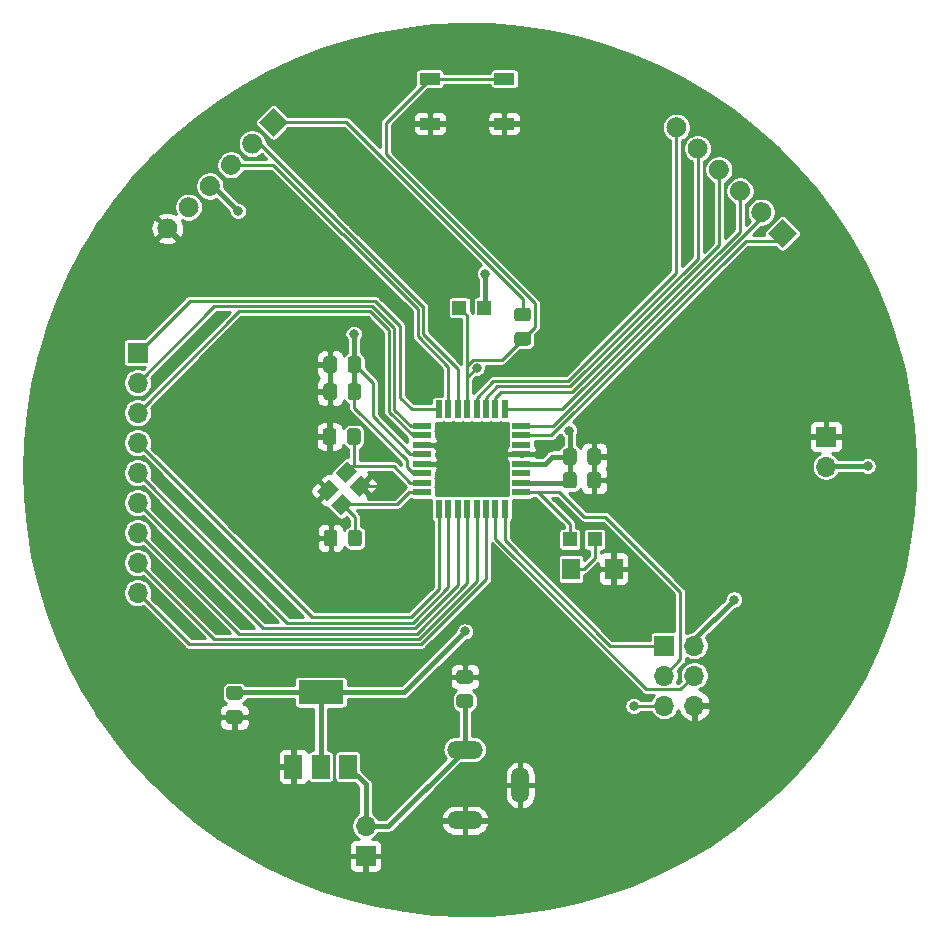
<source format=gbr>
%TF.GenerationSoftware,KiCad,Pcbnew,(5.1.6-0-10_14)*%
%TF.CreationDate,2020-08-15T13:55:16+01:00*%
%TF.ProjectId,arduino,61726475-696e-46f2-9e6b-696361645f70,rev?*%
%TF.SameCoordinates,Original*%
%TF.FileFunction,Copper,L1,Top*%
%TF.FilePolarity,Positive*%
%FSLAX46Y46*%
G04 Gerber Fmt 4.6, Leading zero omitted, Abs format (unit mm)*
G04 Created by KiCad (PCBNEW (5.1.6-0-10_14)) date 2020-08-15 13:55:16*
%MOMM*%
%LPD*%
G01*
G04 APERTURE LIST*
%TA.AperFunction,ComponentPad*%
%ADD10O,3.016000X1.508000*%
%TD*%
%TA.AperFunction,ComponentPad*%
%ADD11O,1.508000X3.016000*%
%TD*%
%TA.AperFunction,SMDPad,CuDef*%
%ADD12R,1.500000X1.800000*%
%TD*%
%TA.AperFunction,ComponentPad*%
%ADD13R,1.700000X1.700000*%
%TD*%
%TA.AperFunction,ComponentPad*%
%ADD14O,1.700000X1.700000*%
%TD*%
%TA.AperFunction,ComponentPad*%
%ADD15C,0.100000*%
%TD*%
%TA.AperFunction,SMDPad,CuDef*%
%ADD16R,1.200000X1.200000*%
%TD*%
%TA.AperFunction,SMDPad,CuDef*%
%ADD17R,1.700000X1.000000*%
%TD*%
%TA.AperFunction,SMDPad,CuDef*%
%ADD18R,0.550000X1.500000*%
%TD*%
%TA.AperFunction,SMDPad,CuDef*%
%ADD19R,1.500000X0.550000*%
%TD*%
%TA.AperFunction,SMDPad,CuDef*%
%ADD20R,3.800000X2.000000*%
%TD*%
%TA.AperFunction,SMDPad,CuDef*%
%ADD21R,1.500000X2.000000*%
%TD*%
%TA.AperFunction,SMDPad,CuDef*%
%ADD22C,0.100000*%
%TD*%
%TA.AperFunction,ViaPad*%
%ADD23C,0.800000*%
%TD*%
%TA.AperFunction,Conductor*%
%ADD24C,0.250000*%
%TD*%
%TA.AperFunction,Conductor*%
%ADD25C,0.450000*%
%TD*%
%TA.AperFunction,Conductor*%
%ADD26C,0.254000*%
%TD*%
G04 APERTURE END LIST*
D10*
%TO.P,J1,1*%
%TO.N,VCC*%
X61000000Y-79300000D03*
%TO.P,J1,2*%
%TO.N,GND*%
X61000000Y-85300000D03*
D11*
%TO.P,J1,3*%
X65700000Y-82300000D03*
%TD*%
%TO.P,C1,2*%
%TO.N,GND*%
%TA.AperFunction,SMDPad,CuDef*%
G36*
G01*
X50125000Y-52349999D02*
X50125000Y-53250001D01*
G75*
G02*
X49875001Y-53500000I-249999J0D01*
G01*
X49224999Y-53500000D01*
G75*
G02*
X48975000Y-53250001I0J249999D01*
G01*
X48975000Y-52349999D01*
G75*
G02*
X49224999Y-52100000I249999J0D01*
G01*
X49875001Y-52100000D01*
G75*
G02*
X50125000Y-52349999I0J-249999D01*
G01*
G37*
%TD.AperFunction*%
%TO.P,C1,1*%
%TO.N,/XTAL1*%
%TA.AperFunction,SMDPad,CuDef*%
G36*
G01*
X52175000Y-52349999D02*
X52175000Y-53250001D01*
G75*
G02*
X51925001Y-53500000I-249999J0D01*
G01*
X51274999Y-53500000D01*
G75*
G02*
X51025000Y-53250001I0J249999D01*
G01*
X51025000Y-52349999D01*
G75*
G02*
X51274999Y-52100000I249999J0D01*
G01*
X51925001Y-52100000D01*
G75*
G02*
X52175000Y-52349999I0J-249999D01*
G01*
G37*
%TD.AperFunction*%
%TD*%
%TO.P,C2,1*%
%TO.N,/XTAL2*%
%TA.AperFunction,SMDPad,CuDef*%
G36*
G01*
X52275000Y-60949999D02*
X52275000Y-61850001D01*
G75*
G02*
X52025001Y-62100000I-249999J0D01*
G01*
X51374999Y-62100000D01*
G75*
G02*
X51125000Y-61850001I0J249999D01*
G01*
X51125000Y-60949999D01*
G75*
G02*
X51374999Y-60700000I249999J0D01*
G01*
X52025001Y-60700000D01*
G75*
G02*
X52275000Y-60949999I0J-249999D01*
G01*
G37*
%TD.AperFunction*%
%TO.P,C2,2*%
%TO.N,GND*%
%TA.AperFunction,SMDPad,CuDef*%
G36*
G01*
X50225000Y-60949999D02*
X50225000Y-61850001D01*
G75*
G02*
X49975001Y-62100000I-249999J0D01*
G01*
X49324999Y-62100000D01*
G75*
G02*
X49075000Y-61850001I0J249999D01*
G01*
X49075000Y-60949999D01*
G75*
G02*
X49324999Y-60700000I249999J0D01*
G01*
X49975001Y-60700000D01*
G75*
G02*
X50225000Y-60949999I0J-249999D01*
G01*
G37*
%TD.AperFunction*%
%TD*%
%TO.P,C3,2*%
%TO.N,GND*%
%TA.AperFunction,SMDPad,CuDef*%
G36*
G01*
X61450001Y-73725000D02*
X60549999Y-73725000D01*
G75*
G02*
X60300000Y-73475001I0J249999D01*
G01*
X60300000Y-72824999D01*
G75*
G02*
X60549999Y-72575000I249999J0D01*
G01*
X61450001Y-72575000D01*
G75*
G02*
X61700000Y-72824999I0J-249999D01*
G01*
X61700000Y-73475001D01*
G75*
G02*
X61450001Y-73725000I-249999J0D01*
G01*
G37*
%TD.AperFunction*%
%TO.P,C3,1*%
%TO.N,VCC*%
%TA.AperFunction,SMDPad,CuDef*%
G36*
G01*
X61450001Y-75775000D02*
X60549999Y-75775000D01*
G75*
G02*
X60300000Y-75525001I0J249999D01*
G01*
X60300000Y-74874999D01*
G75*
G02*
X60549999Y-74625000I249999J0D01*
G01*
X61450001Y-74625000D01*
G75*
G02*
X61700000Y-74874999I0J-249999D01*
G01*
X61700000Y-75525001D01*
G75*
G02*
X61450001Y-75775000I-249999J0D01*
G01*
G37*
%TD.AperFunction*%
%TD*%
%TO.P,C4,1*%
%TO.N,GND*%
%TA.AperFunction,SMDPad,CuDef*%
G36*
G01*
X72525000Y-56049999D02*
X72525000Y-56950001D01*
G75*
G02*
X72275001Y-57200000I-249999J0D01*
G01*
X71624999Y-57200000D01*
G75*
G02*
X71375000Y-56950001I0J249999D01*
G01*
X71375000Y-56049999D01*
G75*
G02*
X71624999Y-55800000I249999J0D01*
G01*
X72275001Y-55800000D01*
G75*
G02*
X72525000Y-56049999I0J-249999D01*
G01*
G37*
%TD.AperFunction*%
%TO.P,C4,2*%
%TO.N,+5V*%
%TA.AperFunction,SMDPad,CuDef*%
G36*
G01*
X70475000Y-56049999D02*
X70475000Y-56950001D01*
G75*
G02*
X70225001Y-57200000I-249999J0D01*
G01*
X69574999Y-57200000D01*
G75*
G02*
X69325000Y-56950001I0J249999D01*
G01*
X69325000Y-56049999D01*
G75*
G02*
X69574999Y-55800000I249999J0D01*
G01*
X70225001Y-55800000D01*
G75*
G02*
X70475000Y-56049999I0J-249999D01*
G01*
G37*
%TD.AperFunction*%
%TD*%
%TO.P,C5,2*%
%TO.N,+5V*%
%TA.AperFunction,SMDPad,CuDef*%
G36*
G01*
X51075000Y-49450001D02*
X51075000Y-48549999D01*
G75*
G02*
X51324999Y-48300000I249999J0D01*
G01*
X51975001Y-48300000D01*
G75*
G02*
X52225000Y-48549999I0J-249999D01*
G01*
X52225000Y-49450001D01*
G75*
G02*
X51975001Y-49700000I-249999J0D01*
G01*
X51324999Y-49700000D01*
G75*
G02*
X51075000Y-49450001I0J249999D01*
G01*
G37*
%TD.AperFunction*%
%TO.P,C5,1*%
%TO.N,GND*%
%TA.AperFunction,SMDPad,CuDef*%
G36*
G01*
X49025000Y-49450001D02*
X49025000Y-48549999D01*
G75*
G02*
X49274999Y-48300000I249999J0D01*
G01*
X49925001Y-48300000D01*
G75*
G02*
X50175000Y-48549999I0J-249999D01*
G01*
X50175000Y-49450001D01*
G75*
G02*
X49925001Y-49700000I-249999J0D01*
G01*
X49274999Y-49700000D01*
G75*
G02*
X49025000Y-49450001I0J249999D01*
G01*
G37*
%TD.AperFunction*%
%TD*%
%TO.P,C6,1*%
%TO.N,+5V*%
%TA.AperFunction,SMDPad,CuDef*%
G36*
G01*
X41049999Y-73925000D02*
X41950001Y-73925000D01*
G75*
G02*
X42200000Y-74174999I0J-249999D01*
G01*
X42200000Y-74825001D01*
G75*
G02*
X41950001Y-75075000I-249999J0D01*
G01*
X41049999Y-75075000D01*
G75*
G02*
X40800000Y-74825001I0J249999D01*
G01*
X40800000Y-74174999D01*
G75*
G02*
X41049999Y-73925000I249999J0D01*
G01*
G37*
%TD.AperFunction*%
%TO.P,C6,2*%
%TO.N,GND*%
%TA.AperFunction,SMDPad,CuDef*%
G36*
G01*
X41049999Y-75975000D02*
X41950001Y-75975000D01*
G75*
G02*
X42200000Y-76224999I0J-249999D01*
G01*
X42200000Y-76875001D01*
G75*
G02*
X41950001Y-77125000I-249999J0D01*
G01*
X41049999Y-77125000D01*
G75*
G02*
X40800000Y-76875001I0J249999D01*
G01*
X40800000Y-76224999D01*
G75*
G02*
X41049999Y-75975000I249999J0D01*
G01*
G37*
%TD.AperFunction*%
%TD*%
%TO.P,C7,1*%
%TO.N,+5V*%
%TA.AperFunction,SMDPad,CuDef*%
G36*
G01*
X52225000Y-46249999D02*
X52225000Y-47150001D01*
G75*
G02*
X51975001Y-47400000I-249999J0D01*
G01*
X51324999Y-47400000D01*
G75*
G02*
X51075000Y-47150001I0J249999D01*
G01*
X51075000Y-46249999D01*
G75*
G02*
X51324999Y-46000000I249999J0D01*
G01*
X51975001Y-46000000D01*
G75*
G02*
X52225000Y-46249999I0J-249999D01*
G01*
G37*
%TD.AperFunction*%
%TO.P,C7,2*%
%TO.N,GND*%
%TA.AperFunction,SMDPad,CuDef*%
G36*
G01*
X50175000Y-46249999D02*
X50175000Y-47150001D01*
G75*
G02*
X49925001Y-47400000I-249999J0D01*
G01*
X49274999Y-47400000D01*
G75*
G02*
X49025000Y-47150001I0J249999D01*
G01*
X49025000Y-46249999D01*
G75*
G02*
X49274999Y-46000000I249999J0D01*
G01*
X49925001Y-46000000D01*
G75*
G02*
X50175000Y-46249999I0J-249999D01*
G01*
G37*
%TD.AperFunction*%
%TD*%
%TO.P,C8,2*%
%TO.N,GND*%
%TA.AperFunction,SMDPad,CuDef*%
G36*
G01*
X71375000Y-54950001D02*
X71375000Y-54049999D01*
G75*
G02*
X71624999Y-53800000I249999J0D01*
G01*
X72275001Y-53800000D01*
G75*
G02*
X72525000Y-54049999I0J-249999D01*
G01*
X72525000Y-54950001D01*
G75*
G02*
X72275001Y-55200000I-249999J0D01*
G01*
X71624999Y-55200000D01*
G75*
G02*
X71375000Y-54950001I0J249999D01*
G01*
G37*
%TD.AperFunction*%
%TO.P,C8,1*%
%TO.N,+5V*%
%TA.AperFunction,SMDPad,CuDef*%
G36*
G01*
X69325000Y-54950001D02*
X69325000Y-54049999D01*
G75*
G02*
X69574999Y-53800000I249999J0D01*
G01*
X70225001Y-53800000D01*
G75*
G02*
X70475000Y-54049999I0J-249999D01*
G01*
X70475000Y-54950001D01*
G75*
G02*
X70225001Y-55200000I-249999J0D01*
G01*
X69574999Y-55200000D01*
G75*
G02*
X69325000Y-54950001I0J249999D01*
G01*
G37*
%TD.AperFunction*%
%TD*%
%TO.P,C9,1*%
%TO.N,/RESET*%
%TA.AperFunction,SMDPad,CuDef*%
G36*
G01*
X66350001Y-45100000D02*
X65449999Y-45100000D01*
G75*
G02*
X65200000Y-44850001I0J249999D01*
G01*
X65200000Y-44199999D01*
G75*
G02*
X65449999Y-43950000I249999J0D01*
G01*
X66350001Y-43950000D01*
G75*
G02*
X66600000Y-44199999I0J-249999D01*
G01*
X66600000Y-44850001D01*
G75*
G02*
X66350001Y-45100000I-249999J0D01*
G01*
G37*
%TD.AperFunction*%
%TO.P,C9,2*%
%TO.N,/DTR*%
%TA.AperFunction,SMDPad,CuDef*%
G36*
G01*
X66350001Y-43050000D02*
X65449999Y-43050000D01*
G75*
G02*
X65200000Y-42800001I0J249999D01*
G01*
X65200000Y-42149999D01*
G75*
G02*
X65449999Y-41900000I249999J0D01*
G01*
X66350001Y-41900000D01*
G75*
G02*
X66600000Y-42149999I0J-249999D01*
G01*
X66600000Y-42800001D01*
G75*
G02*
X66350001Y-43050000I-249999J0D01*
G01*
G37*
%TD.AperFunction*%
%TD*%
D12*
%TO.P,D1,1*%
%TO.N,Net-(D1-Pad1)*%
X70000000Y-64000000D03*
%TO.P,D1,2*%
%TO.N,GND*%
X73600000Y-64000000D03*
%TD*%
D13*
%TO.P,J2,1*%
%TO.N,GND*%
X52600000Y-88300000D03*
D14*
%TO.P,J2,2*%
%TO.N,VCC*%
X52600000Y-85760000D03*
%TD*%
%TO.P,J3,2*%
%TO.N,+5V*%
X91600000Y-55340000D03*
D13*
%TO.P,J3,1*%
%TO.N,GND*%
X91600000Y-52800000D03*
%TD*%
%TO.P,J4,1*%
%TO.N,/MISO*%
X77900000Y-70500000D03*
D14*
%TO.P,J4,2*%
%TO.N,+5V*%
X80440000Y-70500000D03*
%TO.P,J4,3*%
%TO.N,/SCK*%
X77900000Y-73040000D03*
%TO.P,J4,4*%
%TO.N,/MOSI*%
X80440000Y-73040000D03*
%TO.P,J4,5*%
%TO.N,/RESET*%
X77900000Y-75580000D03*
%TO.P,J4,6*%
%TO.N,GND*%
X80440000Y-75580000D03*
%TD*%
%TA.AperFunction,ComponentPad*%
D15*
%TO.P,J5,1*%
%TO.N,/DTR*%
G36*
X43597918Y-26200000D02*
G01*
X44800000Y-24997918D01*
X46002082Y-26200000D01*
X44800000Y-27402082D01*
X43597918Y-26200000D01*
G37*
%TD.AperFunction*%
%TO.P,J5,2*%
%TO.N,/RXD*%
%TA.AperFunction,ComponentPad*%
G36*
G01*
X42402908Y-27395010D02*
X42402908Y-27395010D01*
G75*
G02*
X43604990Y-27395010I601041J-601041D01*
G01*
X43604990Y-27395010D01*
G75*
G02*
X43604990Y-28597092I-601041J-601041D01*
G01*
X43604990Y-28597092D01*
G75*
G02*
X42402908Y-28597092I-601041J601041D01*
G01*
X42402908Y-28597092D01*
G75*
G02*
X42402908Y-27395010I601041J601041D01*
G01*
G37*
%TD.AperFunction*%
%TO.P,J5,3*%
%TO.N,/TXD*%
%TA.AperFunction,ComponentPad*%
G36*
G01*
X40606857Y-29191061D02*
X40606857Y-29191061D01*
G75*
G02*
X41808939Y-29191061I601041J-601041D01*
G01*
X41808939Y-29191061D01*
G75*
G02*
X41808939Y-30393143I-601041J-601041D01*
G01*
X41808939Y-30393143D01*
G75*
G02*
X40606857Y-30393143I-601041J601041D01*
G01*
X40606857Y-30393143D01*
G75*
G02*
X40606857Y-29191061I601041J601041D01*
G01*
G37*
%TD.AperFunction*%
%TO.P,J5,4*%
%TO.N,+5V*%
%TA.AperFunction,ComponentPad*%
G36*
G01*
X38810805Y-30987113D02*
X38810805Y-30987113D01*
G75*
G02*
X40012887Y-30987113I601041J-601041D01*
G01*
X40012887Y-30987113D01*
G75*
G02*
X40012887Y-32189195I-601041J-601041D01*
G01*
X40012887Y-32189195D01*
G75*
G02*
X38810805Y-32189195I-601041J601041D01*
G01*
X38810805Y-32189195D01*
G75*
G02*
X38810805Y-30987113I601041J601041D01*
G01*
G37*
%TD.AperFunction*%
%TO.P,J5,5*%
%TO.N,/CTS*%
%TA.AperFunction,ComponentPad*%
G36*
G01*
X37014754Y-32783164D02*
X37014754Y-32783164D01*
G75*
G02*
X38216836Y-32783164I601041J-601041D01*
G01*
X38216836Y-32783164D01*
G75*
G02*
X38216836Y-33985246I-601041J-601041D01*
G01*
X38216836Y-33985246D01*
G75*
G02*
X37014754Y-33985246I-601041J601041D01*
G01*
X37014754Y-33985246D01*
G75*
G02*
X37014754Y-32783164I601041J601041D01*
G01*
G37*
%TD.AperFunction*%
%TO.P,J5,6*%
%TO.N,GND*%
%TA.AperFunction,ComponentPad*%
G36*
G01*
X35218703Y-34579215D02*
X35218703Y-34579215D01*
G75*
G02*
X36420785Y-34579215I601041J-601041D01*
G01*
X36420785Y-34579215D01*
G75*
G02*
X36420785Y-35781297I-601041J-601041D01*
G01*
X36420785Y-35781297D01*
G75*
G02*
X35218703Y-35781297I-601041J601041D01*
G01*
X35218703Y-35781297D01*
G75*
G02*
X35218703Y-34579215I601041J601041D01*
G01*
G37*
%TD.AperFunction*%
%TD*%
%TO.P,J6,6*%
%TO.N,/A5*%
%TA.AperFunction,ComponentPad*%
G36*
G01*
X79520785Y-26018703D02*
X79520785Y-26018703D01*
G75*
G02*
X79520785Y-27220785I-601041J-601041D01*
G01*
X79520785Y-27220785D01*
G75*
G02*
X78318703Y-27220785I-601041J601041D01*
G01*
X78318703Y-27220785D01*
G75*
G02*
X78318703Y-26018703I601041J601041D01*
G01*
X78318703Y-26018703D01*
G75*
G02*
X79520785Y-26018703I601041J-601041D01*
G01*
G37*
%TD.AperFunction*%
%TO.P,J6,5*%
%TO.N,/A4*%
%TA.AperFunction,ComponentPad*%
G36*
G01*
X81316836Y-27814754D02*
X81316836Y-27814754D01*
G75*
G02*
X81316836Y-29016836I-601041J-601041D01*
G01*
X81316836Y-29016836D01*
G75*
G02*
X80114754Y-29016836I-601041J601041D01*
G01*
X80114754Y-29016836D01*
G75*
G02*
X80114754Y-27814754I601041J601041D01*
G01*
X80114754Y-27814754D01*
G75*
G02*
X81316836Y-27814754I601041J-601041D01*
G01*
G37*
%TD.AperFunction*%
%TO.P,J6,4*%
%TO.N,/A3*%
%TA.AperFunction,ComponentPad*%
G36*
G01*
X83112887Y-29610805D02*
X83112887Y-29610805D01*
G75*
G02*
X83112887Y-30812887I-601041J-601041D01*
G01*
X83112887Y-30812887D01*
G75*
G02*
X81910805Y-30812887I-601041J601041D01*
G01*
X81910805Y-30812887D01*
G75*
G02*
X81910805Y-29610805I601041J601041D01*
G01*
X81910805Y-29610805D01*
G75*
G02*
X83112887Y-29610805I601041J-601041D01*
G01*
G37*
%TD.AperFunction*%
%TO.P,J6,3*%
%TO.N,/A2*%
%TA.AperFunction,ComponentPad*%
G36*
G01*
X84908939Y-31406857D02*
X84908939Y-31406857D01*
G75*
G02*
X84908939Y-32608939I-601041J-601041D01*
G01*
X84908939Y-32608939D01*
G75*
G02*
X83706857Y-32608939I-601041J601041D01*
G01*
X83706857Y-32608939D01*
G75*
G02*
X83706857Y-31406857I601041J601041D01*
G01*
X83706857Y-31406857D01*
G75*
G02*
X84908939Y-31406857I601041J-601041D01*
G01*
G37*
%TD.AperFunction*%
%TO.P,J6,2*%
%TO.N,/A1*%
%TA.AperFunction,ComponentPad*%
G36*
G01*
X86704990Y-33202908D02*
X86704990Y-33202908D01*
G75*
G02*
X86704990Y-34404990I-601041J-601041D01*
G01*
X86704990Y-34404990D01*
G75*
G02*
X85502908Y-34404990I-601041J601041D01*
G01*
X85502908Y-34404990D01*
G75*
G02*
X85502908Y-33202908I601041J601041D01*
G01*
X85502908Y-33202908D01*
G75*
G02*
X86704990Y-33202908I601041J-601041D01*
G01*
G37*
%TD.AperFunction*%
%TA.AperFunction,ComponentPad*%
%TO.P,J6,1*%
%TO.N,/A0*%
G36*
X87900000Y-34397918D02*
G01*
X89102082Y-35600000D01*
X87900000Y-36802082D01*
X86697918Y-35600000D01*
X87900000Y-34397918D01*
G37*
%TD.AperFunction*%
%TD*%
D13*
%TO.P,J7,1*%
%TO.N,/D2*%
X33300000Y-45700000D03*
D14*
%TO.P,J7,2*%
%TO.N,/D3*%
X33300000Y-48240000D03*
%TO.P,J7,3*%
%TO.N,/D4*%
X33300000Y-50780000D03*
%TO.P,J7,4*%
%TO.N,/D5*%
X33300000Y-53320000D03*
%TO.P,J7,5*%
%TO.N,/D6*%
X33300000Y-55860000D03*
%TO.P,J7,6*%
%TO.N,/D7*%
X33300000Y-58400000D03*
%TO.P,J7,7*%
%TO.N,/D8*%
X33300000Y-60940000D03*
%TO.P,J7,8*%
%TO.N,/D9*%
X33300000Y-63480000D03*
%TO.P,J7,9*%
%TO.N,/D10*%
X33300000Y-66020000D03*
%TD*%
D16*
%TO.P,R1,2*%
%TO.N,/SCK*%
X69900000Y-61500000D03*
%TO.P,R1,1*%
%TO.N,Net-(D1-Pad1)*%
X72000000Y-61500000D03*
%TD*%
%TO.P,R2,1*%
%TO.N,+5V*%
X62650000Y-41900000D03*
%TO.P,R2,2*%
%TO.N,/RESET*%
X60550000Y-41900000D03*
%TD*%
D17*
%TO.P,SW1,1*%
%TO.N,/RESET*%
X58050000Y-22500000D03*
X64350000Y-22500000D03*
%TO.P,SW1,2*%
%TO.N,GND*%
X58050000Y-26300000D03*
X64350000Y-26300000D03*
%TD*%
D18*
%TO.P,U1,9*%
%TO.N,/D5*%
X58800000Y-58900000D03*
D19*
%TO.P,U1,1*%
%TO.N,/D3*%
X57400000Y-51900000D03*
%TO.P,U1,2*%
%TO.N,/D4*%
X57400000Y-52700000D03*
%TO.P,U1,3*%
%TO.N,GND*%
X57400000Y-53500000D03*
%TO.P,U1,4*%
%TO.N,+5V*%
X57400000Y-54300000D03*
%TO.P,U1,5*%
%TO.N,GND*%
X57400000Y-55100000D03*
%TO.P,U1,6*%
%TO.N,+5V*%
X57400000Y-55900000D03*
%TO.P,U1,7*%
%TO.N,/XTAL1*%
X57400000Y-56700000D03*
%TO.P,U1,8*%
%TO.N,/XTAL2*%
X57400000Y-57500000D03*
D18*
%TO.P,U1,10*%
%TO.N,/D6*%
X59600000Y-58900000D03*
%TO.P,U1,11*%
%TO.N,/D7*%
X60400000Y-58900000D03*
%TO.P,U1,12*%
%TO.N,/D8*%
X61200000Y-58900000D03*
%TO.P,U1,13*%
%TO.N,/D9*%
X62000000Y-58900000D03*
%TO.P,U1,14*%
%TO.N,/D10*%
X62800000Y-58900000D03*
%TO.P,U1,15*%
%TO.N,/MOSI*%
X63600000Y-58900000D03*
%TO.P,U1,16*%
%TO.N,/MISO*%
X64400000Y-58900000D03*
D19*
%TO.P,U1,17*%
%TO.N,/SCK*%
X65800000Y-57500000D03*
%TO.P,U1,18*%
%TO.N,+5V*%
X65800000Y-56700000D03*
%TO.P,U1,19*%
%TO.N,Net-(U1-Pad19)*%
X65800000Y-55900000D03*
%TO.P,U1,20*%
%TO.N,+5V*%
X65800000Y-55100000D03*
%TO.P,U1,21*%
%TO.N,GND*%
X65800000Y-54300000D03*
%TO.P,U1,22*%
%TO.N,Net-(U1-Pad22)*%
X65800000Y-53500000D03*
%TO.P,U1,23*%
%TO.N,/A0*%
X65800000Y-52700000D03*
%TO.P,U1,24*%
%TO.N,/A1*%
X65800000Y-51900000D03*
D18*
%TO.P,U1,25*%
%TO.N,/A2*%
X64400000Y-50500000D03*
%TO.P,U1,26*%
%TO.N,/A3*%
X63600000Y-50500000D03*
%TO.P,U1,27*%
%TO.N,/A4*%
X62800000Y-50500000D03*
%TO.P,U1,28*%
%TO.N,/A5*%
X62000000Y-50500000D03*
%TO.P,U1,29*%
%TO.N,/RESET*%
X61200000Y-50500000D03*
%TO.P,U1,30*%
%TO.N,/RXD*%
X60400000Y-50500000D03*
%TO.P,U1,31*%
%TO.N,/TXD*%
X59600000Y-50500000D03*
%TO.P,U1,32*%
%TO.N,/D2*%
X58800000Y-50500000D03*
%TD*%
D20*
%TO.P,U2,2*%
%TO.N,+5V*%
X48800000Y-74450000D03*
D21*
X48800000Y-80750000D03*
%TO.P,U2,3*%
%TO.N,VCC*%
X51100000Y-80750000D03*
%TO.P,U2,1*%
%TO.N,GND*%
X46500000Y-80750000D03*
%TD*%
%TA.AperFunction,SMDPad,CuDef*%
D22*
%TO.P,Y1,1*%
%TO.N,/XTAL1*%
G36*
X51047488Y-54878680D02*
G01*
X51896016Y-55727208D01*
X50906066Y-56717158D01*
X50057538Y-55868630D01*
X51047488Y-54878680D01*
G37*
%TD.AperFunction*%
%TA.AperFunction,SMDPad,CuDef*%
%TO.P,Y1,2*%
%TO.N,GND*%
G36*
X49491853Y-56434315D02*
G01*
X50340381Y-57282843D01*
X49350431Y-58272793D01*
X48501903Y-57424265D01*
X49491853Y-56434315D01*
G37*
%TD.AperFunction*%
%TA.AperFunction,SMDPad,CuDef*%
%TO.P,Y1,3*%
%TO.N,/XTAL2*%
G36*
X50693934Y-57636396D02*
G01*
X51542462Y-58484924D01*
X50552512Y-59474874D01*
X49703984Y-58626346D01*
X50693934Y-57636396D01*
G37*
%TD.AperFunction*%
%TA.AperFunction,SMDPad,CuDef*%
%TO.P,Y1,4*%
%TO.N,GND*%
G36*
X52249569Y-56080761D02*
G01*
X53098097Y-56929289D01*
X52108147Y-57919239D01*
X51259619Y-57070711D01*
X52249569Y-56080761D01*
G37*
%TD.AperFunction*%
%TD*%
D23*
%TO.N,GND*%
X68300000Y-31300000D03*
X71300000Y-33300000D03*
X70300000Y-34300000D03*
X67300000Y-33300000D03*
X68300000Y-35300000D03*
X68300000Y-34300000D03*
X71300000Y-31300000D03*
X70300000Y-35300000D03*
X67300000Y-34300000D03*
X71300000Y-35300000D03*
X67300000Y-35300000D03*
X67300000Y-32300000D03*
X69300000Y-35300000D03*
X68300000Y-32300000D03*
X71300000Y-34300000D03*
X70300000Y-31300000D03*
X70300000Y-33300000D03*
X71300000Y-32300000D03*
X70300000Y-32300000D03*
X68300000Y-33300000D03*
X69300000Y-31300000D03*
X69300000Y-34300000D03*
X69300000Y-33300000D03*
X69300000Y-32300000D03*
X67300000Y-31300000D03*
X41800000Y-50100000D03*
X44800000Y-52100000D03*
X43800000Y-53100000D03*
X40800000Y-52100000D03*
X41800000Y-54100000D03*
X41800000Y-53100000D03*
X44800000Y-50100000D03*
X43800000Y-54100000D03*
X40800000Y-53100000D03*
X44800000Y-54100000D03*
X40800000Y-54100000D03*
X40800000Y-51100000D03*
X42800000Y-54100000D03*
X41800000Y-51100000D03*
X44800000Y-53100000D03*
X43800000Y-50100000D03*
X43800000Y-52100000D03*
X44800000Y-51100000D03*
X43800000Y-51100000D03*
X41800000Y-52100000D03*
X42800000Y-50100000D03*
X42800000Y-53100000D03*
X42800000Y-52100000D03*
X42800000Y-51100000D03*
X40800000Y-50100000D03*
X73400000Y-82500000D03*
X76400000Y-84500000D03*
X75400000Y-85500000D03*
X72400000Y-84500000D03*
X73400000Y-86500000D03*
X73400000Y-85500000D03*
X76400000Y-82500000D03*
X75400000Y-86500000D03*
X72400000Y-85500000D03*
X76400000Y-86500000D03*
X72400000Y-86500000D03*
X72400000Y-83500000D03*
X74400000Y-86500000D03*
X73400000Y-83500000D03*
X76400000Y-85500000D03*
X75400000Y-82500000D03*
X75400000Y-84500000D03*
X76400000Y-83500000D03*
X75400000Y-83500000D03*
X73400000Y-84500000D03*
X74400000Y-82500000D03*
X74400000Y-85500000D03*
X74400000Y-84500000D03*
X74400000Y-83500000D03*
X72400000Y-82500000D03*
X80900000Y-52100000D03*
X59300000Y-54500000D03*
X59300000Y-56800000D03*
X54600000Y-56900000D03*
X59300000Y-55600000D03*
X78000000Y-66700000D03*
X78000000Y-68000000D03*
X77100000Y-65600000D03*
X81900000Y-52100000D03*
X82900000Y-52100000D03*
X83900000Y-52100000D03*
X84900000Y-52100000D03*
X80900000Y-53100000D03*
X81900000Y-53100000D03*
X82900000Y-53100000D03*
X83900000Y-53100000D03*
X84900000Y-53100000D03*
X80900000Y-54100000D03*
X81900000Y-54100000D03*
X82900000Y-54100000D03*
X83900000Y-54100000D03*
X84900000Y-54100000D03*
X80900000Y-55100000D03*
X81900000Y-55100000D03*
X82900000Y-55100000D03*
X83900000Y-55100000D03*
X84900000Y-55100000D03*
X80900000Y-56100000D03*
X81900000Y-56100000D03*
X82900000Y-56100000D03*
X83900000Y-56100000D03*
X84900000Y-56100000D03*
X28200000Y-51400000D03*
X29200000Y-51400000D03*
X28200000Y-52400000D03*
X29200000Y-52400000D03*
X28200000Y-53400000D03*
X29200000Y-53400000D03*
X28200000Y-54400000D03*
X29200000Y-54400000D03*
X28200000Y-55400000D03*
X29200000Y-55400000D03*
X28200000Y-56400000D03*
X29200000Y-56400000D03*
X28200000Y-57400000D03*
X29200000Y-57400000D03*
X28200000Y-58400000D03*
X29200000Y-58400000D03*
X28200000Y-59400000D03*
X29200000Y-59400000D03*
X28200000Y-60400000D03*
X29200000Y-60400000D03*
%TO.N,/RESET*%
X62000000Y-47000000D03*
X75300000Y-75600000D03*
%TO.N,+5V*%
X61000000Y-69300000D03*
X51600000Y-44100000D03*
X62700000Y-39000000D03*
X69800000Y-52300000D03*
X41800000Y-33700000D03*
X95100000Y-55300000D03*
X83800000Y-66600000D03*
%TD*%
D24*
%TO.N,GND*%
X58700000Y-55100000D02*
X59300000Y-54500000D01*
X57400000Y-55100000D02*
X58700000Y-55100000D01*
X54800000Y-57000000D02*
X55000000Y-56800000D01*
X52700000Y-57000000D02*
X54800000Y-57000000D01*
X58300000Y-53500000D02*
X59300000Y-54500000D01*
X57400000Y-53500000D02*
X58300000Y-53500000D01*
X59300000Y-56800000D02*
X59300000Y-55600000D01*
X59300000Y-55600000D02*
X59300000Y-54500000D01*
X59500000Y-54300000D02*
X59300000Y-54500000D01*
X65800000Y-54300000D02*
X59500000Y-54300000D01*
%TO.N,/XTAL1*%
X55002944Y-55302944D02*
X56400000Y-56700000D01*
X56400000Y-56700000D02*
X57400000Y-56700000D01*
X51497919Y-52902081D02*
X51600000Y-52800000D01*
X51471752Y-55302944D02*
X50976777Y-55797919D01*
X55002944Y-55302944D02*
X51471752Y-55302944D01*
X51600000Y-55174696D02*
X50976777Y-55797919D01*
X51600000Y-52800000D02*
X51600000Y-55174696D01*
%TO.N,/XTAL2*%
X56300000Y-57500000D02*
X57400000Y-57500000D01*
X55244365Y-58555635D02*
X56300000Y-57500000D01*
X55244365Y-58555635D02*
X50623223Y-58555635D01*
X50623223Y-58555635D02*
X51700000Y-59632412D01*
X51700000Y-59632412D02*
X51700000Y-61400000D01*
D25*
%TO.N,VCC*%
X54540000Y-85760000D02*
X61000000Y-79300000D01*
X52600000Y-85760000D02*
X54540000Y-85760000D01*
D24*
%TO.N,+5V*%
X69700000Y-56700000D02*
X69900000Y-56500000D01*
D25*
X65800000Y-56700000D02*
X69700000Y-56700000D01*
D24*
X60900000Y-69400000D02*
X61000000Y-69300000D01*
%TO.N,GND*%
X80460000Y-75600000D02*
X80440000Y-75580000D01*
D25*
%TO.N,VCC*%
X52600000Y-82250000D02*
X51100000Y-80750000D01*
X52600000Y-85760000D02*
X52600000Y-82250000D01*
X61000000Y-75200000D02*
X61000000Y-79300000D01*
D24*
%TO.N,+5V*%
X91640000Y-55300000D02*
X91600000Y-55340000D01*
D25*
X95100000Y-55300000D02*
X91640000Y-55300000D01*
D24*
X69800000Y-54400000D02*
X69900000Y-54500000D01*
X62700000Y-41850000D02*
X62650000Y-41900000D01*
D25*
X62700000Y-39000000D02*
X62700000Y-41850000D01*
D24*
X51600000Y-46650000D02*
X51650000Y-46700000D01*
D25*
X51600000Y-44100000D02*
X51600000Y-46650000D01*
D24*
X39688154Y-31588154D02*
X39411846Y-31588154D01*
D25*
X41800000Y-33700000D02*
X39688154Y-31588154D01*
X69900000Y-54500000D02*
X69900000Y-56500000D01*
X51650000Y-46700000D02*
X51650000Y-49000000D01*
D24*
X80440000Y-69960000D02*
X80440000Y-70500000D01*
D25*
X83800000Y-66600000D02*
X80440000Y-69960000D01*
D24*
X41550000Y-74450000D02*
X41500000Y-74500000D01*
D25*
X48800000Y-74450000D02*
X41550000Y-74450000D01*
X55850000Y-74450000D02*
X61000000Y-69300000D01*
X48800000Y-74450000D02*
X55850000Y-74450000D01*
X48800000Y-74450000D02*
X48800000Y-80750000D01*
X67400000Y-55100000D02*
X67800000Y-55100000D01*
X65800000Y-55100000D02*
X67400000Y-55100000D01*
D24*
X67400000Y-55100000D02*
X67700000Y-55100000D01*
D25*
X68400000Y-54500000D02*
X69900000Y-54500000D01*
X67800000Y-55100000D02*
X68400000Y-54500000D01*
X69800000Y-52300000D02*
X69900000Y-52400000D01*
X69900000Y-52400000D02*
X69900000Y-54500000D01*
D24*
X56400000Y-54300000D02*
X53200000Y-51100000D01*
X57400000Y-54300000D02*
X56400000Y-54300000D01*
X53200000Y-48250000D02*
X51650000Y-46700000D01*
X53200000Y-51100000D02*
X53200000Y-48250000D01*
X56589998Y-55900000D02*
X56100000Y-55410002D01*
X57400000Y-55900000D02*
X56589998Y-55900000D01*
X56100000Y-55410002D02*
X56100000Y-54800000D01*
X51650000Y-50350000D02*
X51650000Y-49000000D01*
X56100000Y-54800000D02*
X51650000Y-50350000D01*
%TO.N,/RESET*%
X61200000Y-50500000D02*
X61200000Y-48200000D01*
X61200000Y-46800000D02*
X61700000Y-46300000D01*
X64125000Y-46300000D02*
X65900000Y-44525000D01*
X61700000Y-46300000D02*
X64125000Y-46300000D01*
X61200000Y-47800000D02*
X62000000Y-47000000D01*
X61200000Y-48200000D02*
X61200000Y-48000000D01*
X61200000Y-48000000D02*
X61200000Y-47800000D01*
X61200000Y-48000000D02*
X61200000Y-46800000D01*
X58050000Y-22500000D02*
X57900000Y-22500000D01*
X58050000Y-22500000D02*
X64350000Y-22500000D01*
X60350000Y-42100000D02*
X60550000Y-41900000D01*
X61200000Y-42550000D02*
X60550000Y-41900000D01*
X61200000Y-46800000D02*
X61200000Y-42550000D01*
X77880000Y-75600000D02*
X77900000Y-75580000D01*
X75300000Y-75600000D02*
X77880000Y-75600000D01*
X54300000Y-26250000D02*
X58050000Y-22500000D01*
X54300000Y-28890588D02*
X54300000Y-26250000D01*
X66925010Y-43499990D02*
X66925010Y-41515598D01*
X66925010Y-41515598D02*
X54300000Y-28890588D01*
X65900000Y-44525000D02*
X66925010Y-43499990D01*
%TO.N,/DTR*%
X65900000Y-41126998D02*
X65900000Y-42475000D01*
X50973002Y-26200000D02*
X65900000Y-41126998D01*
X44800000Y-26200000D02*
X50973002Y-26200000D01*
%TO.N,Net-(D1-Pad1)*%
X72000000Y-61500000D02*
X72000000Y-63100000D01*
X71100000Y-64000000D02*
X70000000Y-64000000D01*
X72000000Y-63100000D02*
X71100000Y-64000000D01*
%TO.N,/MISO*%
X73300000Y-70500000D02*
X77900000Y-70500000D01*
X64400000Y-61600000D02*
X73300000Y-70500000D01*
X64400000Y-58900000D02*
X64400000Y-61600000D01*
%TO.N,/SCK*%
X65800000Y-57500000D02*
X67200000Y-57500000D01*
X69900000Y-60200000D02*
X69900000Y-61500000D01*
X67200000Y-57500000D02*
X69900000Y-60200000D01*
X65800000Y-57500000D02*
X65825010Y-57525010D01*
X67200000Y-57500000D02*
X67225010Y-57525010D01*
X79264999Y-71675001D02*
X77900000Y-73040000D01*
X79264999Y-65964999D02*
X79264999Y-71675001D01*
X65800000Y-57500000D02*
X69000000Y-57500000D01*
X69000000Y-57500000D02*
X71100000Y-59600000D01*
X72900000Y-59600000D02*
X79264999Y-65964999D01*
X71100000Y-59600000D02*
X72900000Y-59600000D01*
%TO.N,/MOSI*%
X63600000Y-58900000D02*
X63600000Y-61100000D01*
X63600000Y-61100000D02*
X63600000Y-61280000D01*
X79264999Y-74215001D02*
X80440000Y-73040000D01*
X76378591Y-74215001D02*
X79264999Y-74215001D01*
X63600000Y-61436410D02*
X76378591Y-74215001D01*
X63600000Y-61100000D02*
X63600000Y-61436410D01*
%TO.N,/TXD*%
X41207898Y-29807898D02*
X41207898Y-29792102D01*
X57000000Y-44290770D02*
X57000000Y-41992102D01*
X59600000Y-46890770D02*
X57000000Y-44290770D01*
X57000000Y-41992102D02*
X50649991Y-35642093D01*
X59600000Y-50500000D02*
X59600000Y-46890770D01*
X50649991Y-35642093D02*
X50642093Y-35642093D01*
X44792102Y-29792102D02*
X41207898Y-29792102D01*
X50642093Y-35642093D02*
X44792102Y-29792102D01*
%TO.N,/RXD*%
X43296051Y-27996051D02*
X43003949Y-27996051D01*
X43196051Y-27996051D02*
X43003949Y-27996051D01*
X43632461Y-27996051D02*
X43003949Y-27996051D01*
X57394318Y-41750010D02*
X50836392Y-35192084D01*
X50828494Y-35192084D02*
X43632461Y-27996051D01*
X57450010Y-41750010D02*
X57394318Y-41750010D01*
X57450010Y-44104370D02*
X57450010Y-41750010D01*
X60400000Y-47054360D02*
X57450010Y-44104370D01*
X50836392Y-35192084D02*
X50828494Y-35192084D01*
X60400000Y-50500000D02*
X60400000Y-47054360D01*
%TO.N,/A5*%
X78919744Y-38925204D02*
X78919744Y-26619744D01*
X69744968Y-48099980D02*
X78919744Y-38925204D01*
X63400020Y-48099980D02*
X69744968Y-48099980D01*
X62000000Y-49500000D02*
X63400020Y-48099980D01*
X62000000Y-50500000D02*
X62000000Y-49500000D01*
%TO.N,/A4*%
X62800000Y-49500000D02*
X63750010Y-48549990D01*
X62800000Y-50500000D02*
X62800000Y-49500000D01*
X63750010Y-48549990D02*
X69931368Y-48549990D01*
X80715795Y-37765563D02*
X80715795Y-28415795D01*
X69931368Y-48549990D02*
X80715795Y-37765563D01*
%TO.N,/A3*%
X64100000Y-49000000D02*
X70117768Y-49000000D01*
X63600000Y-49500000D02*
X64100000Y-49000000D01*
X63600000Y-50500000D02*
X63600000Y-49500000D01*
X82511846Y-36605922D02*
X82511846Y-30211846D01*
X70117768Y-49000000D02*
X82511846Y-36605922D01*
%TO.N,/A2*%
X84307898Y-35446280D02*
X84307898Y-32007898D01*
X69254178Y-50500000D02*
X84307898Y-35446280D01*
X64400000Y-50500000D02*
X69254178Y-50500000D01*
%TO.N,/A1*%
X65800000Y-51900000D02*
X68490588Y-51900000D01*
X86103949Y-34286639D02*
X86103949Y-33803949D01*
X68490588Y-51900000D02*
X86103949Y-34286639D01*
%TO.N,/A0*%
X87286501Y-36213499D02*
X87900000Y-35600000D01*
X84813499Y-36213499D02*
X87286501Y-36213499D01*
X68326998Y-52700000D02*
X84813499Y-36213499D01*
X65800000Y-52700000D02*
X68326998Y-52700000D01*
%TO.N,/D2*%
X58800000Y-50500000D02*
X56500019Y-50500000D01*
X56500019Y-50500000D02*
X55500018Y-49499999D01*
X55500018Y-43427198D02*
X53372800Y-41299980D01*
X55500018Y-49499999D02*
X55500018Y-43427198D01*
X37700020Y-41299980D02*
X33300000Y-45700000D01*
X53372800Y-41299980D02*
X37700020Y-41299980D01*
%TO.N,/D3*%
X57400000Y-51900000D02*
X56426408Y-51900000D01*
X55050009Y-43613599D02*
X53186400Y-41749990D01*
X55050010Y-50523602D02*
X55050009Y-43613599D01*
X56426408Y-51900000D02*
X55050010Y-50523602D01*
X39790010Y-41749990D02*
X33300000Y-48240000D01*
X53186400Y-41749990D02*
X39790010Y-41749990D01*
%TO.N,/D4*%
X41880000Y-42200000D02*
X33300000Y-50780000D01*
X54600000Y-43800000D02*
X53000000Y-42200000D01*
X54600000Y-50710002D02*
X54600000Y-43800000D01*
X56589998Y-52700000D02*
X54600000Y-50710002D01*
X53000000Y-42200000D02*
X41880000Y-42200000D01*
X57400000Y-52700000D02*
X56589998Y-52700000D01*
%TO.N,/D5*%
X58800000Y-58900000D02*
X58800000Y-65717950D01*
X58800000Y-65717950D02*
X56417970Y-68099980D01*
X48079980Y-68099980D02*
X33300000Y-53320000D01*
X56417970Y-68099980D02*
X48079980Y-68099980D01*
%TO.N,/D6*%
X59600000Y-58900000D02*
X59600000Y-65554360D01*
X45989990Y-68549990D02*
X33300000Y-55860000D01*
X56604370Y-68549990D02*
X45989990Y-68549990D01*
X59600000Y-65554360D02*
X56604370Y-68549990D01*
%TO.N,/D7*%
X60400000Y-58900000D02*
X60400000Y-65390770D01*
X60400000Y-65390770D02*
X56790770Y-69000000D01*
X43900000Y-69000000D02*
X33300000Y-58400000D01*
X56790770Y-69000000D02*
X43900000Y-69000000D01*
%TO.N,/D8*%
X61200000Y-58900000D02*
X61200000Y-65227180D01*
X61200000Y-65227180D02*
X56927200Y-69499980D01*
X41859980Y-69499980D02*
X33300000Y-60940000D01*
X56927200Y-69499980D02*
X41859980Y-69499980D01*
%TO.N,/D9*%
X62000000Y-58900000D02*
X62000000Y-65063590D01*
X62000000Y-65063590D02*
X57113600Y-69949990D01*
X39769990Y-69949990D02*
X33300000Y-63480000D01*
X57113600Y-69949990D02*
X39769990Y-69949990D01*
%TO.N,/D10*%
X62800000Y-58900000D02*
X62800000Y-64900000D01*
X62800000Y-64900000D02*
X57300000Y-70400000D01*
X37680000Y-70400000D02*
X33300000Y-66020000D01*
X57300000Y-70400000D02*
X37680000Y-70400000D01*
%TD*%
D26*
%TO.N,GND*%
G36*
X63232180Y-17916015D02*
G01*
X65667615Y-18113641D01*
X68085150Y-18468498D01*
X70474646Y-18979098D01*
X72826079Y-19643299D01*
X75129587Y-20458314D01*
X77375509Y-21420726D01*
X79554423Y-22526498D01*
X81657192Y-23770991D01*
X83674995Y-25148987D01*
X85599369Y-26654704D01*
X87422243Y-28281828D01*
X89135970Y-30023534D01*
X90733363Y-31872517D01*
X92207721Y-33821021D01*
X93552862Y-35860873D01*
X94763142Y-37983518D01*
X95833485Y-40180053D01*
X96759402Y-42441265D01*
X97537010Y-44757669D01*
X98163047Y-47119549D01*
X98634886Y-49516999D01*
X98950550Y-51939964D01*
X99108713Y-54378280D01*
X99108713Y-56821720D01*
X98950550Y-59260036D01*
X98634886Y-61683001D01*
X98163047Y-64080451D01*
X97537010Y-66442331D01*
X96759402Y-68758735D01*
X95833485Y-71019947D01*
X94763142Y-73216482D01*
X93552862Y-75339127D01*
X92207721Y-77378979D01*
X90733363Y-79327483D01*
X89135970Y-81176466D01*
X87422243Y-82918172D01*
X85599369Y-84545296D01*
X83674995Y-86051013D01*
X81657192Y-87429009D01*
X79554423Y-88673502D01*
X77375509Y-89779274D01*
X75129587Y-90741686D01*
X72826079Y-91556701D01*
X70474646Y-92220902D01*
X68085150Y-92731502D01*
X65667615Y-93086359D01*
X63232180Y-93283985D01*
X60789060Y-93323552D01*
X58348502Y-93204893D01*
X55920744Y-92928506D01*
X53515968Y-92495551D01*
X51144259Y-91907842D01*
X48815567Y-91167846D01*
X46539659Y-90278666D01*
X44326080Y-89244032D01*
X44154774Y-89150000D01*
X51170208Y-89150000D01*
X51181349Y-89263112D01*
X51214342Y-89371877D01*
X51267921Y-89472115D01*
X51340025Y-89559975D01*
X51427885Y-89632079D01*
X51528123Y-89685658D01*
X51636888Y-89718651D01*
X51750000Y-89729792D01*
X52357750Y-89727000D01*
X52502000Y-89582750D01*
X52502000Y-88398000D01*
X52698000Y-88398000D01*
X52698000Y-89582750D01*
X52842250Y-89727000D01*
X53450000Y-89729792D01*
X53563112Y-89718651D01*
X53671877Y-89685658D01*
X53772115Y-89632079D01*
X53859975Y-89559975D01*
X53932079Y-89472115D01*
X53985658Y-89371877D01*
X54018651Y-89263112D01*
X54029792Y-89150000D01*
X54027000Y-88542250D01*
X53882750Y-88398000D01*
X52698000Y-88398000D01*
X52502000Y-88398000D01*
X51317250Y-88398000D01*
X51173000Y-88542250D01*
X51170208Y-89150000D01*
X44154774Y-89150000D01*
X42184115Y-88068283D01*
X40122748Y-86756350D01*
X38150625Y-85313738D01*
X36276018Y-83746495D01*
X34506790Y-82061196D01*
X34219824Y-81750000D01*
X45170208Y-81750000D01*
X45181349Y-81863112D01*
X45214342Y-81971877D01*
X45267921Y-82072115D01*
X45340025Y-82159975D01*
X45427885Y-82232079D01*
X45528123Y-82285658D01*
X45636888Y-82318651D01*
X45750000Y-82329792D01*
X46257750Y-82327000D01*
X46402000Y-82182750D01*
X46402000Y-80848000D01*
X45317250Y-80848000D01*
X45173000Y-80992250D01*
X45170208Y-81750000D01*
X34219824Y-81750000D01*
X32850361Y-80264910D01*
X32433856Y-79750000D01*
X45170208Y-79750000D01*
X45173000Y-80507750D01*
X45317250Y-80652000D01*
X46402000Y-80652000D01*
X46402000Y-79317250D01*
X46257750Y-79173000D01*
X45750000Y-79170208D01*
X45636888Y-79181349D01*
X45528123Y-79214342D01*
X45427885Y-79267921D01*
X45340025Y-79340025D01*
X45267921Y-79427885D01*
X45214342Y-79528123D01*
X45181349Y-79636888D01*
X45170208Y-79750000D01*
X32433856Y-79750000D01*
X31313680Y-78365170D01*
X30436964Y-77125000D01*
X40220208Y-77125000D01*
X40231349Y-77238112D01*
X40264342Y-77346877D01*
X40317921Y-77447115D01*
X40390025Y-77534975D01*
X40477885Y-77607079D01*
X40578123Y-77660658D01*
X40686888Y-77693651D01*
X40800000Y-77704792D01*
X41257750Y-77702000D01*
X41402000Y-77557750D01*
X41402000Y-76648000D01*
X41598000Y-76648000D01*
X41598000Y-77557750D01*
X41742250Y-77702000D01*
X42200000Y-77704792D01*
X42313112Y-77693651D01*
X42421877Y-77660658D01*
X42522115Y-77607079D01*
X42609975Y-77534975D01*
X42682079Y-77447115D01*
X42735658Y-77346877D01*
X42768651Y-77238112D01*
X42779792Y-77125000D01*
X42777000Y-76792250D01*
X42632750Y-76648000D01*
X41598000Y-76648000D01*
X41402000Y-76648000D01*
X40367250Y-76648000D01*
X40223000Y-76792250D01*
X40220208Y-77125000D01*
X30436964Y-77125000D01*
X29903191Y-76369946D01*
X29660728Y-75975000D01*
X40220208Y-75975000D01*
X40223000Y-76307750D01*
X40367250Y-76452000D01*
X41402000Y-76452000D01*
X41402000Y-76432000D01*
X41598000Y-76432000D01*
X41598000Y-76452000D01*
X42632750Y-76452000D01*
X42777000Y-76307750D01*
X42779792Y-75975000D01*
X42768651Y-75861888D01*
X42735658Y-75753123D01*
X42682079Y-75652885D01*
X42609975Y-75565025D01*
X42522115Y-75492921D01*
X42421877Y-75439342D01*
X42313112Y-75406349D01*
X42216244Y-75396808D01*
X42301589Y-75351190D01*
X42397488Y-75272488D01*
X42476190Y-75176589D01*
X42534671Y-75067179D01*
X42538062Y-75056000D01*
X46517157Y-75056000D01*
X46517157Y-75450000D01*
X46524513Y-75524689D01*
X46546299Y-75596508D01*
X46581678Y-75662696D01*
X46629289Y-75720711D01*
X46687304Y-75768322D01*
X46753492Y-75803701D01*
X46825311Y-75825487D01*
X46900000Y-75832843D01*
X48194000Y-75832843D01*
X48194001Y-79367157D01*
X48050000Y-79367157D01*
X47975311Y-79374513D01*
X47903492Y-79396299D01*
X47837304Y-79431678D01*
X47779289Y-79479289D01*
X47767339Y-79493851D01*
X47732079Y-79427885D01*
X47659975Y-79340025D01*
X47572115Y-79267921D01*
X47471877Y-79214342D01*
X47363112Y-79181349D01*
X47250000Y-79170208D01*
X46742250Y-79173000D01*
X46598000Y-79317250D01*
X46598000Y-80652000D01*
X46618000Y-80652000D01*
X46618000Y-80848000D01*
X46598000Y-80848000D01*
X46598000Y-82182750D01*
X46742250Y-82327000D01*
X47250000Y-82329792D01*
X47363112Y-82318651D01*
X47471877Y-82285658D01*
X47572115Y-82232079D01*
X47659975Y-82159975D01*
X47732079Y-82072115D01*
X47767339Y-82006149D01*
X47779289Y-82020711D01*
X47837304Y-82068322D01*
X47903492Y-82103701D01*
X47975311Y-82125487D01*
X48050000Y-82132843D01*
X49550000Y-82132843D01*
X49624689Y-82125487D01*
X49696508Y-82103701D01*
X49762696Y-82068322D01*
X49820711Y-82020711D01*
X49868322Y-81962696D01*
X49903701Y-81896508D01*
X49925487Y-81824689D01*
X49932843Y-81750000D01*
X49932843Y-79750000D01*
X49967157Y-79750000D01*
X49967157Y-81750000D01*
X49974513Y-81824689D01*
X49996299Y-81896508D01*
X50031678Y-81962696D01*
X50079289Y-82020711D01*
X50137304Y-82068322D01*
X50203492Y-82103701D01*
X50275311Y-82125487D01*
X50350000Y-82132843D01*
X51625829Y-82132843D01*
X51994001Y-82501015D01*
X51994000Y-84684405D01*
X51815283Y-84803820D01*
X51643820Y-84975283D01*
X51509102Y-85176903D01*
X51416307Y-85400931D01*
X51369000Y-85638757D01*
X51369000Y-85881243D01*
X51416307Y-86119069D01*
X51509102Y-86343097D01*
X51643820Y-86544717D01*
X51815283Y-86716180D01*
X52016903Y-86850898D01*
X52067038Y-86871664D01*
X51750000Y-86870208D01*
X51636888Y-86881349D01*
X51528123Y-86914342D01*
X51427885Y-86967921D01*
X51340025Y-87040025D01*
X51267921Y-87127885D01*
X51214342Y-87228123D01*
X51181349Y-87336888D01*
X51170208Y-87450000D01*
X51173000Y-88057750D01*
X51317250Y-88202000D01*
X52502000Y-88202000D01*
X52502000Y-88182000D01*
X52698000Y-88182000D01*
X52698000Y-88202000D01*
X53882750Y-88202000D01*
X54027000Y-88057750D01*
X54029792Y-87450000D01*
X54018651Y-87336888D01*
X53985658Y-87228123D01*
X53932079Y-87127885D01*
X53859975Y-87040025D01*
X53772115Y-86967921D01*
X53671877Y-86914342D01*
X53563112Y-86881349D01*
X53450000Y-86870208D01*
X53132962Y-86871664D01*
X53183097Y-86850898D01*
X53384717Y-86716180D01*
X53556180Y-86544717D01*
X53675595Y-86366000D01*
X54510235Y-86366000D01*
X54540000Y-86368932D01*
X54569765Y-86366000D01*
X54569770Y-86366000D01*
X54658797Y-86357232D01*
X54773028Y-86322580D01*
X54878304Y-86266308D01*
X54970580Y-86190580D01*
X54989558Y-86167455D01*
X55552570Y-85604443D01*
X58950286Y-85604443D01*
X58978814Y-85718811D01*
X59084869Y-85957979D01*
X59235545Y-86171862D01*
X59425052Y-86352239D01*
X59646108Y-86492180D01*
X59890218Y-86586306D01*
X60148000Y-86631000D01*
X60902000Y-86631000D01*
X60902000Y-85398000D01*
X61098000Y-85398000D01*
X61098000Y-86631000D01*
X61852000Y-86631000D01*
X62109782Y-86586306D01*
X62353892Y-86492180D01*
X62574948Y-86352239D01*
X62764455Y-86171862D01*
X62915131Y-85957979D01*
X63021186Y-85718811D01*
X63049714Y-85604443D01*
X62936697Y-85398000D01*
X61098000Y-85398000D01*
X60902000Y-85398000D01*
X59063303Y-85398000D01*
X58950286Y-85604443D01*
X55552570Y-85604443D01*
X56161456Y-84995557D01*
X58950286Y-84995557D01*
X59063303Y-85202000D01*
X60902000Y-85202000D01*
X60902000Y-83969000D01*
X61098000Y-83969000D01*
X61098000Y-85202000D01*
X62936697Y-85202000D01*
X63049714Y-84995557D01*
X63021186Y-84881189D01*
X62915131Y-84642021D01*
X62764455Y-84428138D01*
X62574948Y-84247761D01*
X62353892Y-84107820D01*
X62109782Y-84013694D01*
X61852000Y-83969000D01*
X61098000Y-83969000D01*
X60902000Y-83969000D01*
X60148000Y-83969000D01*
X59890218Y-84013694D01*
X59646108Y-84107820D01*
X59425052Y-84247761D01*
X59235545Y-84428138D01*
X59084869Y-84642021D01*
X58978814Y-84881189D01*
X58950286Y-84995557D01*
X56161456Y-84995557D01*
X58759013Y-82398000D01*
X64369000Y-82398000D01*
X64369000Y-83152000D01*
X64413694Y-83409782D01*
X64507820Y-83653892D01*
X64647761Y-83874948D01*
X64828138Y-84064455D01*
X65042021Y-84215131D01*
X65281189Y-84321186D01*
X65395557Y-84349714D01*
X65602000Y-84236697D01*
X65602000Y-82398000D01*
X65798000Y-82398000D01*
X65798000Y-84236697D01*
X66004443Y-84349714D01*
X66118811Y-84321186D01*
X66357979Y-84215131D01*
X66571862Y-84064455D01*
X66752239Y-83874948D01*
X66892180Y-83653892D01*
X66986306Y-83409782D01*
X67031000Y-83152000D01*
X67031000Y-82398000D01*
X65798000Y-82398000D01*
X65602000Y-82398000D01*
X64369000Y-82398000D01*
X58759013Y-82398000D01*
X59709013Y-81448000D01*
X64369000Y-81448000D01*
X64369000Y-82202000D01*
X65602000Y-82202000D01*
X65602000Y-80363303D01*
X65798000Y-80363303D01*
X65798000Y-82202000D01*
X67031000Y-82202000D01*
X67031000Y-81448000D01*
X66986306Y-81190218D01*
X66892180Y-80946108D01*
X66752239Y-80725052D01*
X66571862Y-80535545D01*
X66357979Y-80384869D01*
X66118811Y-80278814D01*
X66004443Y-80250286D01*
X65798000Y-80363303D01*
X65602000Y-80363303D01*
X65395557Y-80250286D01*
X65281189Y-80278814D01*
X65042021Y-80384869D01*
X64828138Y-80535545D01*
X64647761Y-80725052D01*
X64507820Y-80946108D01*
X64413694Y-81190218D01*
X64369000Y-81448000D01*
X59709013Y-81448000D01*
X60722013Y-80435000D01*
X61809752Y-80435000D01*
X61976499Y-80418577D01*
X62190447Y-80353676D01*
X62387623Y-80248284D01*
X62560449Y-80106449D01*
X62702284Y-79933623D01*
X62807676Y-79736447D01*
X62872577Y-79522499D01*
X62894491Y-79300000D01*
X62872577Y-79077501D01*
X62807676Y-78863553D01*
X62702284Y-78666377D01*
X62560449Y-78493551D01*
X62387623Y-78351716D01*
X62190447Y-78246324D01*
X61976499Y-78181423D01*
X61809752Y-78165000D01*
X61606000Y-78165000D01*
X61606000Y-76135813D01*
X61692179Y-76109671D01*
X61801589Y-76051190D01*
X61897488Y-75972488D01*
X61976190Y-75876589D01*
X62034671Y-75767179D01*
X62070683Y-75648462D01*
X62082843Y-75525001D01*
X62082843Y-74874999D01*
X62070683Y-74751538D01*
X62034671Y-74632821D01*
X61976190Y-74523411D01*
X61897488Y-74427512D01*
X61801589Y-74348810D01*
X61716244Y-74303192D01*
X61813112Y-74293651D01*
X61921877Y-74260658D01*
X62022115Y-74207079D01*
X62109975Y-74134975D01*
X62182079Y-74047115D01*
X62235658Y-73946877D01*
X62268651Y-73838112D01*
X62279792Y-73725000D01*
X62277000Y-73392250D01*
X62132750Y-73248000D01*
X61098000Y-73248000D01*
X61098000Y-73268000D01*
X60902000Y-73268000D01*
X60902000Y-73248000D01*
X59867250Y-73248000D01*
X59723000Y-73392250D01*
X59720208Y-73725000D01*
X59731349Y-73838112D01*
X59764342Y-73946877D01*
X59817921Y-74047115D01*
X59890025Y-74134975D01*
X59977885Y-74207079D01*
X60078123Y-74260658D01*
X60186888Y-74293651D01*
X60283756Y-74303192D01*
X60198411Y-74348810D01*
X60102512Y-74427512D01*
X60023810Y-74523411D01*
X59965329Y-74632821D01*
X59929317Y-74751538D01*
X59917157Y-74874999D01*
X59917157Y-75525001D01*
X59929317Y-75648462D01*
X59965329Y-75767179D01*
X60023810Y-75876589D01*
X60102512Y-75972488D01*
X60198411Y-76051190D01*
X60307821Y-76109671D01*
X60394000Y-76135813D01*
X60394001Y-78165000D01*
X60190248Y-78165000D01*
X60023501Y-78181423D01*
X59809553Y-78246324D01*
X59612377Y-78351716D01*
X59439551Y-78493551D01*
X59297716Y-78666377D01*
X59192324Y-78863553D01*
X59127423Y-79077501D01*
X59105509Y-79300000D01*
X59127423Y-79522499D01*
X59192324Y-79736447D01*
X59297716Y-79933623D01*
X59393117Y-80049870D01*
X54288987Y-85154000D01*
X53675595Y-85154000D01*
X53556180Y-84975283D01*
X53384717Y-84803820D01*
X53206000Y-84684405D01*
X53206000Y-82279757D01*
X53208931Y-82249999D01*
X53206000Y-82220241D01*
X53206000Y-82220230D01*
X53197232Y-82131203D01*
X53162580Y-82016972D01*
X53136386Y-81967967D01*
X53106308Y-81911695D01*
X53049557Y-81842543D01*
X53049553Y-81842539D01*
X53030580Y-81819420D01*
X53007461Y-81800447D01*
X52232843Y-81025830D01*
X52232843Y-79750000D01*
X52225487Y-79675311D01*
X52203701Y-79603492D01*
X52168322Y-79537304D01*
X52120711Y-79479289D01*
X52062696Y-79431678D01*
X51996508Y-79396299D01*
X51924689Y-79374513D01*
X51850000Y-79367157D01*
X50350000Y-79367157D01*
X50275311Y-79374513D01*
X50203492Y-79396299D01*
X50137304Y-79431678D01*
X50079289Y-79479289D01*
X50031678Y-79537304D01*
X49996299Y-79603492D01*
X49974513Y-79675311D01*
X49967157Y-79750000D01*
X49932843Y-79750000D01*
X49925487Y-79675311D01*
X49903701Y-79603492D01*
X49868322Y-79537304D01*
X49820711Y-79479289D01*
X49762696Y-79431678D01*
X49696508Y-79396299D01*
X49624689Y-79374513D01*
X49550000Y-79367157D01*
X49406000Y-79367157D01*
X49406000Y-75832843D01*
X50700000Y-75832843D01*
X50774689Y-75825487D01*
X50846508Y-75803701D01*
X50912696Y-75768322D01*
X50970711Y-75720711D01*
X51018322Y-75662696D01*
X51053701Y-75596508D01*
X51075487Y-75524689D01*
X51082843Y-75450000D01*
X51082843Y-75056000D01*
X55820235Y-75056000D01*
X55850000Y-75058932D01*
X55879765Y-75056000D01*
X55879770Y-75056000D01*
X55968797Y-75047232D01*
X56083028Y-75012580D01*
X56188304Y-74956308D01*
X56280580Y-74880580D01*
X56299558Y-74857455D01*
X58582013Y-72575000D01*
X59720208Y-72575000D01*
X59723000Y-72907750D01*
X59867250Y-73052000D01*
X60902000Y-73052000D01*
X60902000Y-72142250D01*
X61098000Y-72142250D01*
X61098000Y-73052000D01*
X62132750Y-73052000D01*
X62277000Y-72907750D01*
X62279792Y-72575000D01*
X62268651Y-72461888D01*
X62235658Y-72353123D01*
X62182079Y-72252885D01*
X62109975Y-72165025D01*
X62022115Y-72092921D01*
X61921877Y-72039342D01*
X61813112Y-72006349D01*
X61700000Y-71995208D01*
X61242250Y-71998000D01*
X61098000Y-72142250D01*
X60902000Y-72142250D01*
X60757750Y-71998000D01*
X60300000Y-71995208D01*
X60186888Y-72006349D01*
X60078123Y-72039342D01*
X59977885Y-72092921D01*
X59890025Y-72165025D01*
X59817921Y-72252885D01*
X59764342Y-72353123D01*
X59731349Y-72461888D01*
X59720208Y-72575000D01*
X58582013Y-72575000D01*
X61076014Y-70081000D01*
X61076922Y-70081000D01*
X61227809Y-70050987D01*
X61369942Y-69992113D01*
X61497859Y-69906642D01*
X61606642Y-69797859D01*
X61692113Y-69669942D01*
X61750987Y-69527809D01*
X61781000Y-69376922D01*
X61781000Y-69223078D01*
X61750987Y-69072191D01*
X61692113Y-68930058D01*
X61606642Y-68802141D01*
X61497859Y-68693358D01*
X61369942Y-68607887D01*
X61227809Y-68549013D01*
X61076922Y-68519000D01*
X60923078Y-68519000D01*
X60772191Y-68549013D01*
X60630058Y-68607887D01*
X60502141Y-68693358D01*
X60393358Y-68802141D01*
X60307887Y-68930058D01*
X60249013Y-69072191D01*
X60219000Y-69223078D01*
X60219000Y-69223986D01*
X55598987Y-73844000D01*
X51082843Y-73844000D01*
X51082843Y-73450000D01*
X51075487Y-73375311D01*
X51053701Y-73303492D01*
X51018322Y-73237304D01*
X50970711Y-73179289D01*
X50912696Y-73131678D01*
X50846508Y-73096299D01*
X50774689Y-73074513D01*
X50700000Y-73067157D01*
X46900000Y-73067157D01*
X46825311Y-73074513D01*
X46753492Y-73096299D01*
X46687304Y-73131678D01*
X46629289Y-73179289D01*
X46581678Y-73237304D01*
X46546299Y-73303492D01*
X46524513Y-73375311D01*
X46517157Y-73450000D01*
X46517157Y-73844000D01*
X42487195Y-73844000D01*
X42476190Y-73823411D01*
X42397488Y-73727512D01*
X42301589Y-73648810D01*
X42192179Y-73590329D01*
X42073462Y-73554317D01*
X41950001Y-73542157D01*
X41049999Y-73542157D01*
X40926538Y-73554317D01*
X40807821Y-73590329D01*
X40698411Y-73648810D01*
X40602512Y-73727512D01*
X40523810Y-73823411D01*
X40465329Y-73932821D01*
X40429317Y-74051538D01*
X40417157Y-74174999D01*
X40417157Y-74825001D01*
X40429317Y-74948462D01*
X40465329Y-75067179D01*
X40523810Y-75176589D01*
X40602512Y-75272488D01*
X40698411Y-75351190D01*
X40783756Y-75396808D01*
X40686888Y-75406349D01*
X40578123Y-75439342D01*
X40477885Y-75492921D01*
X40390025Y-75565025D01*
X40317921Y-75652885D01*
X40264342Y-75753123D01*
X40231349Y-75861888D01*
X40220208Y-75975000D01*
X29660728Y-75975000D01*
X28624810Y-74287605D01*
X27483900Y-72126881D01*
X26485246Y-69896839D01*
X25633037Y-67606830D01*
X24930846Y-65266461D01*
X24381620Y-62885547D01*
X23987662Y-60474075D01*
X23750624Y-58042159D01*
X23671501Y-55600000D01*
X23750624Y-53157841D01*
X23987662Y-50725925D01*
X24381620Y-48314453D01*
X24930846Y-45933539D01*
X25255944Y-44850000D01*
X32067157Y-44850000D01*
X32067157Y-46550000D01*
X32074513Y-46624689D01*
X32096299Y-46696508D01*
X32131678Y-46762696D01*
X32179289Y-46820711D01*
X32237304Y-46868322D01*
X32303492Y-46903701D01*
X32375311Y-46925487D01*
X32450000Y-46932843D01*
X33891566Y-46932843D01*
X33736167Y-47088242D01*
X33659069Y-47056307D01*
X33421243Y-47009000D01*
X33178757Y-47009000D01*
X32940931Y-47056307D01*
X32716903Y-47149102D01*
X32515283Y-47283820D01*
X32343820Y-47455283D01*
X32209102Y-47656903D01*
X32116307Y-47880931D01*
X32069000Y-48118757D01*
X32069000Y-48361243D01*
X32116307Y-48599069D01*
X32209102Y-48823097D01*
X32343820Y-49024717D01*
X32515283Y-49196180D01*
X32716903Y-49330898D01*
X32940931Y-49423693D01*
X33178757Y-49471000D01*
X33421243Y-49471000D01*
X33659069Y-49423693D01*
X33883097Y-49330898D01*
X34084717Y-49196180D01*
X34256180Y-49024717D01*
X34390898Y-48823097D01*
X34483693Y-48599069D01*
X34531000Y-48361243D01*
X34531000Y-48118757D01*
X34483693Y-47880931D01*
X34451758Y-47803833D01*
X39999602Y-42255990D01*
X41108418Y-42255990D01*
X33736167Y-49628242D01*
X33659069Y-49596307D01*
X33421243Y-49549000D01*
X33178757Y-49549000D01*
X32940931Y-49596307D01*
X32716903Y-49689102D01*
X32515283Y-49823820D01*
X32343820Y-49995283D01*
X32209102Y-50196903D01*
X32116307Y-50420931D01*
X32069000Y-50658757D01*
X32069000Y-50901243D01*
X32116307Y-51139069D01*
X32209102Y-51363097D01*
X32343820Y-51564717D01*
X32515283Y-51736180D01*
X32716903Y-51870898D01*
X32940931Y-51963693D01*
X33178757Y-52011000D01*
X33421243Y-52011000D01*
X33659069Y-51963693D01*
X33883097Y-51870898D01*
X34084717Y-51736180D01*
X34256180Y-51564717D01*
X34390898Y-51363097D01*
X34483693Y-51139069D01*
X34531000Y-50901243D01*
X34531000Y-50658757D01*
X34483693Y-50420931D01*
X34451758Y-50343833D01*
X35095591Y-49700000D01*
X48445208Y-49700000D01*
X48456349Y-49813112D01*
X48489342Y-49921877D01*
X48542921Y-50022115D01*
X48615025Y-50109975D01*
X48702885Y-50182079D01*
X48803123Y-50235658D01*
X48911888Y-50268651D01*
X49025000Y-50279792D01*
X49357750Y-50277000D01*
X49502000Y-50132750D01*
X49502000Y-49098000D01*
X48592250Y-49098000D01*
X48448000Y-49242250D01*
X48445208Y-49700000D01*
X35095591Y-49700000D01*
X37395591Y-47400000D01*
X48445208Y-47400000D01*
X48456349Y-47513112D01*
X48489342Y-47621877D01*
X48542921Y-47722115D01*
X48615025Y-47809975D01*
X48663796Y-47850000D01*
X48615025Y-47890025D01*
X48542921Y-47977885D01*
X48489342Y-48078123D01*
X48456349Y-48186888D01*
X48445208Y-48300000D01*
X48448000Y-48757750D01*
X48592250Y-48902000D01*
X49502000Y-48902000D01*
X49502000Y-47867250D01*
X49484750Y-47850000D01*
X49502000Y-47832750D01*
X49502000Y-46798000D01*
X48592250Y-46798000D01*
X48448000Y-46942250D01*
X48445208Y-47400000D01*
X37395591Y-47400000D01*
X38795591Y-46000000D01*
X48445208Y-46000000D01*
X48448000Y-46457750D01*
X48592250Y-46602000D01*
X49502000Y-46602000D01*
X49502000Y-45567250D01*
X49357750Y-45423000D01*
X49025000Y-45420208D01*
X48911888Y-45431349D01*
X48803123Y-45464342D01*
X48702885Y-45517921D01*
X48615025Y-45590025D01*
X48542921Y-45677885D01*
X48489342Y-45778123D01*
X48456349Y-45886888D01*
X48445208Y-46000000D01*
X38795591Y-46000000D01*
X42089592Y-42706000D01*
X52790409Y-42706000D01*
X54094001Y-44009593D01*
X54094000Y-50685156D01*
X54091553Y-50710002D01*
X54094000Y-50734848D01*
X54094000Y-50734855D01*
X54101322Y-50809194D01*
X54130255Y-50904576D01*
X54177241Y-50992481D01*
X54240473Y-51069529D01*
X54259785Y-51085378D01*
X56136352Y-52961946D01*
X56114342Y-53003123D01*
X56081349Y-53111888D01*
X56070208Y-53225000D01*
X56072968Y-53257376D01*
X53706000Y-50890409D01*
X53706000Y-48274845D01*
X53708447Y-48249999D01*
X53706000Y-48225153D01*
X53706000Y-48225146D01*
X53698678Y-48150807D01*
X53669745Y-48055425D01*
X53622759Y-47967521D01*
X53559527Y-47890473D01*
X53540220Y-47874628D01*
X52607843Y-46942252D01*
X52607843Y-46249999D01*
X52595683Y-46126538D01*
X52559671Y-46007821D01*
X52501190Y-45898411D01*
X52422488Y-45802512D01*
X52326589Y-45723810D01*
X52217179Y-45665329D01*
X52206000Y-45661938D01*
X52206000Y-44598501D01*
X52206642Y-44597859D01*
X52292113Y-44469942D01*
X52350987Y-44327809D01*
X52381000Y-44176922D01*
X52381000Y-44023078D01*
X52350987Y-43872191D01*
X52292113Y-43730058D01*
X52206642Y-43602141D01*
X52097859Y-43493358D01*
X51969942Y-43407887D01*
X51827809Y-43349013D01*
X51676922Y-43319000D01*
X51523078Y-43319000D01*
X51372191Y-43349013D01*
X51230058Y-43407887D01*
X51102141Y-43493358D01*
X50993358Y-43602141D01*
X50907887Y-43730058D01*
X50849013Y-43872191D01*
X50819000Y-44023078D01*
X50819000Y-44176922D01*
X50849013Y-44327809D01*
X50907887Y-44469942D01*
X50993358Y-44597859D01*
X50994000Y-44598501D01*
X50994001Y-45712805D01*
X50973411Y-45723810D01*
X50877512Y-45802512D01*
X50798810Y-45898411D01*
X50753192Y-45983756D01*
X50743651Y-45886888D01*
X50710658Y-45778123D01*
X50657079Y-45677885D01*
X50584975Y-45590025D01*
X50497115Y-45517921D01*
X50396877Y-45464342D01*
X50288112Y-45431349D01*
X50175000Y-45420208D01*
X49842250Y-45423000D01*
X49698000Y-45567250D01*
X49698000Y-46602000D01*
X49718000Y-46602000D01*
X49718000Y-46798000D01*
X49698000Y-46798000D01*
X49698000Y-47832750D01*
X49715250Y-47850000D01*
X49698000Y-47867250D01*
X49698000Y-48902000D01*
X49718000Y-48902000D01*
X49718000Y-49098000D01*
X49698000Y-49098000D01*
X49698000Y-50132750D01*
X49842250Y-50277000D01*
X50175000Y-50279792D01*
X50288112Y-50268651D01*
X50396877Y-50235658D01*
X50497115Y-50182079D01*
X50584975Y-50109975D01*
X50657079Y-50022115D01*
X50710658Y-49921877D01*
X50743651Y-49813112D01*
X50753192Y-49716244D01*
X50798810Y-49801589D01*
X50877512Y-49897488D01*
X50973411Y-49976190D01*
X51082821Y-50034671D01*
X51144000Y-50053229D01*
X51144000Y-50325153D01*
X51141553Y-50350000D01*
X51144000Y-50374846D01*
X51144000Y-50374853D01*
X51151322Y-50449192D01*
X51180255Y-50544574D01*
X51227241Y-50632479D01*
X51290473Y-50709527D01*
X51309785Y-50725376D01*
X55594001Y-55009593D01*
X55594000Y-55178409D01*
X55378320Y-54962729D01*
X55362471Y-54943417D01*
X55285423Y-54880185D01*
X55197519Y-54833199D01*
X55102137Y-54804266D01*
X55027798Y-54796944D01*
X55027790Y-54796944D01*
X55002944Y-54794497D01*
X54978098Y-54796944D01*
X52106000Y-54796944D01*
X52106000Y-53853229D01*
X52167179Y-53834671D01*
X52276589Y-53776190D01*
X52372488Y-53697488D01*
X52451190Y-53601589D01*
X52509671Y-53492179D01*
X52545683Y-53373462D01*
X52557843Y-53250001D01*
X52557843Y-52349999D01*
X52545683Y-52226538D01*
X52509671Y-52107821D01*
X52451190Y-51998411D01*
X52372488Y-51902512D01*
X52276589Y-51823810D01*
X52167179Y-51765329D01*
X52048462Y-51729317D01*
X51925001Y-51717157D01*
X51274999Y-51717157D01*
X51151538Y-51729317D01*
X51032821Y-51765329D01*
X50923411Y-51823810D01*
X50827512Y-51902512D01*
X50748810Y-51998411D01*
X50703192Y-52083756D01*
X50693651Y-51986888D01*
X50660658Y-51878123D01*
X50607079Y-51777885D01*
X50534975Y-51690025D01*
X50447115Y-51617921D01*
X50346877Y-51564342D01*
X50238112Y-51531349D01*
X50125000Y-51520208D01*
X49792250Y-51523000D01*
X49648000Y-51667250D01*
X49648000Y-52702000D01*
X49668000Y-52702000D01*
X49668000Y-52898000D01*
X49648000Y-52898000D01*
X49648000Y-53932750D01*
X49792250Y-54077000D01*
X50125000Y-54079792D01*
X50238112Y-54068651D01*
X50346877Y-54035658D01*
X50447115Y-53982079D01*
X50534975Y-53909975D01*
X50607079Y-53822115D01*
X50660658Y-53721877D01*
X50693651Y-53613112D01*
X50703192Y-53516244D01*
X50748810Y-53601589D01*
X50827512Y-53697488D01*
X50923411Y-53776190D01*
X51032821Y-53834671D01*
X51094000Y-53853229D01*
X51094001Y-54500418D01*
X51047488Y-54495837D01*
X50972799Y-54503193D01*
X50900980Y-54524979D01*
X50834792Y-54560358D01*
X50776777Y-54607969D01*
X49786827Y-55597919D01*
X49739216Y-55655934D01*
X49703837Y-55722122D01*
X49682051Y-55793941D01*
X49674695Y-55868630D01*
X49676541Y-55887376D01*
X49604964Y-55865664D01*
X49491853Y-55854523D01*
X49378741Y-55865664D01*
X49269976Y-55898657D01*
X49169738Y-55952236D01*
X49081878Y-56024340D01*
X48760174Y-56349993D01*
X48760174Y-56553993D01*
X49421142Y-57214961D01*
X49435284Y-57200819D01*
X49573877Y-57339412D01*
X49559735Y-57353554D01*
X49573877Y-57367696D01*
X49435284Y-57506289D01*
X49421142Y-57492147D01*
X48689463Y-58223826D01*
X48689463Y-58427826D01*
X48940456Y-58682768D01*
X49028317Y-58754872D01*
X49128555Y-58808451D01*
X49237320Y-58841444D01*
X49350431Y-58852585D01*
X49393310Y-58848362D01*
X49433273Y-58897057D01*
X50281801Y-59745585D01*
X50339816Y-59793196D01*
X50406004Y-59828575D01*
X50477823Y-59850361D01*
X50552512Y-59857717D01*
X50627201Y-59850361D01*
X50699020Y-59828575D01*
X50765208Y-59793196D01*
X50823223Y-59745585D01*
X50960402Y-59608406D01*
X51194000Y-59842004D01*
X51194000Y-60346771D01*
X51132821Y-60365329D01*
X51023411Y-60423810D01*
X50927512Y-60502512D01*
X50848810Y-60598411D01*
X50803192Y-60683756D01*
X50793651Y-60586888D01*
X50760658Y-60478123D01*
X50707079Y-60377885D01*
X50634975Y-60290025D01*
X50547115Y-60217921D01*
X50446877Y-60164342D01*
X50338112Y-60131349D01*
X50225000Y-60120208D01*
X49892250Y-60123000D01*
X49748000Y-60267250D01*
X49748000Y-61302000D01*
X49768000Y-61302000D01*
X49768000Y-61498000D01*
X49748000Y-61498000D01*
X49748000Y-62532750D01*
X49892250Y-62677000D01*
X50225000Y-62679792D01*
X50338112Y-62668651D01*
X50446877Y-62635658D01*
X50547115Y-62582079D01*
X50634975Y-62509975D01*
X50707079Y-62422115D01*
X50760658Y-62321877D01*
X50793651Y-62213112D01*
X50803192Y-62116244D01*
X50848810Y-62201589D01*
X50927512Y-62297488D01*
X51023411Y-62376190D01*
X51132821Y-62434671D01*
X51251538Y-62470683D01*
X51374999Y-62482843D01*
X52025001Y-62482843D01*
X52148462Y-62470683D01*
X52267179Y-62434671D01*
X52376589Y-62376190D01*
X52472488Y-62297488D01*
X52551190Y-62201589D01*
X52609671Y-62092179D01*
X52645683Y-61973462D01*
X52657843Y-61850001D01*
X52657843Y-60949999D01*
X52645683Y-60826538D01*
X52609671Y-60707821D01*
X52551190Y-60598411D01*
X52472488Y-60502512D01*
X52376589Y-60423810D01*
X52267179Y-60365329D01*
X52206000Y-60346771D01*
X52206000Y-59657266D01*
X52208448Y-59632412D01*
X52198678Y-59533219D01*
X52169745Y-59437837D01*
X52122759Y-59349933D01*
X52059527Y-59272885D01*
X52040220Y-59257040D01*
X51844815Y-59061635D01*
X55219519Y-59061635D01*
X55244365Y-59064082D01*
X55269211Y-59061635D01*
X55269219Y-59061635D01*
X55343558Y-59054313D01*
X55438940Y-59025380D01*
X55526844Y-58978394D01*
X55603892Y-58915162D01*
X55619741Y-58895850D01*
X56429046Y-58086545D01*
X56437304Y-58093322D01*
X56503492Y-58128701D01*
X56575311Y-58150487D01*
X56650000Y-58157843D01*
X58142157Y-58157843D01*
X58142157Y-59650000D01*
X58149513Y-59724689D01*
X58171299Y-59796508D01*
X58206678Y-59862696D01*
X58254289Y-59920711D01*
X58294000Y-59953301D01*
X58294001Y-65508357D01*
X56208379Y-67593980D01*
X48289572Y-67593980D01*
X42795592Y-62100000D01*
X48495208Y-62100000D01*
X48506349Y-62213112D01*
X48539342Y-62321877D01*
X48592921Y-62422115D01*
X48665025Y-62509975D01*
X48752885Y-62582079D01*
X48853123Y-62635658D01*
X48961888Y-62668651D01*
X49075000Y-62679792D01*
X49407750Y-62677000D01*
X49552000Y-62532750D01*
X49552000Y-61498000D01*
X48642250Y-61498000D01*
X48498000Y-61642250D01*
X48495208Y-62100000D01*
X42795592Y-62100000D01*
X41395592Y-60700000D01*
X48495208Y-60700000D01*
X48498000Y-61157750D01*
X48642250Y-61302000D01*
X49552000Y-61302000D01*
X49552000Y-60267250D01*
X49407750Y-60123000D01*
X49075000Y-60120208D01*
X48961888Y-60131349D01*
X48853123Y-60164342D01*
X48752885Y-60217921D01*
X48665025Y-60290025D01*
X48592921Y-60377885D01*
X48539342Y-60478123D01*
X48506349Y-60586888D01*
X48495208Y-60700000D01*
X41395592Y-60700000D01*
X38119857Y-57424265D01*
X47922111Y-57424265D01*
X47933252Y-57537376D01*
X47966245Y-57646141D01*
X48019824Y-57746379D01*
X48091928Y-57834240D01*
X48346870Y-58085233D01*
X48550870Y-58085233D01*
X49282549Y-57353554D01*
X48621581Y-56692586D01*
X48417581Y-56692586D01*
X48091928Y-57014290D01*
X48019824Y-57102150D01*
X47966245Y-57202388D01*
X47933252Y-57311153D01*
X47922111Y-57424265D01*
X38119857Y-57424265D01*
X34451758Y-53756167D01*
X34483693Y-53679069D01*
X34519312Y-53500000D01*
X48395208Y-53500000D01*
X48406349Y-53613112D01*
X48439342Y-53721877D01*
X48492921Y-53822115D01*
X48565025Y-53909975D01*
X48652885Y-53982079D01*
X48753123Y-54035658D01*
X48861888Y-54068651D01*
X48975000Y-54079792D01*
X49307750Y-54077000D01*
X49452000Y-53932750D01*
X49452000Y-52898000D01*
X48542250Y-52898000D01*
X48398000Y-53042250D01*
X48395208Y-53500000D01*
X34519312Y-53500000D01*
X34531000Y-53441243D01*
X34531000Y-53198757D01*
X34483693Y-52960931D01*
X34390898Y-52736903D01*
X34256180Y-52535283D01*
X34084717Y-52363820D01*
X33883097Y-52229102D01*
X33659069Y-52136307D01*
X33476544Y-52100000D01*
X48395208Y-52100000D01*
X48398000Y-52557750D01*
X48542250Y-52702000D01*
X49452000Y-52702000D01*
X49452000Y-51667250D01*
X49307750Y-51523000D01*
X48975000Y-51520208D01*
X48861888Y-51531349D01*
X48753123Y-51564342D01*
X48652885Y-51617921D01*
X48565025Y-51690025D01*
X48492921Y-51777885D01*
X48439342Y-51878123D01*
X48406349Y-51986888D01*
X48395208Y-52100000D01*
X33476544Y-52100000D01*
X33421243Y-52089000D01*
X33178757Y-52089000D01*
X32940931Y-52136307D01*
X32716903Y-52229102D01*
X32515283Y-52363820D01*
X32343820Y-52535283D01*
X32209102Y-52736903D01*
X32116307Y-52960931D01*
X32069000Y-53198757D01*
X32069000Y-53441243D01*
X32116307Y-53679069D01*
X32209102Y-53903097D01*
X32343820Y-54104717D01*
X32515283Y-54276180D01*
X32716903Y-54410898D01*
X32940931Y-54503693D01*
X33178757Y-54551000D01*
X33421243Y-54551000D01*
X33659069Y-54503693D01*
X33736167Y-54471758D01*
X47308398Y-68043990D01*
X46199582Y-68043990D01*
X34451758Y-56296167D01*
X34483693Y-56219069D01*
X34531000Y-55981243D01*
X34531000Y-55738757D01*
X34483693Y-55500931D01*
X34390898Y-55276903D01*
X34256180Y-55075283D01*
X34084717Y-54903820D01*
X33883097Y-54769102D01*
X33659069Y-54676307D01*
X33421243Y-54629000D01*
X33178757Y-54629000D01*
X32940931Y-54676307D01*
X32716903Y-54769102D01*
X32515283Y-54903820D01*
X32343820Y-55075283D01*
X32209102Y-55276903D01*
X32116307Y-55500931D01*
X32069000Y-55738757D01*
X32069000Y-55981243D01*
X32116307Y-56219069D01*
X32209102Y-56443097D01*
X32343820Y-56644717D01*
X32515283Y-56816180D01*
X32716903Y-56950898D01*
X32940931Y-57043693D01*
X33178757Y-57091000D01*
X33421243Y-57091000D01*
X33659069Y-57043693D01*
X33736167Y-57011758D01*
X45218408Y-68494000D01*
X44109592Y-68494000D01*
X34451758Y-58836167D01*
X34483693Y-58759069D01*
X34531000Y-58521243D01*
X34531000Y-58278757D01*
X34483693Y-58040931D01*
X34390898Y-57816903D01*
X34256180Y-57615283D01*
X34084717Y-57443820D01*
X33883097Y-57309102D01*
X33659069Y-57216307D01*
X33421243Y-57169000D01*
X33178757Y-57169000D01*
X32940931Y-57216307D01*
X32716903Y-57309102D01*
X32515283Y-57443820D01*
X32343820Y-57615283D01*
X32209102Y-57816903D01*
X32116307Y-58040931D01*
X32069000Y-58278757D01*
X32069000Y-58521243D01*
X32116307Y-58759069D01*
X32209102Y-58983097D01*
X32343820Y-59184717D01*
X32515283Y-59356180D01*
X32716903Y-59490898D01*
X32940931Y-59583693D01*
X33178757Y-59631000D01*
X33421243Y-59631000D01*
X33659069Y-59583693D01*
X33736167Y-59551758D01*
X43178388Y-68993980D01*
X42069572Y-68993980D01*
X34451758Y-61376167D01*
X34483693Y-61299069D01*
X34531000Y-61061243D01*
X34531000Y-60818757D01*
X34483693Y-60580931D01*
X34390898Y-60356903D01*
X34256180Y-60155283D01*
X34084717Y-59983820D01*
X33883097Y-59849102D01*
X33659069Y-59756307D01*
X33421243Y-59709000D01*
X33178757Y-59709000D01*
X32940931Y-59756307D01*
X32716903Y-59849102D01*
X32515283Y-59983820D01*
X32343820Y-60155283D01*
X32209102Y-60356903D01*
X32116307Y-60580931D01*
X32069000Y-60818757D01*
X32069000Y-61061243D01*
X32116307Y-61299069D01*
X32209102Y-61523097D01*
X32343820Y-61724717D01*
X32515283Y-61896180D01*
X32716903Y-62030898D01*
X32940931Y-62123693D01*
X33178757Y-62171000D01*
X33421243Y-62171000D01*
X33659069Y-62123693D01*
X33736167Y-62091758D01*
X41088398Y-69443990D01*
X39979582Y-69443990D01*
X34451758Y-63916167D01*
X34483693Y-63839069D01*
X34531000Y-63601243D01*
X34531000Y-63358757D01*
X34483693Y-63120931D01*
X34390898Y-62896903D01*
X34256180Y-62695283D01*
X34084717Y-62523820D01*
X33883097Y-62389102D01*
X33659069Y-62296307D01*
X33421243Y-62249000D01*
X33178757Y-62249000D01*
X32940931Y-62296307D01*
X32716903Y-62389102D01*
X32515283Y-62523820D01*
X32343820Y-62695283D01*
X32209102Y-62896903D01*
X32116307Y-63120931D01*
X32069000Y-63358757D01*
X32069000Y-63601243D01*
X32116307Y-63839069D01*
X32209102Y-64063097D01*
X32343820Y-64264717D01*
X32515283Y-64436180D01*
X32716903Y-64570898D01*
X32940931Y-64663693D01*
X33178757Y-64711000D01*
X33421243Y-64711000D01*
X33659069Y-64663693D01*
X33736167Y-64631758D01*
X38998408Y-69894000D01*
X37889592Y-69894000D01*
X34451758Y-66456167D01*
X34483693Y-66379069D01*
X34531000Y-66141243D01*
X34531000Y-65898757D01*
X34483693Y-65660931D01*
X34390898Y-65436903D01*
X34256180Y-65235283D01*
X34084717Y-65063820D01*
X33883097Y-64929102D01*
X33659069Y-64836307D01*
X33421243Y-64789000D01*
X33178757Y-64789000D01*
X32940931Y-64836307D01*
X32716903Y-64929102D01*
X32515283Y-65063820D01*
X32343820Y-65235283D01*
X32209102Y-65436903D01*
X32116307Y-65660931D01*
X32069000Y-65898757D01*
X32069000Y-66141243D01*
X32116307Y-66379069D01*
X32209102Y-66603097D01*
X32343820Y-66804717D01*
X32515283Y-66976180D01*
X32716903Y-67110898D01*
X32940931Y-67203693D01*
X33178757Y-67251000D01*
X33421243Y-67251000D01*
X33659069Y-67203693D01*
X33736167Y-67171758D01*
X37304628Y-70740220D01*
X37320473Y-70759527D01*
X37397521Y-70822759D01*
X37485425Y-70869745D01*
X37558607Y-70891944D01*
X37580806Y-70898678D01*
X37590694Y-70899652D01*
X37655146Y-70906000D01*
X37655153Y-70906000D01*
X37679999Y-70908447D01*
X37704845Y-70906000D01*
X57275154Y-70906000D01*
X57300000Y-70908447D01*
X57324846Y-70906000D01*
X57324854Y-70906000D01*
X57399193Y-70898678D01*
X57494575Y-70869745D01*
X57582479Y-70822759D01*
X57659527Y-70759527D01*
X57675376Y-70740215D01*
X63140220Y-65275372D01*
X63159527Y-65259527D01*
X63222759Y-65182479D01*
X63269745Y-65094575D01*
X63298678Y-64999193D01*
X63306000Y-64924854D01*
X63308448Y-64900000D01*
X63306000Y-64875146D01*
X63306000Y-61858001D01*
X76003219Y-74555221D01*
X76019064Y-74574528D01*
X76096112Y-74637760D01*
X76180802Y-74683028D01*
X76184016Y-74684746D01*
X76279398Y-74713679D01*
X76378591Y-74723449D01*
X76403445Y-74721001D01*
X77018102Y-74721001D01*
X76943820Y-74795283D01*
X76809102Y-74996903D01*
X76768883Y-75094000D01*
X75898501Y-75094000D01*
X75797859Y-74993358D01*
X75669942Y-74907887D01*
X75527809Y-74849013D01*
X75376922Y-74819000D01*
X75223078Y-74819000D01*
X75072191Y-74849013D01*
X74930058Y-74907887D01*
X74802141Y-74993358D01*
X74693358Y-75102141D01*
X74607887Y-75230058D01*
X74549013Y-75372191D01*
X74519000Y-75523078D01*
X74519000Y-75676922D01*
X74549013Y-75827809D01*
X74607887Y-75969942D01*
X74693358Y-76097859D01*
X74802141Y-76206642D01*
X74930058Y-76292113D01*
X75072191Y-76350987D01*
X75223078Y-76381000D01*
X75376922Y-76381000D01*
X75527809Y-76350987D01*
X75669942Y-76292113D01*
X75797859Y-76206642D01*
X75898501Y-76106000D01*
X76785452Y-76106000D01*
X76809102Y-76163097D01*
X76943820Y-76364717D01*
X77115283Y-76536180D01*
X77316903Y-76670898D01*
X77540931Y-76763693D01*
X77778757Y-76811000D01*
X78021243Y-76811000D01*
X78259069Y-76763693D01*
X78483097Y-76670898D01*
X78684717Y-76536180D01*
X78856180Y-76364717D01*
X78990898Y-76163097D01*
X79070726Y-75970375D01*
X79106107Y-76087020D01*
X79230652Y-76337507D01*
X79401672Y-76558884D01*
X79612594Y-76742643D01*
X79855313Y-76881722D01*
X80120501Y-76970777D01*
X80342000Y-76859385D01*
X80342000Y-75678000D01*
X80538000Y-75678000D01*
X80538000Y-76859385D01*
X80759499Y-76970777D01*
X81024687Y-76881722D01*
X81267406Y-76742643D01*
X81478328Y-76558884D01*
X81649348Y-76337507D01*
X81773893Y-76087020D01*
X81830773Y-75899498D01*
X81719001Y-75678000D01*
X80538000Y-75678000D01*
X80342000Y-75678000D01*
X80322000Y-75678000D01*
X80322000Y-75482000D01*
X80342000Y-75482000D01*
X80342000Y-75462000D01*
X80538000Y-75462000D01*
X80538000Y-75482000D01*
X81719001Y-75482000D01*
X81830773Y-75260502D01*
X81773893Y-75072980D01*
X81649348Y-74822493D01*
X81478328Y-74601116D01*
X81267406Y-74417357D01*
X81024687Y-74278278D01*
X80827310Y-74211995D01*
X81023097Y-74130898D01*
X81224717Y-73996180D01*
X81396180Y-73824717D01*
X81530898Y-73623097D01*
X81623693Y-73399069D01*
X81671000Y-73161243D01*
X81671000Y-72918757D01*
X81623693Y-72680931D01*
X81530898Y-72456903D01*
X81396180Y-72255283D01*
X81224717Y-72083820D01*
X81023097Y-71949102D01*
X80799069Y-71856307D01*
X80561243Y-71809000D01*
X80318757Y-71809000D01*
X80080931Y-71856307D01*
X79856903Y-71949102D01*
X79655283Y-72083820D01*
X79483820Y-72255283D01*
X79349102Y-72456903D01*
X79256307Y-72680931D01*
X79209000Y-72918757D01*
X79209000Y-73161243D01*
X79256307Y-73399069D01*
X79288242Y-73476167D01*
X79055408Y-73709001D01*
X78933499Y-73709001D01*
X78990898Y-73623097D01*
X79083693Y-73399069D01*
X79131000Y-73161243D01*
X79131000Y-72918757D01*
X79083693Y-72680931D01*
X79051758Y-72603833D01*
X79605219Y-72050373D01*
X79624526Y-72034528D01*
X79687758Y-71957480D01*
X79734744Y-71869576D01*
X79763677Y-71774194D01*
X79770999Y-71699855D01*
X79770999Y-71699848D01*
X79773446Y-71675002D01*
X79770999Y-71650156D01*
X79770999Y-71533499D01*
X79856903Y-71590898D01*
X80080931Y-71683693D01*
X80318757Y-71731000D01*
X80561243Y-71731000D01*
X80799069Y-71683693D01*
X81023097Y-71590898D01*
X81224717Y-71456180D01*
X81396180Y-71284717D01*
X81530898Y-71083097D01*
X81623693Y-70859069D01*
X81671000Y-70621243D01*
X81671000Y-70378757D01*
X81623693Y-70140931D01*
X81530898Y-69916903D01*
X81454479Y-69802534D01*
X83876013Y-67381000D01*
X83876922Y-67381000D01*
X84027809Y-67350987D01*
X84169942Y-67292113D01*
X84297859Y-67206642D01*
X84406642Y-67097859D01*
X84492113Y-66969942D01*
X84550987Y-66827809D01*
X84581000Y-66676922D01*
X84581000Y-66523078D01*
X84550987Y-66372191D01*
X84492113Y-66230058D01*
X84406642Y-66102141D01*
X84297859Y-65993358D01*
X84169942Y-65907887D01*
X84027809Y-65849013D01*
X83876922Y-65819000D01*
X83723078Y-65819000D01*
X83572191Y-65849013D01*
X83430058Y-65907887D01*
X83302141Y-65993358D01*
X83193358Y-66102141D01*
X83107887Y-66230058D01*
X83049013Y-66372191D01*
X83019000Y-66523078D01*
X83019000Y-66523987D01*
X80262870Y-69280117D01*
X80080931Y-69316307D01*
X79856903Y-69409102D01*
X79770999Y-69466501D01*
X79770999Y-65989853D01*
X79773447Y-65964999D01*
X79763677Y-65865806D01*
X79734744Y-65770424D01*
X79723258Y-65748935D01*
X79687758Y-65682520D01*
X79624526Y-65605472D01*
X79605219Y-65589627D01*
X73275376Y-59259785D01*
X73259527Y-59240473D01*
X73182479Y-59177241D01*
X73094575Y-59130255D01*
X72999193Y-59101322D01*
X72924854Y-59094000D01*
X72924846Y-59094000D01*
X72900000Y-59091553D01*
X72875154Y-59094000D01*
X71309592Y-59094000D01*
X69798434Y-57582843D01*
X70225001Y-57582843D01*
X70348462Y-57570683D01*
X70467179Y-57534671D01*
X70576589Y-57476190D01*
X70672488Y-57397488D01*
X70751190Y-57301589D01*
X70796808Y-57216244D01*
X70806349Y-57313112D01*
X70839342Y-57421877D01*
X70892921Y-57522115D01*
X70965025Y-57609975D01*
X71052885Y-57682079D01*
X71153123Y-57735658D01*
X71261888Y-57768651D01*
X71375000Y-57779792D01*
X71707750Y-57777000D01*
X71852000Y-57632750D01*
X71852000Y-56598000D01*
X72048000Y-56598000D01*
X72048000Y-57632750D01*
X72192250Y-57777000D01*
X72525000Y-57779792D01*
X72638112Y-57768651D01*
X72746877Y-57735658D01*
X72847115Y-57682079D01*
X72934975Y-57609975D01*
X73007079Y-57522115D01*
X73060658Y-57421877D01*
X73093651Y-57313112D01*
X73104792Y-57200000D01*
X73102000Y-56742250D01*
X72957750Y-56598000D01*
X72048000Y-56598000D01*
X71852000Y-56598000D01*
X71832000Y-56598000D01*
X71832000Y-56402000D01*
X71852000Y-56402000D01*
X71852000Y-54598000D01*
X72048000Y-54598000D01*
X72048000Y-56402000D01*
X72957750Y-56402000D01*
X73102000Y-56257750D01*
X73104792Y-55800000D01*
X73093651Y-55686888D01*
X73060658Y-55578123D01*
X73018900Y-55500000D01*
X73060658Y-55421877D01*
X73093651Y-55313112D01*
X73104792Y-55200000D01*
X73102000Y-54742250D01*
X72957750Y-54598000D01*
X72048000Y-54598000D01*
X71852000Y-54598000D01*
X71832000Y-54598000D01*
X71832000Y-54402000D01*
X71852000Y-54402000D01*
X71852000Y-53367250D01*
X72048000Y-53367250D01*
X72048000Y-54402000D01*
X72957750Y-54402000D01*
X73102000Y-54257750D01*
X73104792Y-53800000D01*
X73093651Y-53686888D01*
X73082462Y-53650000D01*
X90170208Y-53650000D01*
X90181349Y-53763112D01*
X90214342Y-53871877D01*
X90267921Y-53972115D01*
X90340025Y-54059975D01*
X90427885Y-54132079D01*
X90528123Y-54185658D01*
X90636888Y-54218651D01*
X90750000Y-54229792D01*
X91067038Y-54228336D01*
X91016903Y-54249102D01*
X90815283Y-54383820D01*
X90643820Y-54555283D01*
X90509102Y-54756903D01*
X90416307Y-54980931D01*
X90369000Y-55218757D01*
X90369000Y-55461243D01*
X90416307Y-55699069D01*
X90509102Y-55923097D01*
X90643820Y-56124717D01*
X90815283Y-56296180D01*
X91016903Y-56430898D01*
X91240931Y-56523693D01*
X91478757Y-56571000D01*
X91721243Y-56571000D01*
X91959069Y-56523693D01*
X92183097Y-56430898D01*
X92384717Y-56296180D01*
X92556180Y-56124717D01*
X92690898Y-55923097D01*
X92697980Y-55906000D01*
X94601499Y-55906000D01*
X94602141Y-55906642D01*
X94730058Y-55992113D01*
X94872191Y-56050987D01*
X95023078Y-56081000D01*
X95176922Y-56081000D01*
X95327809Y-56050987D01*
X95469942Y-55992113D01*
X95597859Y-55906642D01*
X95706642Y-55797859D01*
X95792113Y-55669942D01*
X95850987Y-55527809D01*
X95881000Y-55376922D01*
X95881000Y-55223078D01*
X95850987Y-55072191D01*
X95792113Y-54930058D01*
X95706642Y-54802141D01*
X95597859Y-54693358D01*
X95469942Y-54607887D01*
X95327809Y-54549013D01*
X95176922Y-54519000D01*
X95023078Y-54519000D01*
X94872191Y-54549013D01*
X94730058Y-54607887D01*
X94602141Y-54693358D01*
X94601499Y-54694000D01*
X92648868Y-54694000D01*
X92556180Y-54555283D01*
X92384717Y-54383820D01*
X92183097Y-54249102D01*
X92132962Y-54228336D01*
X92450000Y-54229792D01*
X92563112Y-54218651D01*
X92671877Y-54185658D01*
X92772115Y-54132079D01*
X92859975Y-54059975D01*
X92932079Y-53972115D01*
X92985658Y-53871877D01*
X93018651Y-53763112D01*
X93029792Y-53650000D01*
X93027000Y-53042250D01*
X92882750Y-52898000D01*
X91698000Y-52898000D01*
X91698000Y-52918000D01*
X91502000Y-52918000D01*
X91502000Y-52898000D01*
X90317250Y-52898000D01*
X90173000Y-53042250D01*
X90170208Y-53650000D01*
X73082462Y-53650000D01*
X73060658Y-53578123D01*
X73007079Y-53477885D01*
X72934975Y-53390025D01*
X72847115Y-53317921D01*
X72746877Y-53264342D01*
X72638112Y-53231349D01*
X72525000Y-53220208D01*
X72192250Y-53223000D01*
X72048000Y-53367250D01*
X71852000Y-53367250D01*
X71707750Y-53223000D01*
X71375000Y-53220208D01*
X71261888Y-53231349D01*
X71153123Y-53264342D01*
X71052885Y-53317921D01*
X70965025Y-53390025D01*
X70892921Y-53477885D01*
X70839342Y-53578123D01*
X70806349Y-53686888D01*
X70796808Y-53783756D01*
X70751190Y-53698411D01*
X70672488Y-53602512D01*
X70576589Y-53523810D01*
X70506000Y-53486079D01*
X70506000Y-52636416D01*
X70550987Y-52527809D01*
X70581000Y-52376922D01*
X70581000Y-52223078D01*
X70550987Y-52072191D01*
X70500374Y-51950000D01*
X90170208Y-51950000D01*
X90173000Y-52557750D01*
X90317250Y-52702000D01*
X91502000Y-52702000D01*
X91502000Y-51517250D01*
X91698000Y-51517250D01*
X91698000Y-52702000D01*
X92882750Y-52702000D01*
X93027000Y-52557750D01*
X93029792Y-51950000D01*
X93018651Y-51836888D01*
X92985658Y-51728123D01*
X92932079Y-51627885D01*
X92859975Y-51540025D01*
X92772115Y-51467921D01*
X92671877Y-51414342D01*
X92563112Y-51381349D01*
X92450000Y-51370208D01*
X91842250Y-51373000D01*
X91698000Y-51517250D01*
X91502000Y-51517250D01*
X91357750Y-51373000D01*
X90750000Y-51370208D01*
X90636888Y-51381349D01*
X90528123Y-51414342D01*
X90427885Y-51467921D01*
X90340025Y-51540025D01*
X90267921Y-51627885D01*
X90214342Y-51728123D01*
X90181349Y-51836888D01*
X90170208Y-51950000D01*
X70500374Y-51950000D01*
X70492113Y-51930058D01*
X70406642Y-51802141D01*
X70297859Y-51693358D01*
X70169942Y-51607887D01*
X70145024Y-51597565D01*
X85023091Y-36719499D01*
X87261655Y-36719499D01*
X87277562Y-36721066D01*
X87629289Y-37072793D01*
X87687304Y-37120404D01*
X87753492Y-37155783D01*
X87825311Y-37177569D01*
X87900000Y-37184925D01*
X87974689Y-37177569D01*
X88046508Y-37155783D01*
X88112696Y-37120404D01*
X88170711Y-37072793D01*
X89372793Y-35870711D01*
X89420404Y-35812696D01*
X89455783Y-35746508D01*
X89477569Y-35674689D01*
X89484925Y-35600000D01*
X89477569Y-35525311D01*
X89455783Y-35453492D01*
X89420404Y-35387304D01*
X89372793Y-35329289D01*
X88170711Y-34127207D01*
X88112696Y-34079596D01*
X88046508Y-34044217D01*
X87974689Y-34022431D01*
X87900000Y-34015075D01*
X87825311Y-34022431D01*
X87753492Y-34044217D01*
X87687304Y-34079596D01*
X87629289Y-34127207D01*
X86427207Y-35329289D01*
X86379596Y-35387304D01*
X86344217Y-35453492D01*
X86322431Y-35525311D01*
X86315075Y-35600000D01*
X86322431Y-35674689D01*
X86332384Y-35707499D01*
X85398681Y-35707499D01*
X86071231Y-35034949D01*
X86225192Y-35034949D01*
X86463018Y-34987642D01*
X86687046Y-34894847D01*
X86888666Y-34760129D01*
X87060129Y-34588666D01*
X87194847Y-34387046D01*
X87287642Y-34163018D01*
X87334949Y-33925192D01*
X87334949Y-33682706D01*
X87287642Y-33444880D01*
X87194847Y-33220852D01*
X87060129Y-33019232D01*
X86888666Y-32847769D01*
X86687046Y-32713051D01*
X86463018Y-32620256D01*
X86225192Y-32572949D01*
X85982706Y-32572949D01*
X85744880Y-32620256D01*
X85520852Y-32713051D01*
X85319232Y-32847769D01*
X85147769Y-33019232D01*
X85013051Y-33220852D01*
X84920256Y-33444880D01*
X84872949Y-33682706D01*
X84872949Y-33925192D01*
X84920256Y-34163018D01*
X85013051Y-34387046D01*
X85123160Y-34551836D01*
X84813898Y-34861098D01*
X84813898Y-33130730D01*
X84890995Y-33098796D01*
X85092615Y-32964078D01*
X85264078Y-32792615D01*
X85398796Y-32590995D01*
X85491591Y-32366967D01*
X85538898Y-32129141D01*
X85538898Y-31886655D01*
X85491591Y-31648829D01*
X85398796Y-31424801D01*
X85264078Y-31223181D01*
X85092615Y-31051718D01*
X84890995Y-30917000D01*
X84666967Y-30824205D01*
X84429141Y-30776898D01*
X84186655Y-30776898D01*
X83948829Y-30824205D01*
X83724801Y-30917000D01*
X83523181Y-31051718D01*
X83351718Y-31223181D01*
X83217000Y-31424801D01*
X83124205Y-31648829D01*
X83076898Y-31886655D01*
X83076898Y-32129141D01*
X83124205Y-32366967D01*
X83217000Y-32590995D01*
X83351718Y-32792615D01*
X83523181Y-32964078D01*
X83724801Y-33098796D01*
X83801899Y-33130731D01*
X83801898Y-35236688D01*
X83017846Y-36020740D01*
X83017846Y-31334678D01*
X83094943Y-31302744D01*
X83296563Y-31168026D01*
X83468026Y-30996563D01*
X83602744Y-30794943D01*
X83695539Y-30570915D01*
X83742846Y-30333089D01*
X83742846Y-30090603D01*
X83695539Y-29852777D01*
X83602744Y-29628749D01*
X83468026Y-29427129D01*
X83296563Y-29255666D01*
X83094943Y-29120948D01*
X82870915Y-29028153D01*
X82633089Y-28980846D01*
X82390603Y-28980846D01*
X82152777Y-29028153D01*
X81928749Y-29120948D01*
X81727129Y-29255666D01*
X81555666Y-29427129D01*
X81420948Y-29628749D01*
X81328153Y-29852777D01*
X81280846Y-30090603D01*
X81280846Y-30333089D01*
X81328153Y-30570915D01*
X81420948Y-30794943D01*
X81555666Y-30996563D01*
X81727129Y-31168026D01*
X81928749Y-31302744D01*
X82005847Y-31334679D01*
X82005846Y-36396330D01*
X81221795Y-37180381D01*
X81221795Y-29538627D01*
X81298892Y-29506693D01*
X81500512Y-29371975D01*
X81671975Y-29200512D01*
X81806693Y-28998892D01*
X81899488Y-28774864D01*
X81946795Y-28537038D01*
X81946795Y-28294552D01*
X81899488Y-28056726D01*
X81806693Y-27832698D01*
X81671975Y-27631078D01*
X81500512Y-27459615D01*
X81298892Y-27324897D01*
X81074864Y-27232102D01*
X80837038Y-27184795D01*
X80594552Y-27184795D01*
X80356726Y-27232102D01*
X80132698Y-27324897D01*
X79931078Y-27459615D01*
X79759615Y-27631078D01*
X79624897Y-27832698D01*
X79532102Y-28056726D01*
X79484795Y-28294552D01*
X79484795Y-28537038D01*
X79532102Y-28774864D01*
X79624897Y-28998892D01*
X79759615Y-29200512D01*
X79931078Y-29371975D01*
X80132698Y-29506693D01*
X80209796Y-29538628D01*
X80209795Y-37555971D01*
X79425744Y-38340022D01*
X79425744Y-27742576D01*
X79502841Y-27710642D01*
X79704461Y-27575924D01*
X79875924Y-27404461D01*
X80010642Y-27202841D01*
X80103437Y-26978813D01*
X80150744Y-26740987D01*
X80150744Y-26498501D01*
X80103437Y-26260675D01*
X80010642Y-26036647D01*
X79875924Y-25835027D01*
X79704461Y-25663564D01*
X79502841Y-25528846D01*
X79278813Y-25436051D01*
X79040987Y-25388744D01*
X78798501Y-25388744D01*
X78560675Y-25436051D01*
X78336647Y-25528846D01*
X78135027Y-25663564D01*
X77963564Y-25835027D01*
X77828846Y-26036647D01*
X77736051Y-26260675D01*
X77688744Y-26498501D01*
X77688744Y-26740987D01*
X77736051Y-26978813D01*
X77828846Y-27202841D01*
X77963564Y-27404461D01*
X78135027Y-27575924D01*
X78336647Y-27710642D01*
X78413745Y-27742577D01*
X78413744Y-38715612D01*
X69535377Y-47593980D01*
X63424865Y-47593980D01*
X63400019Y-47591533D01*
X63375173Y-47593980D01*
X63375166Y-47593980D01*
X63310714Y-47600328D01*
X63300826Y-47601302D01*
X63283223Y-47606642D01*
X63205445Y-47630235D01*
X63117541Y-47677221D01*
X63040493Y-47740453D01*
X63024649Y-47759759D01*
X61706000Y-49078409D01*
X61706000Y-48009591D01*
X61934591Y-47781000D01*
X62076922Y-47781000D01*
X62227809Y-47750987D01*
X62369942Y-47692113D01*
X62497859Y-47606642D01*
X62606642Y-47497859D01*
X62692113Y-47369942D01*
X62750987Y-47227809D01*
X62781000Y-47076922D01*
X62781000Y-46923078D01*
X62757712Y-46806000D01*
X64100154Y-46806000D01*
X64125000Y-46808447D01*
X64149846Y-46806000D01*
X64149854Y-46806000D01*
X64224193Y-46798678D01*
X64319575Y-46769745D01*
X64407479Y-46722759D01*
X64484527Y-46659527D01*
X64500376Y-46640215D01*
X65657749Y-45482843D01*
X66350001Y-45482843D01*
X66473462Y-45470683D01*
X66592179Y-45434671D01*
X66701589Y-45376190D01*
X66797488Y-45297488D01*
X66876190Y-45201589D01*
X66934671Y-45092179D01*
X66970683Y-44973462D01*
X66982843Y-44850001D01*
X66982843Y-44199999D01*
X66979055Y-44161537D01*
X67265230Y-43875362D01*
X67284537Y-43859517D01*
X67347769Y-43782469D01*
X67394755Y-43694565D01*
X67423688Y-43599183D01*
X67431010Y-43524844D01*
X67431010Y-43524837D01*
X67433457Y-43499991D01*
X67431010Y-43475145D01*
X67431010Y-41540443D01*
X67433457Y-41515597D01*
X67431010Y-41490751D01*
X67431010Y-41490744D01*
X67423688Y-41416405D01*
X67394755Y-41321023D01*
X67347769Y-41233119D01*
X67284537Y-41156071D01*
X67265230Y-41140226D01*
X54806000Y-28680997D01*
X54806000Y-26800000D01*
X56620208Y-26800000D01*
X56631349Y-26913112D01*
X56664342Y-27021877D01*
X56717921Y-27122115D01*
X56790025Y-27209975D01*
X56877885Y-27282079D01*
X56978123Y-27335658D01*
X57086888Y-27368651D01*
X57200000Y-27379792D01*
X57807750Y-27377000D01*
X57952000Y-27232750D01*
X57952000Y-26398000D01*
X58148000Y-26398000D01*
X58148000Y-27232750D01*
X58292250Y-27377000D01*
X58900000Y-27379792D01*
X59013112Y-27368651D01*
X59121877Y-27335658D01*
X59222115Y-27282079D01*
X59309975Y-27209975D01*
X59382079Y-27122115D01*
X59435658Y-27021877D01*
X59468651Y-26913112D01*
X59479792Y-26800000D01*
X62920208Y-26800000D01*
X62931349Y-26913112D01*
X62964342Y-27021877D01*
X63017921Y-27122115D01*
X63090025Y-27209975D01*
X63177885Y-27282079D01*
X63278123Y-27335658D01*
X63386888Y-27368651D01*
X63500000Y-27379792D01*
X64107750Y-27377000D01*
X64252000Y-27232750D01*
X64252000Y-26398000D01*
X64448000Y-26398000D01*
X64448000Y-27232750D01*
X64592250Y-27377000D01*
X65200000Y-27379792D01*
X65313112Y-27368651D01*
X65421877Y-27335658D01*
X65522115Y-27282079D01*
X65609975Y-27209975D01*
X65682079Y-27122115D01*
X65735658Y-27021877D01*
X65768651Y-26913112D01*
X65779792Y-26800000D01*
X65777000Y-26542250D01*
X65632750Y-26398000D01*
X64448000Y-26398000D01*
X64252000Y-26398000D01*
X63067250Y-26398000D01*
X62923000Y-26542250D01*
X62920208Y-26800000D01*
X59479792Y-26800000D01*
X59477000Y-26542250D01*
X59332750Y-26398000D01*
X58148000Y-26398000D01*
X57952000Y-26398000D01*
X56767250Y-26398000D01*
X56623000Y-26542250D01*
X56620208Y-26800000D01*
X54806000Y-26800000D01*
X54806000Y-26459591D01*
X55465591Y-25800000D01*
X56620208Y-25800000D01*
X56623000Y-26057750D01*
X56767250Y-26202000D01*
X57952000Y-26202000D01*
X57952000Y-25367250D01*
X58148000Y-25367250D01*
X58148000Y-26202000D01*
X59332750Y-26202000D01*
X59477000Y-26057750D01*
X59479792Y-25800000D01*
X62920208Y-25800000D01*
X62923000Y-26057750D01*
X63067250Y-26202000D01*
X64252000Y-26202000D01*
X64252000Y-25367250D01*
X64448000Y-25367250D01*
X64448000Y-26202000D01*
X65632750Y-26202000D01*
X65777000Y-26057750D01*
X65779792Y-25800000D01*
X65768651Y-25686888D01*
X65735658Y-25578123D01*
X65682079Y-25477885D01*
X65609975Y-25390025D01*
X65522115Y-25317921D01*
X65421877Y-25264342D01*
X65313112Y-25231349D01*
X65200000Y-25220208D01*
X64592250Y-25223000D01*
X64448000Y-25367250D01*
X64252000Y-25367250D01*
X64107750Y-25223000D01*
X63500000Y-25220208D01*
X63386888Y-25231349D01*
X63278123Y-25264342D01*
X63177885Y-25317921D01*
X63090025Y-25390025D01*
X63017921Y-25477885D01*
X62964342Y-25578123D01*
X62931349Y-25686888D01*
X62920208Y-25800000D01*
X59479792Y-25800000D01*
X59468651Y-25686888D01*
X59435658Y-25578123D01*
X59382079Y-25477885D01*
X59309975Y-25390025D01*
X59222115Y-25317921D01*
X59121877Y-25264342D01*
X59013112Y-25231349D01*
X58900000Y-25220208D01*
X58292250Y-25223000D01*
X58148000Y-25367250D01*
X57952000Y-25367250D01*
X57807750Y-25223000D01*
X57200000Y-25220208D01*
X57086888Y-25231349D01*
X56978123Y-25264342D01*
X56877885Y-25317921D01*
X56790025Y-25390025D01*
X56717921Y-25477885D01*
X56664342Y-25578123D01*
X56631349Y-25686888D01*
X56620208Y-25800000D01*
X55465591Y-25800000D01*
X57882749Y-23382843D01*
X58900000Y-23382843D01*
X58974689Y-23375487D01*
X59046508Y-23353701D01*
X59112696Y-23318322D01*
X59170711Y-23270711D01*
X59218322Y-23212696D01*
X59253701Y-23146508D01*
X59275487Y-23074689D01*
X59282252Y-23006000D01*
X63117748Y-23006000D01*
X63124513Y-23074689D01*
X63146299Y-23146508D01*
X63181678Y-23212696D01*
X63229289Y-23270711D01*
X63287304Y-23318322D01*
X63353492Y-23353701D01*
X63425311Y-23375487D01*
X63500000Y-23382843D01*
X65200000Y-23382843D01*
X65274689Y-23375487D01*
X65346508Y-23353701D01*
X65412696Y-23318322D01*
X65470711Y-23270711D01*
X65518322Y-23212696D01*
X65553701Y-23146508D01*
X65575487Y-23074689D01*
X65582843Y-23000000D01*
X65582843Y-22000000D01*
X65575487Y-21925311D01*
X65553701Y-21853492D01*
X65518322Y-21787304D01*
X65470711Y-21729289D01*
X65412696Y-21681678D01*
X65346508Y-21646299D01*
X65274689Y-21624513D01*
X65200000Y-21617157D01*
X63500000Y-21617157D01*
X63425311Y-21624513D01*
X63353492Y-21646299D01*
X63287304Y-21681678D01*
X63229289Y-21729289D01*
X63181678Y-21787304D01*
X63146299Y-21853492D01*
X63124513Y-21925311D01*
X63117748Y-21994000D01*
X59282252Y-21994000D01*
X59275487Y-21925311D01*
X59253701Y-21853492D01*
X59218322Y-21787304D01*
X59170711Y-21729289D01*
X59112696Y-21681678D01*
X59046508Y-21646299D01*
X58974689Y-21624513D01*
X58900000Y-21617157D01*
X57200000Y-21617157D01*
X57125311Y-21624513D01*
X57053492Y-21646299D01*
X56987304Y-21681678D01*
X56929289Y-21729289D01*
X56881678Y-21787304D01*
X56846299Y-21853492D01*
X56824513Y-21925311D01*
X56817157Y-22000000D01*
X56817157Y-23000000D01*
X56818704Y-23015705D01*
X53959781Y-25874628D01*
X53940474Y-25890473D01*
X53877242Y-25967521D01*
X53866668Y-25987304D01*
X53830255Y-26055426D01*
X53801322Y-26150808D01*
X53791553Y-26250000D01*
X53794001Y-26274856D01*
X53794000Y-28305407D01*
X51348378Y-25859785D01*
X51332529Y-25840473D01*
X51255481Y-25777241D01*
X51167577Y-25730255D01*
X51072195Y-25701322D01*
X50997856Y-25694000D01*
X50997848Y-25694000D01*
X50973002Y-25691553D01*
X50948156Y-25694000D01*
X46037504Y-25694000D01*
X45070711Y-24727207D01*
X45012696Y-24679596D01*
X44946508Y-24644217D01*
X44874689Y-24622431D01*
X44800000Y-24615075D01*
X44725311Y-24622431D01*
X44653492Y-24644217D01*
X44587304Y-24679596D01*
X44529289Y-24727207D01*
X43327207Y-25929289D01*
X43279596Y-25987304D01*
X43244217Y-26053492D01*
X43222431Y-26125311D01*
X43215075Y-26200000D01*
X43222431Y-26274689D01*
X43244217Y-26346508D01*
X43279596Y-26412696D01*
X43327207Y-26470711D01*
X44529289Y-27672793D01*
X44587304Y-27720404D01*
X44653492Y-27755783D01*
X44725311Y-27777569D01*
X44800000Y-27784925D01*
X44874689Y-27777569D01*
X44946508Y-27755783D01*
X45012696Y-27720404D01*
X45070711Y-27672793D01*
X46037504Y-26706000D01*
X50763411Y-26706000D01*
X62354976Y-38297566D01*
X62330058Y-38307887D01*
X62202141Y-38393358D01*
X62093358Y-38502141D01*
X62007887Y-38630058D01*
X61949013Y-38772191D01*
X61919000Y-38923078D01*
X61919000Y-39076922D01*
X61949013Y-39227809D01*
X62007887Y-39369942D01*
X62093358Y-39497859D01*
X62094000Y-39498501D01*
X62094001Y-40917157D01*
X62050000Y-40917157D01*
X61975311Y-40924513D01*
X61903492Y-40946299D01*
X61837304Y-40981678D01*
X61779289Y-41029289D01*
X61731678Y-41087304D01*
X61696299Y-41153492D01*
X61674513Y-41225311D01*
X61667157Y-41300000D01*
X61667157Y-42350583D01*
X61652284Y-42322758D01*
X61622759Y-42267521D01*
X61559527Y-42190473D01*
X61540220Y-42174628D01*
X61532843Y-42167251D01*
X61532843Y-41300000D01*
X61525487Y-41225311D01*
X61503701Y-41153492D01*
X61468322Y-41087304D01*
X61420711Y-41029289D01*
X61362696Y-40981678D01*
X61296508Y-40946299D01*
X61224689Y-40924513D01*
X61150000Y-40917157D01*
X59950000Y-40917157D01*
X59875311Y-40924513D01*
X59803492Y-40946299D01*
X59737304Y-40981678D01*
X59679289Y-41029289D01*
X59631678Y-41087304D01*
X59596299Y-41153492D01*
X59574513Y-41225311D01*
X59567157Y-41300000D01*
X59567157Y-42500000D01*
X59574513Y-42574689D01*
X59596299Y-42646508D01*
X59631678Y-42712696D01*
X59679289Y-42770711D01*
X59737304Y-42818322D01*
X59803492Y-42853701D01*
X59875311Y-42875487D01*
X59950000Y-42882843D01*
X60694001Y-42882843D01*
X60694000Y-46632768D01*
X57956010Y-43894779D01*
X57956010Y-41774864D01*
X57958458Y-41750010D01*
X57948688Y-41650817D01*
X57919755Y-41555435D01*
X57872769Y-41467531D01*
X57809537Y-41390483D01*
X57732489Y-41327251D01*
X57644585Y-41280265D01*
X57638240Y-41278340D01*
X51211768Y-34851869D01*
X51195919Y-34832557D01*
X51132567Y-34780565D01*
X44234949Y-27882948D01*
X44234949Y-27874808D01*
X44187642Y-27636982D01*
X44094847Y-27412954D01*
X43960129Y-27211334D01*
X43788666Y-27039871D01*
X43587046Y-26905153D01*
X43363018Y-26812358D01*
X43125192Y-26765051D01*
X42882706Y-26765051D01*
X42644880Y-26812358D01*
X42420852Y-26905153D01*
X42219232Y-27039871D01*
X42047769Y-27211334D01*
X41913051Y-27412954D01*
X41820256Y-27636982D01*
X41772949Y-27874808D01*
X41772949Y-28117294D01*
X41820256Y-28355120D01*
X41913051Y-28579148D01*
X42047769Y-28780768D01*
X42219232Y-28952231D01*
X42420852Y-29086949D01*
X42644880Y-29179744D01*
X42882706Y-29227051D01*
X43125192Y-29227051D01*
X43363018Y-29179744D01*
X43587046Y-29086949D01*
X43788666Y-28952231D01*
X43830858Y-28910039D01*
X44206921Y-29286102D01*
X42330730Y-29286102D01*
X42298796Y-29209005D01*
X42164078Y-29007385D01*
X41992615Y-28835922D01*
X41790995Y-28701204D01*
X41566967Y-28608409D01*
X41329141Y-28561102D01*
X41086655Y-28561102D01*
X40848829Y-28608409D01*
X40624801Y-28701204D01*
X40423181Y-28835922D01*
X40251718Y-29007385D01*
X40117000Y-29209005D01*
X40024205Y-29433033D01*
X39976898Y-29670859D01*
X39976898Y-29913345D01*
X40024205Y-30151171D01*
X40117000Y-30375199D01*
X40251718Y-30576819D01*
X40423181Y-30748282D01*
X40624801Y-30883000D01*
X40848829Y-30975795D01*
X41086655Y-31023102D01*
X41329141Y-31023102D01*
X41566967Y-30975795D01*
X41790995Y-30883000D01*
X41992615Y-30748282D01*
X42164078Y-30576819D01*
X42298796Y-30375199D01*
X42330730Y-30298102D01*
X44582511Y-30298102D01*
X50266721Y-35982313D01*
X50282566Y-36001620D01*
X50345923Y-36053616D01*
X56494001Y-42201695D01*
X56494000Y-44265924D01*
X56491553Y-44290770D01*
X56494000Y-44315616D01*
X56494000Y-44315623D01*
X56501322Y-44389962D01*
X56530255Y-44485344D01*
X56577241Y-44573249D01*
X56640473Y-44650297D01*
X56659785Y-44666146D01*
X59094001Y-47100363D01*
X59094000Y-49369028D01*
X59075000Y-49367157D01*
X58525000Y-49367157D01*
X58450311Y-49374513D01*
X58378492Y-49396299D01*
X58312304Y-49431678D01*
X58254289Y-49479289D01*
X58206678Y-49537304D01*
X58171299Y-49603492D01*
X58149513Y-49675311D01*
X58142157Y-49750000D01*
X58142157Y-49994000D01*
X56709611Y-49994000D01*
X56006018Y-49290408D01*
X56006018Y-43452052D01*
X56008466Y-43427198D01*
X55998696Y-43328005D01*
X55969763Y-43232623D01*
X55961686Y-43217512D01*
X55922777Y-43144719D01*
X55859545Y-43067671D01*
X55840238Y-43051826D01*
X53748176Y-40959765D01*
X53732327Y-40940453D01*
X53655279Y-40877221D01*
X53567375Y-40830235D01*
X53471993Y-40801302D01*
X53397654Y-40793980D01*
X53397646Y-40793980D01*
X53372800Y-40791533D01*
X53347954Y-40793980D01*
X37724866Y-40793980D01*
X37700020Y-40791533D01*
X37675174Y-40793980D01*
X37675166Y-40793980D01*
X37600827Y-40801302D01*
X37505445Y-40830235D01*
X37417541Y-40877221D01*
X37340493Y-40940453D01*
X37324648Y-40959760D01*
X33817252Y-44467157D01*
X32450000Y-44467157D01*
X32375311Y-44474513D01*
X32303492Y-44496299D01*
X32237304Y-44531678D01*
X32179289Y-44579289D01*
X32131678Y-44637304D01*
X32096299Y-44703492D01*
X32074513Y-44775311D01*
X32067157Y-44850000D01*
X25255944Y-44850000D01*
X25633037Y-43593170D01*
X26485246Y-41303161D01*
X27483900Y-39073119D01*
X28624810Y-36912395D01*
X29090268Y-36154214D01*
X34984379Y-36154214D01*
X35062236Y-36389604D01*
X35312724Y-36514149D01*
X35582696Y-36587433D01*
X35861777Y-36606640D01*
X36139244Y-36571033D01*
X36404432Y-36481978D01*
X36577250Y-36389600D01*
X36654838Y-36153943D01*
X35819744Y-35318849D01*
X34984379Y-36154214D01*
X29090268Y-36154214D01*
X29714001Y-35138223D01*
X34393360Y-35138223D01*
X34412567Y-35417304D01*
X34485851Y-35687276D01*
X34610396Y-35937764D01*
X34845786Y-36015621D01*
X35681151Y-35180256D01*
X34846057Y-34345162D01*
X34610400Y-34422750D01*
X34518022Y-34595568D01*
X34428967Y-34860756D01*
X34393360Y-35138223D01*
X29714001Y-35138223D01*
X29903191Y-34830054D01*
X30343952Y-34206569D01*
X34984650Y-34206569D01*
X35819744Y-35041663D01*
X35833886Y-35027521D01*
X35972479Y-35166114D01*
X35958337Y-35180256D01*
X36793431Y-36015350D01*
X37029088Y-35937762D01*
X37121466Y-35764944D01*
X37210521Y-35499756D01*
X37246128Y-35222289D01*
X37226921Y-34943208D01*
X37153637Y-34673236D01*
X37060940Y-34486801D01*
X37256726Y-34567898D01*
X37494552Y-34615205D01*
X37737038Y-34615205D01*
X37974864Y-34567898D01*
X38198892Y-34475103D01*
X38400512Y-34340385D01*
X38571975Y-34168922D01*
X38706693Y-33967302D01*
X38799488Y-33743274D01*
X38846795Y-33505448D01*
X38846795Y-33262962D01*
X38799488Y-33025136D01*
X38706693Y-32801108D01*
X38571975Y-32599488D01*
X38400512Y-32428025D01*
X38198892Y-32293307D01*
X37974864Y-32200512D01*
X37737038Y-32153205D01*
X37494552Y-32153205D01*
X37256726Y-32200512D01*
X37032698Y-32293307D01*
X36831078Y-32428025D01*
X36659615Y-32599488D01*
X36524897Y-32801108D01*
X36432102Y-33025136D01*
X36384795Y-33262962D01*
X36384795Y-33505448D01*
X36432102Y-33743274D01*
X36513199Y-33939060D01*
X36326764Y-33846363D01*
X36056792Y-33773079D01*
X35777711Y-33753872D01*
X35500244Y-33789479D01*
X35235056Y-33878534D01*
X35062238Y-33970912D01*
X34984650Y-34206569D01*
X30343952Y-34206569D01*
X31313680Y-32834830D01*
X32420176Y-31466911D01*
X38180846Y-31466911D01*
X38180846Y-31709397D01*
X38228153Y-31947223D01*
X38320948Y-32171251D01*
X38455666Y-32372871D01*
X38627129Y-32544334D01*
X38828749Y-32679052D01*
X39052777Y-32771847D01*
X39290603Y-32819154D01*
X39533089Y-32819154D01*
X39770915Y-32771847D01*
X39943392Y-32700405D01*
X41019000Y-33776014D01*
X41019000Y-33776922D01*
X41049013Y-33927809D01*
X41107887Y-34069942D01*
X41193358Y-34197859D01*
X41302141Y-34306642D01*
X41430058Y-34392113D01*
X41572191Y-34450987D01*
X41723078Y-34481000D01*
X41876922Y-34481000D01*
X42027809Y-34450987D01*
X42169942Y-34392113D01*
X42297859Y-34306642D01*
X42406642Y-34197859D01*
X42492113Y-34069942D01*
X42550987Y-33927809D01*
X42581000Y-33776922D01*
X42581000Y-33623078D01*
X42550987Y-33472191D01*
X42492113Y-33330058D01*
X42406642Y-33202141D01*
X42297859Y-33093358D01*
X42169942Y-33007887D01*
X42027809Y-32949013D01*
X41876922Y-32919000D01*
X41876014Y-32919000D01*
X40642846Y-31685833D01*
X40642846Y-31466911D01*
X40595539Y-31229085D01*
X40502744Y-31005057D01*
X40368026Y-30803437D01*
X40196563Y-30631974D01*
X39994943Y-30497256D01*
X39770915Y-30404461D01*
X39533089Y-30357154D01*
X39290603Y-30357154D01*
X39052777Y-30404461D01*
X38828749Y-30497256D01*
X38627129Y-30631974D01*
X38455666Y-30803437D01*
X38320948Y-31005057D01*
X38228153Y-31229085D01*
X38180846Y-31466911D01*
X32420176Y-31466911D01*
X32850361Y-30935090D01*
X34506790Y-29138804D01*
X36276018Y-27453505D01*
X38150625Y-25886262D01*
X40122748Y-24443650D01*
X42184115Y-23131717D01*
X44326080Y-21955968D01*
X46539659Y-20921334D01*
X48815567Y-20032154D01*
X51144259Y-19292158D01*
X53515968Y-18704449D01*
X55920744Y-18271494D01*
X58348502Y-17995107D01*
X60789060Y-17876448D01*
X63232180Y-17916015D01*
G37*
X63232180Y-17916015D02*
X65667615Y-18113641D01*
X68085150Y-18468498D01*
X70474646Y-18979098D01*
X72826079Y-19643299D01*
X75129587Y-20458314D01*
X77375509Y-21420726D01*
X79554423Y-22526498D01*
X81657192Y-23770991D01*
X83674995Y-25148987D01*
X85599369Y-26654704D01*
X87422243Y-28281828D01*
X89135970Y-30023534D01*
X90733363Y-31872517D01*
X92207721Y-33821021D01*
X93552862Y-35860873D01*
X94763142Y-37983518D01*
X95833485Y-40180053D01*
X96759402Y-42441265D01*
X97537010Y-44757669D01*
X98163047Y-47119549D01*
X98634886Y-49516999D01*
X98950550Y-51939964D01*
X99108713Y-54378280D01*
X99108713Y-56821720D01*
X98950550Y-59260036D01*
X98634886Y-61683001D01*
X98163047Y-64080451D01*
X97537010Y-66442331D01*
X96759402Y-68758735D01*
X95833485Y-71019947D01*
X94763142Y-73216482D01*
X93552862Y-75339127D01*
X92207721Y-77378979D01*
X90733363Y-79327483D01*
X89135970Y-81176466D01*
X87422243Y-82918172D01*
X85599369Y-84545296D01*
X83674995Y-86051013D01*
X81657192Y-87429009D01*
X79554423Y-88673502D01*
X77375509Y-89779274D01*
X75129587Y-90741686D01*
X72826079Y-91556701D01*
X70474646Y-92220902D01*
X68085150Y-92731502D01*
X65667615Y-93086359D01*
X63232180Y-93283985D01*
X60789060Y-93323552D01*
X58348502Y-93204893D01*
X55920744Y-92928506D01*
X53515968Y-92495551D01*
X51144259Y-91907842D01*
X48815567Y-91167846D01*
X46539659Y-90278666D01*
X44326080Y-89244032D01*
X44154774Y-89150000D01*
X51170208Y-89150000D01*
X51181349Y-89263112D01*
X51214342Y-89371877D01*
X51267921Y-89472115D01*
X51340025Y-89559975D01*
X51427885Y-89632079D01*
X51528123Y-89685658D01*
X51636888Y-89718651D01*
X51750000Y-89729792D01*
X52357750Y-89727000D01*
X52502000Y-89582750D01*
X52502000Y-88398000D01*
X52698000Y-88398000D01*
X52698000Y-89582750D01*
X52842250Y-89727000D01*
X53450000Y-89729792D01*
X53563112Y-89718651D01*
X53671877Y-89685658D01*
X53772115Y-89632079D01*
X53859975Y-89559975D01*
X53932079Y-89472115D01*
X53985658Y-89371877D01*
X54018651Y-89263112D01*
X54029792Y-89150000D01*
X54027000Y-88542250D01*
X53882750Y-88398000D01*
X52698000Y-88398000D01*
X52502000Y-88398000D01*
X51317250Y-88398000D01*
X51173000Y-88542250D01*
X51170208Y-89150000D01*
X44154774Y-89150000D01*
X42184115Y-88068283D01*
X40122748Y-86756350D01*
X38150625Y-85313738D01*
X36276018Y-83746495D01*
X34506790Y-82061196D01*
X34219824Y-81750000D01*
X45170208Y-81750000D01*
X45181349Y-81863112D01*
X45214342Y-81971877D01*
X45267921Y-82072115D01*
X45340025Y-82159975D01*
X45427885Y-82232079D01*
X45528123Y-82285658D01*
X45636888Y-82318651D01*
X45750000Y-82329792D01*
X46257750Y-82327000D01*
X46402000Y-82182750D01*
X46402000Y-80848000D01*
X45317250Y-80848000D01*
X45173000Y-80992250D01*
X45170208Y-81750000D01*
X34219824Y-81750000D01*
X32850361Y-80264910D01*
X32433856Y-79750000D01*
X45170208Y-79750000D01*
X45173000Y-80507750D01*
X45317250Y-80652000D01*
X46402000Y-80652000D01*
X46402000Y-79317250D01*
X46257750Y-79173000D01*
X45750000Y-79170208D01*
X45636888Y-79181349D01*
X45528123Y-79214342D01*
X45427885Y-79267921D01*
X45340025Y-79340025D01*
X45267921Y-79427885D01*
X45214342Y-79528123D01*
X45181349Y-79636888D01*
X45170208Y-79750000D01*
X32433856Y-79750000D01*
X31313680Y-78365170D01*
X30436964Y-77125000D01*
X40220208Y-77125000D01*
X40231349Y-77238112D01*
X40264342Y-77346877D01*
X40317921Y-77447115D01*
X40390025Y-77534975D01*
X40477885Y-77607079D01*
X40578123Y-77660658D01*
X40686888Y-77693651D01*
X40800000Y-77704792D01*
X41257750Y-77702000D01*
X41402000Y-77557750D01*
X41402000Y-76648000D01*
X41598000Y-76648000D01*
X41598000Y-77557750D01*
X41742250Y-77702000D01*
X42200000Y-77704792D01*
X42313112Y-77693651D01*
X42421877Y-77660658D01*
X42522115Y-77607079D01*
X42609975Y-77534975D01*
X42682079Y-77447115D01*
X42735658Y-77346877D01*
X42768651Y-77238112D01*
X42779792Y-77125000D01*
X42777000Y-76792250D01*
X42632750Y-76648000D01*
X41598000Y-76648000D01*
X41402000Y-76648000D01*
X40367250Y-76648000D01*
X40223000Y-76792250D01*
X40220208Y-77125000D01*
X30436964Y-77125000D01*
X29903191Y-76369946D01*
X29660728Y-75975000D01*
X40220208Y-75975000D01*
X40223000Y-76307750D01*
X40367250Y-76452000D01*
X41402000Y-76452000D01*
X41402000Y-76432000D01*
X41598000Y-76432000D01*
X41598000Y-76452000D01*
X42632750Y-76452000D01*
X42777000Y-76307750D01*
X42779792Y-75975000D01*
X42768651Y-75861888D01*
X42735658Y-75753123D01*
X42682079Y-75652885D01*
X42609975Y-75565025D01*
X42522115Y-75492921D01*
X42421877Y-75439342D01*
X42313112Y-75406349D01*
X42216244Y-75396808D01*
X42301589Y-75351190D01*
X42397488Y-75272488D01*
X42476190Y-75176589D01*
X42534671Y-75067179D01*
X42538062Y-75056000D01*
X46517157Y-75056000D01*
X46517157Y-75450000D01*
X46524513Y-75524689D01*
X46546299Y-75596508D01*
X46581678Y-75662696D01*
X46629289Y-75720711D01*
X46687304Y-75768322D01*
X46753492Y-75803701D01*
X46825311Y-75825487D01*
X46900000Y-75832843D01*
X48194000Y-75832843D01*
X48194001Y-79367157D01*
X48050000Y-79367157D01*
X47975311Y-79374513D01*
X47903492Y-79396299D01*
X47837304Y-79431678D01*
X47779289Y-79479289D01*
X47767339Y-79493851D01*
X47732079Y-79427885D01*
X47659975Y-79340025D01*
X47572115Y-79267921D01*
X47471877Y-79214342D01*
X47363112Y-79181349D01*
X47250000Y-79170208D01*
X46742250Y-79173000D01*
X46598000Y-79317250D01*
X46598000Y-80652000D01*
X46618000Y-80652000D01*
X46618000Y-80848000D01*
X46598000Y-80848000D01*
X46598000Y-82182750D01*
X46742250Y-82327000D01*
X47250000Y-82329792D01*
X47363112Y-82318651D01*
X47471877Y-82285658D01*
X47572115Y-82232079D01*
X47659975Y-82159975D01*
X47732079Y-82072115D01*
X47767339Y-82006149D01*
X47779289Y-82020711D01*
X47837304Y-82068322D01*
X47903492Y-82103701D01*
X47975311Y-82125487D01*
X48050000Y-82132843D01*
X49550000Y-82132843D01*
X49624689Y-82125487D01*
X49696508Y-82103701D01*
X49762696Y-82068322D01*
X49820711Y-82020711D01*
X49868322Y-81962696D01*
X49903701Y-81896508D01*
X49925487Y-81824689D01*
X49932843Y-81750000D01*
X49932843Y-79750000D01*
X49967157Y-79750000D01*
X49967157Y-81750000D01*
X49974513Y-81824689D01*
X49996299Y-81896508D01*
X50031678Y-81962696D01*
X50079289Y-82020711D01*
X50137304Y-82068322D01*
X50203492Y-82103701D01*
X50275311Y-82125487D01*
X50350000Y-82132843D01*
X51625829Y-82132843D01*
X51994001Y-82501015D01*
X51994000Y-84684405D01*
X51815283Y-84803820D01*
X51643820Y-84975283D01*
X51509102Y-85176903D01*
X51416307Y-85400931D01*
X51369000Y-85638757D01*
X51369000Y-85881243D01*
X51416307Y-86119069D01*
X51509102Y-86343097D01*
X51643820Y-86544717D01*
X51815283Y-86716180D01*
X52016903Y-86850898D01*
X52067038Y-86871664D01*
X51750000Y-86870208D01*
X51636888Y-86881349D01*
X51528123Y-86914342D01*
X51427885Y-86967921D01*
X51340025Y-87040025D01*
X51267921Y-87127885D01*
X51214342Y-87228123D01*
X51181349Y-87336888D01*
X51170208Y-87450000D01*
X51173000Y-88057750D01*
X51317250Y-88202000D01*
X52502000Y-88202000D01*
X52502000Y-88182000D01*
X52698000Y-88182000D01*
X52698000Y-88202000D01*
X53882750Y-88202000D01*
X54027000Y-88057750D01*
X54029792Y-87450000D01*
X54018651Y-87336888D01*
X53985658Y-87228123D01*
X53932079Y-87127885D01*
X53859975Y-87040025D01*
X53772115Y-86967921D01*
X53671877Y-86914342D01*
X53563112Y-86881349D01*
X53450000Y-86870208D01*
X53132962Y-86871664D01*
X53183097Y-86850898D01*
X53384717Y-86716180D01*
X53556180Y-86544717D01*
X53675595Y-86366000D01*
X54510235Y-86366000D01*
X54540000Y-86368932D01*
X54569765Y-86366000D01*
X54569770Y-86366000D01*
X54658797Y-86357232D01*
X54773028Y-86322580D01*
X54878304Y-86266308D01*
X54970580Y-86190580D01*
X54989558Y-86167455D01*
X55552570Y-85604443D01*
X58950286Y-85604443D01*
X58978814Y-85718811D01*
X59084869Y-85957979D01*
X59235545Y-86171862D01*
X59425052Y-86352239D01*
X59646108Y-86492180D01*
X59890218Y-86586306D01*
X60148000Y-86631000D01*
X60902000Y-86631000D01*
X60902000Y-85398000D01*
X61098000Y-85398000D01*
X61098000Y-86631000D01*
X61852000Y-86631000D01*
X62109782Y-86586306D01*
X62353892Y-86492180D01*
X62574948Y-86352239D01*
X62764455Y-86171862D01*
X62915131Y-85957979D01*
X63021186Y-85718811D01*
X63049714Y-85604443D01*
X62936697Y-85398000D01*
X61098000Y-85398000D01*
X60902000Y-85398000D01*
X59063303Y-85398000D01*
X58950286Y-85604443D01*
X55552570Y-85604443D01*
X56161456Y-84995557D01*
X58950286Y-84995557D01*
X59063303Y-85202000D01*
X60902000Y-85202000D01*
X60902000Y-83969000D01*
X61098000Y-83969000D01*
X61098000Y-85202000D01*
X62936697Y-85202000D01*
X63049714Y-84995557D01*
X63021186Y-84881189D01*
X62915131Y-84642021D01*
X62764455Y-84428138D01*
X62574948Y-84247761D01*
X62353892Y-84107820D01*
X62109782Y-84013694D01*
X61852000Y-83969000D01*
X61098000Y-83969000D01*
X60902000Y-83969000D01*
X60148000Y-83969000D01*
X59890218Y-84013694D01*
X59646108Y-84107820D01*
X59425052Y-84247761D01*
X59235545Y-84428138D01*
X59084869Y-84642021D01*
X58978814Y-84881189D01*
X58950286Y-84995557D01*
X56161456Y-84995557D01*
X58759013Y-82398000D01*
X64369000Y-82398000D01*
X64369000Y-83152000D01*
X64413694Y-83409782D01*
X64507820Y-83653892D01*
X64647761Y-83874948D01*
X64828138Y-84064455D01*
X65042021Y-84215131D01*
X65281189Y-84321186D01*
X65395557Y-84349714D01*
X65602000Y-84236697D01*
X65602000Y-82398000D01*
X65798000Y-82398000D01*
X65798000Y-84236697D01*
X66004443Y-84349714D01*
X66118811Y-84321186D01*
X66357979Y-84215131D01*
X66571862Y-84064455D01*
X66752239Y-83874948D01*
X66892180Y-83653892D01*
X66986306Y-83409782D01*
X67031000Y-83152000D01*
X67031000Y-82398000D01*
X65798000Y-82398000D01*
X65602000Y-82398000D01*
X64369000Y-82398000D01*
X58759013Y-82398000D01*
X59709013Y-81448000D01*
X64369000Y-81448000D01*
X64369000Y-82202000D01*
X65602000Y-82202000D01*
X65602000Y-80363303D01*
X65798000Y-80363303D01*
X65798000Y-82202000D01*
X67031000Y-82202000D01*
X67031000Y-81448000D01*
X66986306Y-81190218D01*
X66892180Y-80946108D01*
X66752239Y-80725052D01*
X66571862Y-80535545D01*
X66357979Y-80384869D01*
X66118811Y-80278814D01*
X66004443Y-80250286D01*
X65798000Y-80363303D01*
X65602000Y-80363303D01*
X65395557Y-80250286D01*
X65281189Y-80278814D01*
X65042021Y-80384869D01*
X64828138Y-80535545D01*
X64647761Y-80725052D01*
X64507820Y-80946108D01*
X64413694Y-81190218D01*
X64369000Y-81448000D01*
X59709013Y-81448000D01*
X60722013Y-80435000D01*
X61809752Y-80435000D01*
X61976499Y-80418577D01*
X62190447Y-80353676D01*
X62387623Y-80248284D01*
X62560449Y-80106449D01*
X62702284Y-79933623D01*
X62807676Y-79736447D01*
X62872577Y-79522499D01*
X62894491Y-79300000D01*
X62872577Y-79077501D01*
X62807676Y-78863553D01*
X62702284Y-78666377D01*
X62560449Y-78493551D01*
X62387623Y-78351716D01*
X62190447Y-78246324D01*
X61976499Y-78181423D01*
X61809752Y-78165000D01*
X61606000Y-78165000D01*
X61606000Y-76135813D01*
X61692179Y-76109671D01*
X61801589Y-76051190D01*
X61897488Y-75972488D01*
X61976190Y-75876589D01*
X62034671Y-75767179D01*
X62070683Y-75648462D01*
X62082843Y-75525001D01*
X62082843Y-74874999D01*
X62070683Y-74751538D01*
X62034671Y-74632821D01*
X61976190Y-74523411D01*
X61897488Y-74427512D01*
X61801589Y-74348810D01*
X61716244Y-74303192D01*
X61813112Y-74293651D01*
X61921877Y-74260658D01*
X62022115Y-74207079D01*
X62109975Y-74134975D01*
X62182079Y-74047115D01*
X62235658Y-73946877D01*
X62268651Y-73838112D01*
X62279792Y-73725000D01*
X62277000Y-73392250D01*
X62132750Y-73248000D01*
X61098000Y-73248000D01*
X61098000Y-73268000D01*
X60902000Y-73268000D01*
X60902000Y-73248000D01*
X59867250Y-73248000D01*
X59723000Y-73392250D01*
X59720208Y-73725000D01*
X59731349Y-73838112D01*
X59764342Y-73946877D01*
X59817921Y-74047115D01*
X59890025Y-74134975D01*
X59977885Y-74207079D01*
X60078123Y-74260658D01*
X60186888Y-74293651D01*
X60283756Y-74303192D01*
X60198411Y-74348810D01*
X60102512Y-74427512D01*
X60023810Y-74523411D01*
X59965329Y-74632821D01*
X59929317Y-74751538D01*
X59917157Y-74874999D01*
X59917157Y-75525001D01*
X59929317Y-75648462D01*
X59965329Y-75767179D01*
X60023810Y-75876589D01*
X60102512Y-75972488D01*
X60198411Y-76051190D01*
X60307821Y-76109671D01*
X60394000Y-76135813D01*
X60394001Y-78165000D01*
X60190248Y-78165000D01*
X60023501Y-78181423D01*
X59809553Y-78246324D01*
X59612377Y-78351716D01*
X59439551Y-78493551D01*
X59297716Y-78666377D01*
X59192324Y-78863553D01*
X59127423Y-79077501D01*
X59105509Y-79300000D01*
X59127423Y-79522499D01*
X59192324Y-79736447D01*
X59297716Y-79933623D01*
X59393117Y-80049870D01*
X54288987Y-85154000D01*
X53675595Y-85154000D01*
X53556180Y-84975283D01*
X53384717Y-84803820D01*
X53206000Y-84684405D01*
X53206000Y-82279757D01*
X53208931Y-82249999D01*
X53206000Y-82220241D01*
X53206000Y-82220230D01*
X53197232Y-82131203D01*
X53162580Y-82016972D01*
X53136386Y-81967967D01*
X53106308Y-81911695D01*
X53049557Y-81842543D01*
X53049553Y-81842539D01*
X53030580Y-81819420D01*
X53007461Y-81800447D01*
X52232843Y-81025830D01*
X52232843Y-79750000D01*
X52225487Y-79675311D01*
X52203701Y-79603492D01*
X52168322Y-79537304D01*
X52120711Y-79479289D01*
X52062696Y-79431678D01*
X51996508Y-79396299D01*
X51924689Y-79374513D01*
X51850000Y-79367157D01*
X50350000Y-79367157D01*
X50275311Y-79374513D01*
X50203492Y-79396299D01*
X50137304Y-79431678D01*
X50079289Y-79479289D01*
X50031678Y-79537304D01*
X49996299Y-79603492D01*
X49974513Y-79675311D01*
X49967157Y-79750000D01*
X49932843Y-79750000D01*
X49925487Y-79675311D01*
X49903701Y-79603492D01*
X49868322Y-79537304D01*
X49820711Y-79479289D01*
X49762696Y-79431678D01*
X49696508Y-79396299D01*
X49624689Y-79374513D01*
X49550000Y-79367157D01*
X49406000Y-79367157D01*
X49406000Y-75832843D01*
X50700000Y-75832843D01*
X50774689Y-75825487D01*
X50846508Y-75803701D01*
X50912696Y-75768322D01*
X50970711Y-75720711D01*
X51018322Y-75662696D01*
X51053701Y-75596508D01*
X51075487Y-75524689D01*
X51082843Y-75450000D01*
X51082843Y-75056000D01*
X55820235Y-75056000D01*
X55850000Y-75058932D01*
X55879765Y-75056000D01*
X55879770Y-75056000D01*
X55968797Y-75047232D01*
X56083028Y-75012580D01*
X56188304Y-74956308D01*
X56280580Y-74880580D01*
X56299558Y-74857455D01*
X58582013Y-72575000D01*
X59720208Y-72575000D01*
X59723000Y-72907750D01*
X59867250Y-73052000D01*
X60902000Y-73052000D01*
X60902000Y-72142250D01*
X61098000Y-72142250D01*
X61098000Y-73052000D01*
X62132750Y-73052000D01*
X62277000Y-72907750D01*
X62279792Y-72575000D01*
X62268651Y-72461888D01*
X62235658Y-72353123D01*
X62182079Y-72252885D01*
X62109975Y-72165025D01*
X62022115Y-72092921D01*
X61921877Y-72039342D01*
X61813112Y-72006349D01*
X61700000Y-71995208D01*
X61242250Y-71998000D01*
X61098000Y-72142250D01*
X60902000Y-72142250D01*
X60757750Y-71998000D01*
X60300000Y-71995208D01*
X60186888Y-72006349D01*
X60078123Y-72039342D01*
X59977885Y-72092921D01*
X59890025Y-72165025D01*
X59817921Y-72252885D01*
X59764342Y-72353123D01*
X59731349Y-72461888D01*
X59720208Y-72575000D01*
X58582013Y-72575000D01*
X61076014Y-70081000D01*
X61076922Y-70081000D01*
X61227809Y-70050987D01*
X61369942Y-69992113D01*
X61497859Y-69906642D01*
X61606642Y-69797859D01*
X61692113Y-69669942D01*
X61750987Y-69527809D01*
X61781000Y-69376922D01*
X61781000Y-69223078D01*
X61750987Y-69072191D01*
X61692113Y-68930058D01*
X61606642Y-68802141D01*
X61497859Y-68693358D01*
X61369942Y-68607887D01*
X61227809Y-68549013D01*
X61076922Y-68519000D01*
X60923078Y-68519000D01*
X60772191Y-68549013D01*
X60630058Y-68607887D01*
X60502141Y-68693358D01*
X60393358Y-68802141D01*
X60307887Y-68930058D01*
X60249013Y-69072191D01*
X60219000Y-69223078D01*
X60219000Y-69223986D01*
X55598987Y-73844000D01*
X51082843Y-73844000D01*
X51082843Y-73450000D01*
X51075487Y-73375311D01*
X51053701Y-73303492D01*
X51018322Y-73237304D01*
X50970711Y-73179289D01*
X50912696Y-73131678D01*
X50846508Y-73096299D01*
X50774689Y-73074513D01*
X50700000Y-73067157D01*
X46900000Y-73067157D01*
X46825311Y-73074513D01*
X46753492Y-73096299D01*
X46687304Y-73131678D01*
X46629289Y-73179289D01*
X46581678Y-73237304D01*
X46546299Y-73303492D01*
X46524513Y-73375311D01*
X46517157Y-73450000D01*
X46517157Y-73844000D01*
X42487195Y-73844000D01*
X42476190Y-73823411D01*
X42397488Y-73727512D01*
X42301589Y-73648810D01*
X42192179Y-73590329D01*
X42073462Y-73554317D01*
X41950001Y-73542157D01*
X41049999Y-73542157D01*
X40926538Y-73554317D01*
X40807821Y-73590329D01*
X40698411Y-73648810D01*
X40602512Y-73727512D01*
X40523810Y-73823411D01*
X40465329Y-73932821D01*
X40429317Y-74051538D01*
X40417157Y-74174999D01*
X40417157Y-74825001D01*
X40429317Y-74948462D01*
X40465329Y-75067179D01*
X40523810Y-75176589D01*
X40602512Y-75272488D01*
X40698411Y-75351190D01*
X40783756Y-75396808D01*
X40686888Y-75406349D01*
X40578123Y-75439342D01*
X40477885Y-75492921D01*
X40390025Y-75565025D01*
X40317921Y-75652885D01*
X40264342Y-75753123D01*
X40231349Y-75861888D01*
X40220208Y-75975000D01*
X29660728Y-75975000D01*
X28624810Y-74287605D01*
X27483900Y-72126881D01*
X26485246Y-69896839D01*
X25633037Y-67606830D01*
X24930846Y-65266461D01*
X24381620Y-62885547D01*
X23987662Y-60474075D01*
X23750624Y-58042159D01*
X23671501Y-55600000D01*
X23750624Y-53157841D01*
X23987662Y-50725925D01*
X24381620Y-48314453D01*
X24930846Y-45933539D01*
X25255944Y-44850000D01*
X32067157Y-44850000D01*
X32067157Y-46550000D01*
X32074513Y-46624689D01*
X32096299Y-46696508D01*
X32131678Y-46762696D01*
X32179289Y-46820711D01*
X32237304Y-46868322D01*
X32303492Y-46903701D01*
X32375311Y-46925487D01*
X32450000Y-46932843D01*
X33891566Y-46932843D01*
X33736167Y-47088242D01*
X33659069Y-47056307D01*
X33421243Y-47009000D01*
X33178757Y-47009000D01*
X32940931Y-47056307D01*
X32716903Y-47149102D01*
X32515283Y-47283820D01*
X32343820Y-47455283D01*
X32209102Y-47656903D01*
X32116307Y-47880931D01*
X32069000Y-48118757D01*
X32069000Y-48361243D01*
X32116307Y-48599069D01*
X32209102Y-48823097D01*
X32343820Y-49024717D01*
X32515283Y-49196180D01*
X32716903Y-49330898D01*
X32940931Y-49423693D01*
X33178757Y-49471000D01*
X33421243Y-49471000D01*
X33659069Y-49423693D01*
X33883097Y-49330898D01*
X34084717Y-49196180D01*
X34256180Y-49024717D01*
X34390898Y-48823097D01*
X34483693Y-48599069D01*
X34531000Y-48361243D01*
X34531000Y-48118757D01*
X34483693Y-47880931D01*
X34451758Y-47803833D01*
X39999602Y-42255990D01*
X41108418Y-42255990D01*
X33736167Y-49628242D01*
X33659069Y-49596307D01*
X33421243Y-49549000D01*
X33178757Y-49549000D01*
X32940931Y-49596307D01*
X32716903Y-49689102D01*
X32515283Y-49823820D01*
X32343820Y-49995283D01*
X32209102Y-50196903D01*
X32116307Y-50420931D01*
X32069000Y-50658757D01*
X32069000Y-50901243D01*
X32116307Y-51139069D01*
X32209102Y-51363097D01*
X32343820Y-51564717D01*
X32515283Y-51736180D01*
X32716903Y-51870898D01*
X32940931Y-51963693D01*
X33178757Y-52011000D01*
X33421243Y-52011000D01*
X33659069Y-51963693D01*
X33883097Y-51870898D01*
X34084717Y-51736180D01*
X34256180Y-51564717D01*
X34390898Y-51363097D01*
X34483693Y-51139069D01*
X34531000Y-50901243D01*
X34531000Y-50658757D01*
X34483693Y-50420931D01*
X34451758Y-50343833D01*
X35095591Y-49700000D01*
X48445208Y-49700000D01*
X48456349Y-49813112D01*
X48489342Y-49921877D01*
X48542921Y-50022115D01*
X48615025Y-50109975D01*
X48702885Y-50182079D01*
X48803123Y-50235658D01*
X48911888Y-50268651D01*
X49025000Y-50279792D01*
X49357750Y-50277000D01*
X49502000Y-50132750D01*
X49502000Y-49098000D01*
X48592250Y-49098000D01*
X48448000Y-49242250D01*
X48445208Y-49700000D01*
X35095591Y-49700000D01*
X37395591Y-47400000D01*
X48445208Y-47400000D01*
X48456349Y-47513112D01*
X48489342Y-47621877D01*
X48542921Y-47722115D01*
X48615025Y-47809975D01*
X48663796Y-47850000D01*
X48615025Y-47890025D01*
X48542921Y-47977885D01*
X48489342Y-48078123D01*
X48456349Y-48186888D01*
X48445208Y-48300000D01*
X48448000Y-48757750D01*
X48592250Y-48902000D01*
X49502000Y-48902000D01*
X49502000Y-47867250D01*
X49484750Y-47850000D01*
X49502000Y-47832750D01*
X49502000Y-46798000D01*
X48592250Y-46798000D01*
X48448000Y-46942250D01*
X48445208Y-47400000D01*
X37395591Y-47400000D01*
X38795591Y-46000000D01*
X48445208Y-46000000D01*
X48448000Y-46457750D01*
X48592250Y-46602000D01*
X49502000Y-46602000D01*
X49502000Y-45567250D01*
X49357750Y-45423000D01*
X49025000Y-45420208D01*
X48911888Y-45431349D01*
X48803123Y-45464342D01*
X48702885Y-45517921D01*
X48615025Y-45590025D01*
X48542921Y-45677885D01*
X48489342Y-45778123D01*
X48456349Y-45886888D01*
X48445208Y-46000000D01*
X38795591Y-46000000D01*
X42089592Y-42706000D01*
X52790409Y-42706000D01*
X54094001Y-44009593D01*
X54094000Y-50685156D01*
X54091553Y-50710002D01*
X54094000Y-50734848D01*
X54094000Y-50734855D01*
X54101322Y-50809194D01*
X54130255Y-50904576D01*
X54177241Y-50992481D01*
X54240473Y-51069529D01*
X54259785Y-51085378D01*
X56136352Y-52961946D01*
X56114342Y-53003123D01*
X56081349Y-53111888D01*
X56070208Y-53225000D01*
X56072968Y-53257376D01*
X53706000Y-50890409D01*
X53706000Y-48274845D01*
X53708447Y-48249999D01*
X53706000Y-48225153D01*
X53706000Y-48225146D01*
X53698678Y-48150807D01*
X53669745Y-48055425D01*
X53622759Y-47967521D01*
X53559527Y-47890473D01*
X53540220Y-47874628D01*
X52607843Y-46942252D01*
X52607843Y-46249999D01*
X52595683Y-46126538D01*
X52559671Y-46007821D01*
X52501190Y-45898411D01*
X52422488Y-45802512D01*
X52326589Y-45723810D01*
X52217179Y-45665329D01*
X52206000Y-45661938D01*
X52206000Y-44598501D01*
X52206642Y-44597859D01*
X52292113Y-44469942D01*
X52350987Y-44327809D01*
X52381000Y-44176922D01*
X52381000Y-44023078D01*
X52350987Y-43872191D01*
X52292113Y-43730058D01*
X52206642Y-43602141D01*
X52097859Y-43493358D01*
X51969942Y-43407887D01*
X51827809Y-43349013D01*
X51676922Y-43319000D01*
X51523078Y-43319000D01*
X51372191Y-43349013D01*
X51230058Y-43407887D01*
X51102141Y-43493358D01*
X50993358Y-43602141D01*
X50907887Y-43730058D01*
X50849013Y-43872191D01*
X50819000Y-44023078D01*
X50819000Y-44176922D01*
X50849013Y-44327809D01*
X50907887Y-44469942D01*
X50993358Y-44597859D01*
X50994000Y-44598501D01*
X50994001Y-45712805D01*
X50973411Y-45723810D01*
X50877512Y-45802512D01*
X50798810Y-45898411D01*
X50753192Y-45983756D01*
X50743651Y-45886888D01*
X50710658Y-45778123D01*
X50657079Y-45677885D01*
X50584975Y-45590025D01*
X50497115Y-45517921D01*
X50396877Y-45464342D01*
X50288112Y-45431349D01*
X50175000Y-45420208D01*
X49842250Y-45423000D01*
X49698000Y-45567250D01*
X49698000Y-46602000D01*
X49718000Y-46602000D01*
X49718000Y-46798000D01*
X49698000Y-46798000D01*
X49698000Y-47832750D01*
X49715250Y-47850000D01*
X49698000Y-47867250D01*
X49698000Y-48902000D01*
X49718000Y-48902000D01*
X49718000Y-49098000D01*
X49698000Y-49098000D01*
X49698000Y-50132750D01*
X49842250Y-50277000D01*
X50175000Y-50279792D01*
X50288112Y-50268651D01*
X50396877Y-50235658D01*
X50497115Y-50182079D01*
X50584975Y-50109975D01*
X50657079Y-50022115D01*
X50710658Y-49921877D01*
X50743651Y-49813112D01*
X50753192Y-49716244D01*
X50798810Y-49801589D01*
X50877512Y-49897488D01*
X50973411Y-49976190D01*
X51082821Y-50034671D01*
X51144000Y-50053229D01*
X51144000Y-50325153D01*
X51141553Y-50350000D01*
X51144000Y-50374846D01*
X51144000Y-50374853D01*
X51151322Y-50449192D01*
X51180255Y-50544574D01*
X51227241Y-50632479D01*
X51290473Y-50709527D01*
X51309785Y-50725376D01*
X55594001Y-55009593D01*
X55594000Y-55178409D01*
X55378320Y-54962729D01*
X55362471Y-54943417D01*
X55285423Y-54880185D01*
X55197519Y-54833199D01*
X55102137Y-54804266D01*
X55027798Y-54796944D01*
X55027790Y-54796944D01*
X55002944Y-54794497D01*
X54978098Y-54796944D01*
X52106000Y-54796944D01*
X52106000Y-53853229D01*
X52167179Y-53834671D01*
X52276589Y-53776190D01*
X52372488Y-53697488D01*
X52451190Y-53601589D01*
X52509671Y-53492179D01*
X52545683Y-53373462D01*
X52557843Y-53250001D01*
X52557843Y-52349999D01*
X52545683Y-52226538D01*
X52509671Y-52107821D01*
X52451190Y-51998411D01*
X52372488Y-51902512D01*
X52276589Y-51823810D01*
X52167179Y-51765329D01*
X52048462Y-51729317D01*
X51925001Y-51717157D01*
X51274999Y-51717157D01*
X51151538Y-51729317D01*
X51032821Y-51765329D01*
X50923411Y-51823810D01*
X50827512Y-51902512D01*
X50748810Y-51998411D01*
X50703192Y-52083756D01*
X50693651Y-51986888D01*
X50660658Y-51878123D01*
X50607079Y-51777885D01*
X50534975Y-51690025D01*
X50447115Y-51617921D01*
X50346877Y-51564342D01*
X50238112Y-51531349D01*
X50125000Y-51520208D01*
X49792250Y-51523000D01*
X49648000Y-51667250D01*
X49648000Y-52702000D01*
X49668000Y-52702000D01*
X49668000Y-52898000D01*
X49648000Y-52898000D01*
X49648000Y-53932750D01*
X49792250Y-54077000D01*
X50125000Y-54079792D01*
X50238112Y-54068651D01*
X50346877Y-54035658D01*
X50447115Y-53982079D01*
X50534975Y-53909975D01*
X50607079Y-53822115D01*
X50660658Y-53721877D01*
X50693651Y-53613112D01*
X50703192Y-53516244D01*
X50748810Y-53601589D01*
X50827512Y-53697488D01*
X50923411Y-53776190D01*
X51032821Y-53834671D01*
X51094000Y-53853229D01*
X51094001Y-54500418D01*
X51047488Y-54495837D01*
X50972799Y-54503193D01*
X50900980Y-54524979D01*
X50834792Y-54560358D01*
X50776777Y-54607969D01*
X49786827Y-55597919D01*
X49739216Y-55655934D01*
X49703837Y-55722122D01*
X49682051Y-55793941D01*
X49674695Y-55868630D01*
X49676541Y-55887376D01*
X49604964Y-55865664D01*
X49491853Y-55854523D01*
X49378741Y-55865664D01*
X49269976Y-55898657D01*
X49169738Y-55952236D01*
X49081878Y-56024340D01*
X48760174Y-56349993D01*
X48760174Y-56553993D01*
X49421142Y-57214961D01*
X49435284Y-57200819D01*
X49573877Y-57339412D01*
X49559735Y-57353554D01*
X49573877Y-57367696D01*
X49435284Y-57506289D01*
X49421142Y-57492147D01*
X48689463Y-58223826D01*
X48689463Y-58427826D01*
X48940456Y-58682768D01*
X49028317Y-58754872D01*
X49128555Y-58808451D01*
X49237320Y-58841444D01*
X49350431Y-58852585D01*
X49393310Y-58848362D01*
X49433273Y-58897057D01*
X50281801Y-59745585D01*
X50339816Y-59793196D01*
X50406004Y-59828575D01*
X50477823Y-59850361D01*
X50552512Y-59857717D01*
X50627201Y-59850361D01*
X50699020Y-59828575D01*
X50765208Y-59793196D01*
X50823223Y-59745585D01*
X50960402Y-59608406D01*
X51194000Y-59842004D01*
X51194000Y-60346771D01*
X51132821Y-60365329D01*
X51023411Y-60423810D01*
X50927512Y-60502512D01*
X50848810Y-60598411D01*
X50803192Y-60683756D01*
X50793651Y-60586888D01*
X50760658Y-60478123D01*
X50707079Y-60377885D01*
X50634975Y-60290025D01*
X50547115Y-60217921D01*
X50446877Y-60164342D01*
X50338112Y-60131349D01*
X50225000Y-60120208D01*
X49892250Y-60123000D01*
X49748000Y-60267250D01*
X49748000Y-61302000D01*
X49768000Y-61302000D01*
X49768000Y-61498000D01*
X49748000Y-61498000D01*
X49748000Y-62532750D01*
X49892250Y-62677000D01*
X50225000Y-62679792D01*
X50338112Y-62668651D01*
X50446877Y-62635658D01*
X50547115Y-62582079D01*
X50634975Y-62509975D01*
X50707079Y-62422115D01*
X50760658Y-62321877D01*
X50793651Y-62213112D01*
X50803192Y-62116244D01*
X50848810Y-62201589D01*
X50927512Y-62297488D01*
X51023411Y-62376190D01*
X51132821Y-62434671D01*
X51251538Y-62470683D01*
X51374999Y-62482843D01*
X52025001Y-62482843D01*
X52148462Y-62470683D01*
X52267179Y-62434671D01*
X52376589Y-62376190D01*
X52472488Y-62297488D01*
X52551190Y-62201589D01*
X52609671Y-62092179D01*
X52645683Y-61973462D01*
X52657843Y-61850001D01*
X52657843Y-60949999D01*
X52645683Y-60826538D01*
X52609671Y-60707821D01*
X52551190Y-60598411D01*
X52472488Y-60502512D01*
X52376589Y-60423810D01*
X52267179Y-60365329D01*
X52206000Y-60346771D01*
X52206000Y-59657266D01*
X52208448Y-59632412D01*
X52198678Y-59533219D01*
X52169745Y-59437837D01*
X52122759Y-59349933D01*
X52059527Y-59272885D01*
X52040220Y-59257040D01*
X51844815Y-59061635D01*
X55219519Y-59061635D01*
X55244365Y-59064082D01*
X55269211Y-59061635D01*
X55269219Y-59061635D01*
X55343558Y-59054313D01*
X55438940Y-59025380D01*
X55526844Y-58978394D01*
X55603892Y-58915162D01*
X55619741Y-58895850D01*
X56429046Y-58086545D01*
X56437304Y-58093322D01*
X56503492Y-58128701D01*
X56575311Y-58150487D01*
X56650000Y-58157843D01*
X58142157Y-58157843D01*
X58142157Y-59650000D01*
X58149513Y-59724689D01*
X58171299Y-59796508D01*
X58206678Y-59862696D01*
X58254289Y-59920711D01*
X58294000Y-59953301D01*
X58294001Y-65508357D01*
X56208379Y-67593980D01*
X48289572Y-67593980D01*
X42795592Y-62100000D01*
X48495208Y-62100000D01*
X48506349Y-62213112D01*
X48539342Y-62321877D01*
X48592921Y-62422115D01*
X48665025Y-62509975D01*
X48752885Y-62582079D01*
X48853123Y-62635658D01*
X48961888Y-62668651D01*
X49075000Y-62679792D01*
X49407750Y-62677000D01*
X49552000Y-62532750D01*
X49552000Y-61498000D01*
X48642250Y-61498000D01*
X48498000Y-61642250D01*
X48495208Y-62100000D01*
X42795592Y-62100000D01*
X41395592Y-60700000D01*
X48495208Y-60700000D01*
X48498000Y-61157750D01*
X48642250Y-61302000D01*
X49552000Y-61302000D01*
X49552000Y-60267250D01*
X49407750Y-60123000D01*
X49075000Y-60120208D01*
X48961888Y-60131349D01*
X48853123Y-60164342D01*
X48752885Y-60217921D01*
X48665025Y-60290025D01*
X48592921Y-60377885D01*
X48539342Y-60478123D01*
X48506349Y-60586888D01*
X48495208Y-60700000D01*
X41395592Y-60700000D01*
X38119857Y-57424265D01*
X47922111Y-57424265D01*
X47933252Y-57537376D01*
X47966245Y-57646141D01*
X48019824Y-57746379D01*
X48091928Y-57834240D01*
X48346870Y-58085233D01*
X48550870Y-58085233D01*
X49282549Y-57353554D01*
X48621581Y-56692586D01*
X48417581Y-56692586D01*
X48091928Y-57014290D01*
X48019824Y-57102150D01*
X47966245Y-57202388D01*
X47933252Y-57311153D01*
X47922111Y-57424265D01*
X38119857Y-57424265D01*
X34451758Y-53756167D01*
X34483693Y-53679069D01*
X34519312Y-53500000D01*
X48395208Y-53500000D01*
X48406349Y-53613112D01*
X48439342Y-53721877D01*
X48492921Y-53822115D01*
X48565025Y-53909975D01*
X48652885Y-53982079D01*
X48753123Y-54035658D01*
X48861888Y-54068651D01*
X48975000Y-54079792D01*
X49307750Y-54077000D01*
X49452000Y-53932750D01*
X49452000Y-52898000D01*
X48542250Y-52898000D01*
X48398000Y-53042250D01*
X48395208Y-53500000D01*
X34519312Y-53500000D01*
X34531000Y-53441243D01*
X34531000Y-53198757D01*
X34483693Y-52960931D01*
X34390898Y-52736903D01*
X34256180Y-52535283D01*
X34084717Y-52363820D01*
X33883097Y-52229102D01*
X33659069Y-52136307D01*
X33476544Y-52100000D01*
X48395208Y-52100000D01*
X48398000Y-52557750D01*
X48542250Y-52702000D01*
X49452000Y-52702000D01*
X49452000Y-51667250D01*
X49307750Y-51523000D01*
X48975000Y-51520208D01*
X48861888Y-51531349D01*
X48753123Y-51564342D01*
X48652885Y-51617921D01*
X48565025Y-51690025D01*
X48492921Y-51777885D01*
X48439342Y-51878123D01*
X48406349Y-51986888D01*
X48395208Y-52100000D01*
X33476544Y-52100000D01*
X33421243Y-52089000D01*
X33178757Y-52089000D01*
X32940931Y-52136307D01*
X32716903Y-52229102D01*
X32515283Y-52363820D01*
X32343820Y-52535283D01*
X32209102Y-52736903D01*
X32116307Y-52960931D01*
X32069000Y-53198757D01*
X32069000Y-53441243D01*
X32116307Y-53679069D01*
X32209102Y-53903097D01*
X32343820Y-54104717D01*
X32515283Y-54276180D01*
X32716903Y-54410898D01*
X32940931Y-54503693D01*
X33178757Y-54551000D01*
X33421243Y-54551000D01*
X33659069Y-54503693D01*
X33736167Y-54471758D01*
X47308398Y-68043990D01*
X46199582Y-68043990D01*
X34451758Y-56296167D01*
X34483693Y-56219069D01*
X34531000Y-55981243D01*
X34531000Y-55738757D01*
X34483693Y-55500931D01*
X34390898Y-55276903D01*
X34256180Y-55075283D01*
X34084717Y-54903820D01*
X33883097Y-54769102D01*
X33659069Y-54676307D01*
X33421243Y-54629000D01*
X33178757Y-54629000D01*
X32940931Y-54676307D01*
X32716903Y-54769102D01*
X32515283Y-54903820D01*
X32343820Y-55075283D01*
X32209102Y-55276903D01*
X32116307Y-55500931D01*
X32069000Y-55738757D01*
X32069000Y-55981243D01*
X32116307Y-56219069D01*
X32209102Y-56443097D01*
X32343820Y-56644717D01*
X32515283Y-56816180D01*
X32716903Y-56950898D01*
X32940931Y-57043693D01*
X33178757Y-57091000D01*
X33421243Y-57091000D01*
X33659069Y-57043693D01*
X33736167Y-57011758D01*
X45218408Y-68494000D01*
X44109592Y-68494000D01*
X34451758Y-58836167D01*
X34483693Y-58759069D01*
X34531000Y-58521243D01*
X34531000Y-58278757D01*
X34483693Y-58040931D01*
X34390898Y-57816903D01*
X34256180Y-57615283D01*
X34084717Y-57443820D01*
X33883097Y-57309102D01*
X33659069Y-57216307D01*
X33421243Y-57169000D01*
X33178757Y-57169000D01*
X32940931Y-57216307D01*
X32716903Y-57309102D01*
X32515283Y-57443820D01*
X32343820Y-57615283D01*
X32209102Y-57816903D01*
X32116307Y-58040931D01*
X32069000Y-58278757D01*
X32069000Y-58521243D01*
X32116307Y-58759069D01*
X32209102Y-58983097D01*
X32343820Y-59184717D01*
X32515283Y-59356180D01*
X32716903Y-59490898D01*
X32940931Y-59583693D01*
X33178757Y-59631000D01*
X33421243Y-59631000D01*
X33659069Y-59583693D01*
X33736167Y-59551758D01*
X43178388Y-68993980D01*
X42069572Y-68993980D01*
X34451758Y-61376167D01*
X34483693Y-61299069D01*
X34531000Y-61061243D01*
X34531000Y-60818757D01*
X34483693Y-60580931D01*
X34390898Y-60356903D01*
X34256180Y-60155283D01*
X34084717Y-59983820D01*
X33883097Y-59849102D01*
X33659069Y-59756307D01*
X33421243Y-59709000D01*
X33178757Y-59709000D01*
X32940931Y-59756307D01*
X32716903Y-59849102D01*
X32515283Y-59983820D01*
X32343820Y-60155283D01*
X32209102Y-60356903D01*
X32116307Y-60580931D01*
X32069000Y-60818757D01*
X32069000Y-61061243D01*
X32116307Y-61299069D01*
X32209102Y-61523097D01*
X32343820Y-61724717D01*
X32515283Y-61896180D01*
X32716903Y-62030898D01*
X32940931Y-62123693D01*
X33178757Y-62171000D01*
X33421243Y-62171000D01*
X33659069Y-62123693D01*
X33736167Y-62091758D01*
X41088398Y-69443990D01*
X39979582Y-69443990D01*
X34451758Y-63916167D01*
X34483693Y-63839069D01*
X34531000Y-63601243D01*
X34531000Y-63358757D01*
X34483693Y-63120931D01*
X34390898Y-62896903D01*
X34256180Y-62695283D01*
X34084717Y-62523820D01*
X33883097Y-62389102D01*
X33659069Y-62296307D01*
X33421243Y-62249000D01*
X33178757Y-62249000D01*
X32940931Y-62296307D01*
X32716903Y-62389102D01*
X32515283Y-62523820D01*
X32343820Y-62695283D01*
X32209102Y-62896903D01*
X32116307Y-63120931D01*
X32069000Y-63358757D01*
X32069000Y-63601243D01*
X32116307Y-63839069D01*
X32209102Y-64063097D01*
X32343820Y-64264717D01*
X32515283Y-64436180D01*
X32716903Y-64570898D01*
X32940931Y-64663693D01*
X33178757Y-64711000D01*
X33421243Y-64711000D01*
X33659069Y-64663693D01*
X33736167Y-64631758D01*
X38998408Y-69894000D01*
X37889592Y-69894000D01*
X34451758Y-66456167D01*
X34483693Y-66379069D01*
X34531000Y-66141243D01*
X34531000Y-65898757D01*
X34483693Y-65660931D01*
X34390898Y-65436903D01*
X34256180Y-65235283D01*
X34084717Y-65063820D01*
X33883097Y-64929102D01*
X33659069Y-64836307D01*
X33421243Y-64789000D01*
X33178757Y-64789000D01*
X32940931Y-64836307D01*
X32716903Y-64929102D01*
X32515283Y-65063820D01*
X32343820Y-65235283D01*
X32209102Y-65436903D01*
X32116307Y-65660931D01*
X32069000Y-65898757D01*
X32069000Y-66141243D01*
X32116307Y-66379069D01*
X32209102Y-66603097D01*
X32343820Y-66804717D01*
X32515283Y-66976180D01*
X32716903Y-67110898D01*
X32940931Y-67203693D01*
X33178757Y-67251000D01*
X33421243Y-67251000D01*
X33659069Y-67203693D01*
X33736167Y-67171758D01*
X37304628Y-70740220D01*
X37320473Y-70759527D01*
X37397521Y-70822759D01*
X37485425Y-70869745D01*
X37558607Y-70891944D01*
X37580806Y-70898678D01*
X37590694Y-70899652D01*
X37655146Y-70906000D01*
X37655153Y-70906000D01*
X37679999Y-70908447D01*
X37704845Y-70906000D01*
X57275154Y-70906000D01*
X57300000Y-70908447D01*
X57324846Y-70906000D01*
X57324854Y-70906000D01*
X57399193Y-70898678D01*
X57494575Y-70869745D01*
X57582479Y-70822759D01*
X57659527Y-70759527D01*
X57675376Y-70740215D01*
X63140220Y-65275372D01*
X63159527Y-65259527D01*
X63222759Y-65182479D01*
X63269745Y-65094575D01*
X63298678Y-64999193D01*
X63306000Y-64924854D01*
X63308448Y-64900000D01*
X63306000Y-64875146D01*
X63306000Y-61858001D01*
X76003219Y-74555221D01*
X76019064Y-74574528D01*
X76096112Y-74637760D01*
X76180802Y-74683028D01*
X76184016Y-74684746D01*
X76279398Y-74713679D01*
X76378591Y-74723449D01*
X76403445Y-74721001D01*
X77018102Y-74721001D01*
X76943820Y-74795283D01*
X76809102Y-74996903D01*
X76768883Y-75094000D01*
X75898501Y-75094000D01*
X75797859Y-74993358D01*
X75669942Y-74907887D01*
X75527809Y-74849013D01*
X75376922Y-74819000D01*
X75223078Y-74819000D01*
X75072191Y-74849013D01*
X74930058Y-74907887D01*
X74802141Y-74993358D01*
X74693358Y-75102141D01*
X74607887Y-75230058D01*
X74549013Y-75372191D01*
X74519000Y-75523078D01*
X74519000Y-75676922D01*
X74549013Y-75827809D01*
X74607887Y-75969942D01*
X74693358Y-76097859D01*
X74802141Y-76206642D01*
X74930058Y-76292113D01*
X75072191Y-76350987D01*
X75223078Y-76381000D01*
X75376922Y-76381000D01*
X75527809Y-76350987D01*
X75669942Y-76292113D01*
X75797859Y-76206642D01*
X75898501Y-76106000D01*
X76785452Y-76106000D01*
X76809102Y-76163097D01*
X76943820Y-76364717D01*
X77115283Y-76536180D01*
X77316903Y-76670898D01*
X77540931Y-76763693D01*
X77778757Y-76811000D01*
X78021243Y-76811000D01*
X78259069Y-76763693D01*
X78483097Y-76670898D01*
X78684717Y-76536180D01*
X78856180Y-76364717D01*
X78990898Y-76163097D01*
X79070726Y-75970375D01*
X79106107Y-76087020D01*
X79230652Y-76337507D01*
X79401672Y-76558884D01*
X79612594Y-76742643D01*
X79855313Y-76881722D01*
X80120501Y-76970777D01*
X80342000Y-76859385D01*
X80342000Y-75678000D01*
X80538000Y-75678000D01*
X80538000Y-76859385D01*
X80759499Y-76970777D01*
X81024687Y-76881722D01*
X81267406Y-76742643D01*
X81478328Y-76558884D01*
X81649348Y-76337507D01*
X81773893Y-76087020D01*
X81830773Y-75899498D01*
X81719001Y-75678000D01*
X80538000Y-75678000D01*
X80342000Y-75678000D01*
X80322000Y-75678000D01*
X80322000Y-75482000D01*
X80342000Y-75482000D01*
X80342000Y-75462000D01*
X80538000Y-75462000D01*
X80538000Y-75482000D01*
X81719001Y-75482000D01*
X81830773Y-75260502D01*
X81773893Y-75072980D01*
X81649348Y-74822493D01*
X81478328Y-74601116D01*
X81267406Y-74417357D01*
X81024687Y-74278278D01*
X80827310Y-74211995D01*
X81023097Y-74130898D01*
X81224717Y-73996180D01*
X81396180Y-73824717D01*
X81530898Y-73623097D01*
X81623693Y-73399069D01*
X81671000Y-73161243D01*
X81671000Y-72918757D01*
X81623693Y-72680931D01*
X81530898Y-72456903D01*
X81396180Y-72255283D01*
X81224717Y-72083820D01*
X81023097Y-71949102D01*
X80799069Y-71856307D01*
X80561243Y-71809000D01*
X80318757Y-71809000D01*
X80080931Y-71856307D01*
X79856903Y-71949102D01*
X79655283Y-72083820D01*
X79483820Y-72255283D01*
X79349102Y-72456903D01*
X79256307Y-72680931D01*
X79209000Y-72918757D01*
X79209000Y-73161243D01*
X79256307Y-73399069D01*
X79288242Y-73476167D01*
X79055408Y-73709001D01*
X78933499Y-73709001D01*
X78990898Y-73623097D01*
X79083693Y-73399069D01*
X79131000Y-73161243D01*
X79131000Y-72918757D01*
X79083693Y-72680931D01*
X79051758Y-72603833D01*
X79605219Y-72050373D01*
X79624526Y-72034528D01*
X79687758Y-71957480D01*
X79734744Y-71869576D01*
X79763677Y-71774194D01*
X79770999Y-71699855D01*
X79770999Y-71699848D01*
X79773446Y-71675002D01*
X79770999Y-71650156D01*
X79770999Y-71533499D01*
X79856903Y-71590898D01*
X80080931Y-71683693D01*
X80318757Y-71731000D01*
X80561243Y-71731000D01*
X80799069Y-71683693D01*
X81023097Y-71590898D01*
X81224717Y-71456180D01*
X81396180Y-71284717D01*
X81530898Y-71083097D01*
X81623693Y-70859069D01*
X81671000Y-70621243D01*
X81671000Y-70378757D01*
X81623693Y-70140931D01*
X81530898Y-69916903D01*
X81454479Y-69802534D01*
X83876013Y-67381000D01*
X83876922Y-67381000D01*
X84027809Y-67350987D01*
X84169942Y-67292113D01*
X84297859Y-67206642D01*
X84406642Y-67097859D01*
X84492113Y-66969942D01*
X84550987Y-66827809D01*
X84581000Y-66676922D01*
X84581000Y-66523078D01*
X84550987Y-66372191D01*
X84492113Y-66230058D01*
X84406642Y-66102141D01*
X84297859Y-65993358D01*
X84169942Y-65907887D01*
X84027809Y-65849013D01*
X83876922Y-65819000D01*
X83723078Y-65819000D01*
X83572191Y-65849013D01*
X83430058Y-65907887D01*
X83302141Y-65993358D01*
X83193358Y-66102141D01*
X83107887Y-66230058D01*
X83049013Y-66372191D01*
X83019000Y-66523078D01*
X83019000Y-66523987D01*
X80262870Y-69280117D01*
X80080931Y-69316307D01*
X79856903Y-69409102D01*
X79770999Y-69466501D01*
X79770999Y-65989853D01*
X79773447Y-65964999D01*
X79763677Y-65865806D01*
X79734744Y-65770424D01*
X79723258Y-65748935D01*
X79687758Y-65682520D01*
X79624526Y-65605472D01*
X79605219Y-65589627D01*
X73275376Y-59259785D01*
X73259527Y-59240473D01*
X73182479Y-59177241D01*
X73094575Y-59130255D01*
X72999193Y-59101322D01*
X72924854Y-59094000D01*
X72924846Y-59094000D01*
X72900000Y-59091553D01*
X72875154Y-59094000D01*
X71309592Y-59094000D01*
X69798434Y-57582843D01*
X70225001Y-57582843D01*
X70348462Y-57570683D01*
X70467179Y-57534671D01*
X70576589Y-57476190D01*
X70672488Y-57397488D01*
X70751190Y-57301589D01*
X70796808Y-57216244D01*
X70806349Y-57313112D01*
X70839342Y-57421877D01*
X70892921Y-57522115D01*
X70965025Y-57609975D01*
X71052885Y-57682079D01*
X71153123Y-57735658D01*
X71261888Y-57768651D01*
X71375000Y-57779792D01*
X71707750Y-57777000D01*
X71852000Y-57632750D01*
X71852000Y-56598000D01*
X72048000Y-56598000D01*
X72048000Y-57632750D01*
X72192250Y-57777000D01*
X72525000Y-57779792D01*
X72638112Y-57768651D01*
X72746877Y-57735658D01*
X72847115Y-57682079D01*
X72934975Y-57609975D01*
X73007079Y-57522115D01*
X73060658Y-57421877D01*
X73093651Y-57313112D01*
X73104792Y-57200000D01*
X73102000Y-56742250D01*
X72957750Y-56598000D01*
X72048000Y-56598000D01*
X71852000Y-56598000D01*
X71832000Y-56598000D01*
X71832000Y-56402000D01*
X71852000Y-56402000D01*
X71852000Y-54598000D01*
X72048000Y-54598000D01*
X72048000Y-56402000D01*
X72957750Y-56402000D01*
X73102000Y-56257750D01*
X73104792Y-55800000D01*
X73093651Y-55686888D01*
X73060658Y-55578123D01*
X73018900Y-55500000D01*
X73060658Y-55421877D01*
X73093651Y-55313112D01*
X73104792Y-55200000D01*
X73102000Y-54742250D01*
X72957750Y-54598000D01*
X72048000Y-54598000D01*
X71852000Y-54598000D01*
X71832000Y-54598000D01*
X71832000Y-54402000D01*
X71852000Y-54402000D01*
X71852000Y-53367250D01*
X72048000Y-53367250D01*
X72048000Y-54402000D01*
X72957750Y-54402000D01*
X73102000Y-54257750D01*
X73104792Y-53800000D01*
X73093651Y-53686888D01*
X73082462Y-53650000D01*
X90170208Y-53650000D01*
X90181349Y-53763112D01*
X90214342Y-53871877D01*
X90267921Y-53972115D01*
X90340025Y-54059975D01*
X90427885Y-54132079D01*
X90528123Y-54185658D01*
X90636888Y-54218651D01*
X90750000Y-54229792D01*
X91067038Y-54228336D01*
X91016903Y-54249102D01*
X90815283Y-54383820D01*
X90643820Y-54555283D01*
X90509102Y-54756903D01*
X90416307Y-54980931D01*
X90369000Y-55218757D01*
X90369000Y-55461243D01*
X90416307Y-55699069D01*
X90509102Y-55923097D01*
X90643820Y-56124717D01*
X90815283Y-56296180D01*
X91016903Y-56430898D01*
X91240931Y-56523693D01*
X91478757Y-56571000D01*
X91721243Y-56571000D01*
X91959069Y-56523693D01*
X92183097Y-56430898D01*
X92384717Y-56296180D01*
X92556180Y-56124717D01*
X92690898Y-55923097D01*
X92697980Y-55906000D01*
X94601499Y-55906000D01*
X94602141Y-55906642D01*
X94730058Y-55992113D01*
X94872191Y-56050987D01*
X95023078Y-56081000D01*
X95176922Y-56081000D01*
X95327809Y-56050987D01*
X95469942Y-55992113D01*
X95597859Y-55906642D01*
X95706642Y-55797859D01*
X95792113Y-55669942D01*
X95850987Y-55527809D01*
X95881000Y-55376922D01*
X95881000Y-55223078D01*
X95850987Y-55072191D01*
X95792113Y-54930058D01*
X95706642Y-54802141D01*
X95597859Y-54693358D01*
X95469942Y-54607887D01*
X95327809Y-54549013D01*
X95176922Y-54519000D01*
X95023078Y-54519000D01*
X94872191Y-54549013D01*
X94730058Y-54607887D01*
X94602141Y-54693358D01*
X94601499Y-54694000D01*
X92648868Y-54694000D01*
X92556180Y-54555283D01*
X92384717Y-54383820D01*
X92183097Y-54249102D01*
X92132962Y-54228336D01*
X92450000Y-54229792D01*
X92563112Y-54218651D01*
X92671877Y-54185658D01*
X92772115Y-54132079D01*
X92859975Y-54059975D01*
X92932079Y-53972115D01*
X92985658Y-53871877D01*
X93018651Y-53763112D01*
X93029792Y-53650000D01*
X93027000Y-53042250D01*
X92882750Y-52898000D01*
X91698000Y-52898000D01*
X91698000Y-52918000D01*
X91502000Y-52918000D01*
X91502000Y-52898000D01*
X90317250Y-52898000D01*
X90173000Y-53042250D01*
X90170208Y-53650000D01*
X73082462Y-53650000D01*
X73060658Y-53578123D01*
X73007079Y-53477885D01*
X72934975Y-53390025D01*
X72847115Y-53317921D01*
X72746877Y-53264342D01*
X72638112Y-53231349D01*
X72525000Y-53220208D01*
X72192250Y-53223000D01*
X72048000Y-53367250D01*
X71852000Y-53367250D01*
X71707750Y-53223000D01*
X71375000Y-53220208D01*
X71261888Y-53231349D01*
X71153123Y-53264342D01*
X71052885Y-53317921D01*
X70965025Y-53390025D01*
X70892921Y-53477885D01*
X70839342Y-53578123D01*
X70806349Y-53686888D01*
X70796808Y-53783756D01*
X70751190Y-53698411D01*
X70672488Y-53602512D01*
X70576589Y-53523810D01*
X70506000Y-53486079D01*
X70506000Y-52636416D01*
X70550987Y-52527809D01*
X70581000Y-52376922D01*
X70581000Y-52223078D01*
X70550987Y-52072191D01*
X70500374Y-51950000D01*
X90170208Y-51950000D01*
X90173000Y-52557750D01*
X90317250Y-52702000D01*
X91502000Y-52702000D01*
X91502000Y-51517250D01*
X91698000Y-51517250D01*
X91698000Y-52702000D01*
X92882750Y-52702000D01*
X93027000Y-52557750D01*
X93029792Y-51950000D01*
X93018651Y-51836888D01*
X92985658Y-51728123D01*
X92932079Y-51627885D01*
X92859975Y-51540025D01*
X92772115Y-51467921D01*
X92671877Y-51414342D01*
X92563112Y-51381349D01*
X92450000Y-51370208D01*
X91842250Y-51373000D01*
X91698000Y-51517250D01*
X91502000Y-51517250D01*
X91357750Y-51373000D01*
X90750000Y-51370208D01*
X90636888Y-51381349D01*
X90528123Y-51414342D01*
X90427885Y-51467921D01*
X90340025Y-51540025D01*
X90267921Y-51627885D01*
X90214342Y-51728123D01*
X90181349Y-51836888D01*
X90170208Y-51950000D01*
X70500374Y-51950000D01*
X70492113Y-51930058D01*
X70406642Y-51802141D01*
X70297859Y-51693358D01*
X70169942Y-51607887D01*
X70145024Y-51597565D01*
X85023091Y-36719499D01*
X87261655Y-36719499D01*
X87277562Y-36721066D01*
X87629289Y-37072793D01*
X87687304Y-37120404D01*
X87753492Y-37155783D01*
X87825311Y-37177569D01*
X87900000Y-37184925D01*
X87974689Y-37177569D01*
X88046508Y-37155783D01*
X88112696Y-37120404D01*
X88170711Y-37072793D01*
X89372793Y-35870711D01*
X89420404Y-35812696D01*
X89455783Y-35746508D01*
X89477569Y-35674689D01*
X89484925Y-35600000D01*
X89477569Y-35525311D01*
X89455783Y-35453492D01*
X89420404Y-35387304D01*
X89372793Y-35329289D01*
X88170711Y-34127207D01*
X88112696Y-34079596D01*
X88046508Y-34044217D01*
X87974689Y-34022431D01*
X87900000Y-34015075D01*
X87825311Y-34022431D01*
X87753492Y-34044217D01*
X87687304Y-34079596D01*
X87629289Y-34127207D01*
X86427207Y-35329289D01*
X86379596Y-35387304D01*
X86344217Y-35453492D01*
X86322431Y-35525311D01*
X86315075Y-35600000D01*
X86322431Y-35674689D01*
X86332384Y-35707499D01*
X85398681Y-35707499D01*
X86071231Y-35034949D01*
X86225192Y-35034949D01*
X86463018Y-34987642D01*
X86687046Y-34894847D01*
X86888666Y-34760129D01*
X87060129Y-34588666D01*
X87194847Y-34387046D01*
X87287642Y-34163018D01*
X87334949Y-33925192D01*
X87334949Y-33682706D01*
X87287642Y-33444880D01*
X87194847Y-33220852D01*
X87060129Y-33019232D01*
X86888666Y-32847769D01*
X86687046Y-32713051D01*
X86463018Y-32620256D01*
X86225192Y-32572949D01*
X85982706Y-32572949D01*
X85744880Y-32620256D01*
X85520852Y-32713051D01*
X85319232Y-32847769D01*
X85147769Y-33019232D01*
X85013051Y-33220852D01*
X84920256Y-33444880D01*
X84872949Y-33682706D01*
X84872949Y-33925192D01*
X84920256Y-34163018D01*
X85013051Y-34387046D01*
X85123160Y-34551836D01*
X84813898Y-34861098D01*
X84813898Y-33130730D01*
X84890995Y-33098796D01*
X85092615Y-32964078D01*
X85264078Y-32792615D01*
X85398796Y-32590995D01*
X85491591Y-32366967D01*
X85538898Y-32129141D01*
X85538898Y-31886655D01*
X85491591Y-31648829D01*
X85398796Y-31424801D01*
X85264078Y-31223181D01*
X85092615Y-31051718D01*
X84890995Y-30917000D01*
X84666967Y-30824205D01*
X84429141Y-30776898D01*
X84186655Y-30776898D01*
X83948829Y-30824205D01*
X83724801Y-30917000D01*
X83523181Y-31051718D01*
X83351718Y-31223181D01*
X83217000Y-31424801D01*
X83124205Y-31648829D01*
X83076898Y-31886655D01*
X83076898Y-32129141D01*
X83124205Y-32366967D01*
X83217000Y-32590995D01*
X83351718Y-32792615D01*
X83523181Y-32964078D01*
X83724801Y-33098796D01*
X83801899Y-33130731D01*
X83801898Y-35236688D01*
X83017846Y-36020740D01*
X83017846Y-31334678D01*
X83094943Y-31302744D01*
X83296563Y-31168026D01*
X83468026Y-30996563D01*
X83602744Y-30794943D01*
X83695539Y-30570915D01*
X83742846Y-30333089D01*
X83742846Y-30090603D01*
X83695539Y-29852777D01*
X83602744Y-29628749D01*
X83468026Y-29427129D01*
X83296563Y-29255666D01*
X83094943Y-29120948D01*
X82870915Y-29028153D01*
X82633089Y-28980846D01*
X82390603Y-28980846D01*
X82152777Y-29028153D01*
X81928749Y-29120948D01*
X81727129Y-29255666D01*
X81555666Y-29427129D01*
X81420948Y-29628749D01*
X81328153Y-29852777D01*
X81280846Y-30090603D01*
X81280846Y-30333089D01*
X81328153Y-30570915D01*
X81420948Y-30794943D01*
X81555666Y-30996563D01*
X81727129Y-31168026D01*
X81928749Y-31302744D01*
X82005847Y-31334679D01*
X82005846Y-36396330D01*
X81221795Y-37180381D01*
X81221795Y-29538627D01*
X81298892Y-29506693D01*
X81500512Y-29371975D01*
X81671975Y-29200512D01*
X81806693Y-28998892D01*
X81899488Y-28774864D01*
X81946795Y-28537038D01*
X81946795Y-28294552D01*
X81899488Y-28056726D01*
X81806693Y-27832698D01*
X81671975Y-27631078D01*
X81500512Y-27459615D01*
X81298892Y-27324897D01*
X81074864Y-27232102D01*
X80837038Y-27184795D01*
X80594552Y-27184795D01*
X80356726Y-27232102D01*
X80132698Y-27324897D01*
X79931078Y-27459615D01*
X79759615Y-27631078D01*
X79624897Y-27832698D01*
X79532102Y-28056726D01*
X79484795Y-28294552D01*
X79484795Y-28537038D01*
X79532102Y-28774864D01*
X79624897Y-28998892D01*
X79759615Y-29200512D01*
X79931078Y-29371975D01*
X80132698Y-29506693D01*
X80209796Y-29538628D01*
X80209795Y-37555971D01*
X79425744Y-38340022D01*
X79425744Y-27742576D01*
X79502841Y-27710642D01*
X79704461Y-27575924D01*
X79875924Y-27404461D01*
X80010642Y-27202841D01*
X80103437Y-26978813D01*
X80150744Y-26740987D01*
X80150744Y-26498501D01*
X80103437Y-26260675D01*
X80010642Y-26036647D01*
X79875924Y-25835027D01*
X79704461Y-25663564D01*
X79502841Y-25528846D01*
X79278813Y-25436051D01*
X79040987Y-25388744D01*
X78798501Y-25388744D01*
X78560675Y-25436051D01*
X78336647Y-25528846D01*
X78135027Y-25663564D01*
X77963564Y-25835027D01*
X77828846Y-26036647D01*
X77736051Y-26260675D01*
X77688744Y-26498501D01*
X77688744Y-26740987D01*
X77736051Y-26978813D01*
X77828846Y-27202841D01*
X77963564Y-27404461D01*
X78135027Y-27575924D01*
X78336647Y-27710642D01*
X78413745Y-27742577D01*
X78413744Y-38715612D01*
X69535377Y-47593980D01*
X63424865Y-47593980D01*
X63400019Y-47591533D01*
X63375173Y-47593980D01*
X63375166Y-47593980D01*
X63310714Y-47600328D01*
X63300826Y-47601302D01*
X63283223Y-47606642D01*
X63205445Y-47630235D01*
X63117541Y-47677221D01*
X63040493Y-47740453D01*
X63024649Y-47759759D01*
X61706000Y-49078409D01*
X61706000Y-48009591D01*
X61934591Y-47781000D01*
X62076922Y-47781000D01*
X62227809Y-47750987D01*
X62369942Y-47692113D01*
X62497859Y-47606642D01*
X62606642Y-47497859D01*
X62692113Y-47369942D01*
X62750987Y-47227809D01*
X62781000Y-47076922D01*
X62781000Y-46923078D01*
X62757712Y-46806000D01*
X64100154Y-46806000D01*
X64125000Y-46808447D01*
X64149846Y-46806000D01*
X64149854Y-46806000D01*
X64224193Y-46798678D01*
X64319575Y-46769745D01*
X64407479Y-46722759D01*
X64484527Y-46659527D01*
X64500376Y-46640215D01*
X65657749Y-45482843D01*
X66350001Y-45482843D01*
X66473462Y-45470683D01*
X66592179Y-45434671D01*
X66701589Y-45376190D01*
X66797488Y-45297488D01*
X66876190Y-45201589D01*
X66934671Y-45092179D01*
X66970683Y-44973462D01*
X66982843Y-44850001D01*
X66982843Y-44199999D01*
X66979055Y-44161537D01*
X67265230Y-43875362D01*
X67284537Y-43859517D01*
X67347769Y-43782469D01*
X67394755Y-43694565D01*
X67423688Y-43599183D01*
X67431010Y-43524844D01*
X67431010Y-43524837D01*
X67433457Y-43499991D01*
X67431010Y-43475145D01*
X67431010Y-41540443D01*
X67433457Y-41515597D01*
X67431010Y-41490751D01*
X67431010Y-41490744D01*
X67423688Y-41416405D01*
X67394755Y-41321023D01*
X67347769Y-41233119D01*
X67284537Y-41156071D01*
X67265230Y-41140226D01*
X54806000Y-28680997D01*
X54806000Y-26800000D01*
X56620208Y-26800000D01*
X56631349Y-26913112D01*
X56664342Y-27021877D01*
X56717921Y-27122115D01*
X56790025Y-27209975D01*
X56877885Y-27282079D01*
X56978123Y-27335658D01*
X57086888Y-27368651D01*
X57200000Y-27379792D01*
X57807750Y-27377000D01*
X57952000Y-27232750D01*
X57952000Y-26398000D01*
X58148000Y-26398000D01*
X58148000Y-27232750D01*
X58292250Y-27377000D01*
X58900000Y-27379792D01*
X59013112Y-27368651D01*
X59121877Y-27335658D01*
X59222115Y-27282079D01*
X59309975Y-27209975D01*
X59382079Y-27122115D01*
X59435658Y-27021877D01*
X59468651Y-26913112D01*
X59479792Y-26800000D01*
X62920208Y-26800000D01*
X62931349Y-26913112D01*
X62964342Y-27021877D01*
X63017921Y-27122115D01*
X63090025Y-27209975D01*
X63177885Y-27282079D01*
X63278123Y-27335658D01*
X63386888Y-27368651D01*
X63500000Y-27379792D01*
X64107750Y-27377000D01*
X64252000Y-27232750D01*
X64252000Y-26398000D01*
X64448000Y-26398000D01*
X64448000Y-27232750D01*
X64592250Y-27377000D01*
X65200000Y-27379792D01*
X65313112Y-27368651D01*
X65421877Y-27335658D01*
X65522115Y-27282079D01*
X65609975Y-27209975D01*
X65682079Y-27122115D01*
X65735658Y-27021877D01*
X65768651Y-26913112D01*
X65779792Y-26800000D01*
X65777000Y-26542250D01*
X65632750Y-26398000D01*
X64448000Y-26398000D01*
X64252000Y-26398000D01*
X63067250Y-26398000D01*
X62923000Y-26542250D01*
X62920208Y-26800000D01*
X59479792Y-26800000D01*
X59477000Y-26542250D01*
X59332750Y-26398000D01*
X58148000Y-26398000D01*
X57952000Y-26398000D01*
X56767250Y-26398000D01*
X56623000Y-26542250D01*
X56620208Y-26800000D01*
X54806000Y-26800000D01*
X54806000Y-26459591D01*
X55465591Y-25800000D01*
X56620208Y-25800000D01*
X56623000Y-26057750D01*
X56767250Y-26202000D01*
X57952000Y-26202000D01*
X57952000Y-25367250D01*
X58148000Y-25367250D01*
X58148000Y-26202000D01*
X59332750Y-26202000D01*
X59477000Y-26057750D01*
X59479792Y-25800000D01*
X62920208Y-25800000D01*
X62923000Y-26057750D01*
X63067250Y-26202000D01*
X64252000Y-26202000D01*
X64252000Y-25367250D01*
X64448000Y-25367250D01*
X64448000Y-26202000D01*
X65632750Y-26202000D01*
X65777000Y-26057750D01*
X65779792Y-25800000D01*
X65768651Y-25686888D01*
X65735658Y-25578123D01*
X65682079Y-25477885D01*
X65609975Y-25390025D01*
X65522115Y-25317921D01*
X65421877Y-25264342D01*
X65313112Y-25231349D01*
X65200000Y-25220208D01*
X64592250Y-25223000D01*
X64448000Y-25367250D01*
X64252000Y-25367250D01*
X64107750Y-25223000D01*
X63500000Y-25220208D01*
X63386888Y-25231349D01*
X63278123Y-25264342D01*
X63177885Y-25317921D01*
X63090025Y-25390025D01*
X63017921Y-25477885D01*
X62964342Y-25578123D01*
X62931349Y-25686888D01*
X62920208Y-25800000D01*
X59479792Y-25800000D01*
X59468651Y-25686888D01*
X59435658Y-25578123D01*
X59382079Y-25477885D01*
X59309975Y-25390025D01*
X59222115Y-25317921D01*
X59121877Y-25264342D01*
X59013112Y-25231349D01*
X58900000Y-25220208D01*
X58292250Y-25223000D01*
X58148000Y-25367250D01*
X57952000Y-25367250D01*
X57807750Y-25223000D01*
X57200000Y-25220208D01*
X57086888Y-25231349D01*
X56978123Y-25264342D01*
X56877885Y-25317921D01*
X56790025Y-25390025D01*
X56717921Y-25477885D01*
X56664342Y-25578123D01*
X56631349Y-25686888D01*
X56620208Y-25800000D01*
X55465591Y-25800000D01*
X57882749Y-23382843D01*
X58900000Y-23382843D01*
X58974689Y-23375487D01*
X59046508Y-23353701D01*
X59112696Y-23318322D01*
X59170711Y-23270711D01*
X59218322Y-23212696D01*
X59253701Y-23146508D01*
X59275487Y-23074689D01*
X59282252Y-23006000D01*
X63117748Y-23006000D01*
X63124513Y-23074689D01*
X63146299Y-23146508D01*
X63181678Y-23212696D01*
X63229289Y-23270711D01*
X63287304Y-23318322D01*
X63353492Y-23353701D01*
X63425311Y-23375487D01*
X63500000Y-23382843D01*
X65200000Y-23382843D01*
X65274689Y-23375487D01*
X65346508Y-23353701D01*
X65412696Y-23318322D01*
X65470711Y-23270711D01*
X65518322Y-23212696D01*
X65553701Y-23146508D01*
X65575487Y-23074689D01*
X65582843Y-23000000D01*
X65582843Y-22000000D01*
X65575487Y-21925311D01*
X65553701Y-21853492D01*
X65518322Y-21787304D01*
X65470711Y-21729289D01*
X65412696Y-21681678D01*
X65346508Y-21646299D01*
X65274689Y-21624513D01*
X65200000Y-21617157D01*
X63500000Y-21617157D01*
X63425311Y-21624513D01*
X63353492Y-21646299D01*
X63287304Y-21681678D01*
X63229289Y-21729289D01*
X63181678Y-21787304D01*
X63146299Y-21853492D01*
X63124513Y-21925311D01*
X63117748Y-21994000D01*
X59282252Y-21994000D01*
X59275487Y-21925311D01*
X59253701Y-21853492D01*
X59218322Y-21787304D01*
X59170711Y-21729289D01*
X59112696Y-21681678D01*
X59046508Y-21646299D01*
X58974689Y-21624513D01*
X58900000Y-21617157D01*
X57200000Y-21617157D01*
X57125311Y-21624513D01*
X57053492Y-21646299D01*
X56987304Y-21681678D01*
X56929289Y-21729289D01*
X56881678Y-21787304D01*
X56846299Y-21853492D01*
X56824513Y-21925311D01*
X56817157Y-22000000D01*
X56817157Y-23000000D01*
X56818704Y-23015705D01*
X53959781Y-25874628D01*
X53940474Y-25890473D01*
X53877242Y-25967521D01*
X53866668Y-25987304D01*
X53830255Y-26055426D01*
X53801322Y-26150808D01*
X53791553Y-26250000D01*
X53794001Y-26274856D01*
X53794000Y-28305407D01*
X51348378Y-25859785D01*
X51332529Y-25840473D01*
X51255481Y-25777241D01*
X51167577Y-25730255D01*
X51072195Y-25701322D01*
X50997856Y-25694000D01*
X50997848Y-25694000D01*
X50973002Y-25691553D01*
X50948156Y-25694000D01*
X46037504Y-25694000D01*
X45070711Y-24727207D01*
X45012696Y-24679596D01*
X44946508Y-24644217D01*
X44874689Y-24622431D01*
X44800000Y-24615075D01*
X44725311Y-24622431D01*
X44653492Y-24644217D01*
X44587304Y-24679596D01*
X44529289Y-24727207D01*
X43327207Y-25929289D01*
X43279596Y-25987304D01*
X43244217Y-26053492D01*
X43222431Y-26125311D01*
X43215075Y-26200000D01*
X43222431Y-26274689D01*
X43244217Y-26346508D01*
X43279596Y-26412696D01*
X43327207Y-26470711D01*
X44529289Y-27672793D01*
X44587304Y-27720404D01*
X44653492Y-27755783D01*
X44725311Y-27777569D01*
X44800000Y-27784925D01*
X44874689Y-27777569D01*
X44946508Y-27755783D01*
X45012696Y-27720404D01*
X45070711Y-27672793D01*
X46037504Y-26706000D01*
X50763411Y-26706000D01*
X62354976Y-38297566D01*
X62330058Y-38307887D01*
X62202141Y-38393358D01*
X62093358Y-38502141D01*
X62007887Y-38630058D01*
X61949013Y-38772191D01*
X61919000Y-38923078D01*
X61919000Y-39076922D01*
X61949013Y-39227809D01*
X62007887Y-39369942D01*
X62093358Y-39497859D01*
X62094000Y-39498501D01*
X62094001Y-40917157D01*
X62050000Y-40917157D01*
X61975311Y-40924513D01*
X61903492Y-40946299D01*
X61837304Y-40981678D01*
X61779289Y-41029289D01*
X61731678Y-41087304D01*
X61696299Y-41153492D01*
X61674513Y-41225311D01*
X61667157Y-41300000D01*
X61667157Y-42350583D01*
X61652284Y-42322758D01*
X61622759Y-42267521D01*
X61559527Y-42190473D01*
X61540220Y-42174628D01*
X61532843Y-42167251D01*
X61532843Y-41300000D01*
X61525487Y-41225311D01*
X61503701Y-41153492D01*
X61468322Y-41087304D01*
X61420711Y-41029289D01*
X61362696Y-40981678D01*
X61296508Y-40946299D01*
X61224689Y-40924513D01*
X61150000Y-40917157D01*
X59950000Y-40917157D01*
X59875311Y-40924513D01*
X59803492Y-40946299D01*
X59737304Y-40981678D01*
X59679289Y-41029289D01*
X59631678Y-41087304D01*
X59596299Y-41153492D01*
X59574513Y-41225311D01*
X59567157Y-41300000D01*
X59567157Y-42500000D01*
X59574513Y-42574689D01*
X59596299Y-42646508D01*
X59631678Y-42712696D01*
X59679289Y-42770711D01*
X59737304Y-42818322D01*
X59803492Y-42853701D01*
X59875311Y-42875487D01*
X59950000Y-42882843D01*
X60694001Y-42882843D01*
X60694000Y-46632768D01*
X57956010Y-43894779D01*
X57956010Y-41774864D01*
X57958458Y-41750010D01*
X57948688Y-41650817D01*
X57919755Y-41555435D01*
X57872769Y-41467531D01*
X57809537Y-41390483D01*
X57732489Y-41327251D01*
X57644585Y-41280265D01*
X57638240Y-41278340D01*
X51211768Y-34851869D01*
X51195919Y-34832557D01*
X51132567Y-34780565D01*
X44234949Y-27882948D01*
X44234949Y-27874808D01*
X44187642Y-27636982D01*
X44094847Y-27412954D01*
X43960129Y-27211334D01*
X43788666Y-27039871D01*
X43587046Y-26905153D01*
X43363018Y-26812358D01*
X43125192Y-26765051D01*
X42882706Y-26765051D01*
X42644880Y-26812358D01*
X42420852Y-26905153D01*
X42219232Y-27039871D01*
X42047769Y-27211334D01*
X41913051Y-27412954D01*
X41820256Y-27636982D01*
X41772949Y-27874808D01*
X41772949Y-28117294D01*
X41820256Y-28355120D01*
X41913051Y-28579148D01*
X42047769Y-28780768D01*
X42219232Y-28952231D01*
X42420852Y-29086949D01*
X42644880Y-29179744D01*
X42882706Y-29227051D01*
X43125192Y-29227051D01*
X43363018Y-29179744D01*
X43587046Y-29086949D01*
X43788666Y-28952231D01*
X43830858Y-28910039D01*
X44206921Y-29286102D01*
X42330730Y-29286102D01*
X42298796Y-29209005D01*
X42164078Y-29007385D01*
X41992615Y-28835922D01*
X41790995Y-28701204D01*
X41566967Y-28608409D01*
X41329141Y-28561102D01*
X41086655Y-28561102D01*
X40848829Y-28608409D01*
X40624801Y-28701204D01*
X40423181Y-28835922D01*
X40251718Y-29007385D01*
X40117000Y-29209005D01*
X40024205Y-29433033D01*
X39976898Y-29670859D01*
X39976898Y-29913345D01*
X40024205Y-30151171D01*
X40117000Y-30375199D01*
X40251718Y-30576819D01*
X40423181Y-30748282D01*
X40624801Y-30883000D01*
X40848829Y-30975795D01*
X41086655Y-31023102D01*
X41329141Y-31023102D01*
X41566967Y-30975795D01*
X41790995Y-30883000D01*
X41992615Y-30748282D01*
X42164078Y-30576819D01*
X42298796Y-30375199D01*
X42330730Y-30298102D01*
X44582511Y-30298102D01*
X50266721Y-35982313D01*
X50282566Y-36001620D01*
X50345923Y-36053616D01*
X56494001Y-42201695D01*
X56494000Y-44265924D01*
X56491553Y-44290770D01*
X56494000Y-44315616D01*
X56494000Y-44315623D01*
X56501322Y-44389962D01*
X56530255Y-44485344D01*
X56577241Y-44573249D01*
X56640473Y-44650297D01*
X56659785Y-44666146D01*
X59094001Y-47100363D01*
X59094000Y-49369028D01*
X59075000Y-49367157D01*
X58525000Y-49367157D01*
X58450311Y-49374513D01*
X58378492Y-49396299D01*
X58312304Y-49431678D01*
X58254289Y-49479289D01*
X58206678Y-49537304D01*
X58171299Y-49603492D01*
X58149513Y-49675311D01*
X58142157Y-49750000D01*
X58142157Y-49994000D01*
X56709611Y-49994000D01*
X56006018Y-49290408D01*
X56006018Y-43452052D01*
X56008466Y-43427198D01*
X55998696Y-43328005D01*
X55969763Y-43232623D01*
X55961686Y-43217512D01*
X55922777Y-43144719D01*
X55859545Y-43067671D01*
X55840238Y-43051826D01*
X53748176Y-40959765D01*
X53732327Y-40940453D01*
X53655279Y-40877221D01*
X53567375Y-40830235D01*
X53471993Y-40801302D01*
X53397654Y-40793980D01*
X53397646Y-40793980D01*
X53372800Y-40791533D01*
X53347954Y-40793980D01*
X37724866Y-40793980D01*
X37700020Y-40791533D01*
X37675174Y-40793980D01*
X37675166Y-40793980D01*
X37600827Y-40801302D01*
X37505445Y-40830235D01*
X37417541Y-40877221D01*
X37340493Y-40940453D01*
X37324648Y-40959760D01*
X33817252Y-44467157D01*
X32450000Y-44467157D01*
X32375311Y-44474513D01*
X32303492Y-44496299D01*
X32237304Y-44531678D01*
X32179289Y-44579289D01*
X32131678Y-44637304D01*
X32096299Y-44703492D01*
X32074513Y-44775311D01*
X32067157Y-44850000D01*
X25255944Y-44850000D01*
X25633037Y-43593170D01*
X26485246Y-41303161D01*
X27483900Y-39073119D01*
X28624810Y-36912395D01*
X29090268Y-36154214D01*
X34984379Y-36154214D01*
X35062236Y-36389604D01*
X35312724Y-36514149D01*
X35582696Y-36587433D01*
X35861777Y-36606640D01*
X36139244Y-36571033D01*
X36404432Y-36481978D01*
X36577250Y-36389600D01*
X36654838Y-36153943D01*
X35819744Y-35318849D01*
X34984379Y-36154214D01*
X29090268Y-36154214D01*
X29714001Y-35138223D01*
X34393360Y-35138223D01*
X34412567Y-35417304D01*
X34485851Y-35687276D01*
X34610396Y-35937764D01*
X34845786Y-36015621D01*
X35681151Y-35180256D01*
X34846057Y-34345162D01*
X34610400Y-34422750D01*
X34518022Y-34595568D01*
X34428967Y-34860756D01*
X34393360Y-35138223D01*
X29714001Y-35138223D01*
X29903191Y-34830054D01*
X30343952Y-34206569D01*
X34984650Y-34206569D01*
X35819744Y-35041663D01*
X35833886Y-35027521D01*
X35972479Y-35166114D01*
X35958337Y-35180256D01*
X36793431Y-36015350D01*
X37029088Y-35937762D01*
X37121466Y-35764944D01*
X37210521Y-35499756D01*
X37246128Y-35222289D01*
X37226921Y-34943208D01*
X37153637Y-34673236D01*
X37060940Y-34486801D01*
X37256726Y-34567898D01*
X37494552Y-34615205D01*
X37737038Y-34615205D01*
X37974864Y-34567898D01*
X38198892Y-34475103D01*
X38400512Y-34340385D01*
X38571975Y-34168922D01*
X38706693Y-33967302D01*
X38799488Y-33743274D01*
X38846795Y-33505448D01*
X38846795Y-33262962D01*
X38799488Y-33025136D01*
X38706693Y-32801108D01*
X38571975Y-32599488D01*
X38400512Y-32428025D01*
X38198892Y-32293307D01*
X37974864Y-32200512D01*
X37737038Y-32153205D01*
X37494552Y-32153205D01*
X37256726Y-32200512D01*
X37032698Y-32293307D01*
X36831078Y-32428025D01*
X36659615Y-32599488D01*
X36524897Y-32801108D01*
X36432102Y-33025136D01*
X36384795Y-33262962D01*
X36384795Y-33505448D01*
X36432102Y-33743274D01*
X36513199Y-33939060D01*
X36326764Y-33846363D01*
X36056792Y-33773079D01*
X35777711Y-33753872D01*
X35500244Y-33789479D01*
X35235056Y-33878534D01*
X35062238Y-33970912D01*
X34984650Y-34206569D01*
X30343952Y-34206569D01*
X31313680Y-32834830D01*
X32420176Y-31466911D01*
X38180846Y-31466911D01*
X38180846Y-31709397D01*
X38228153Y-31947223D01*
X38320948Y-32171251D01*
X38455666Y-32372871D01*
X38627129Y-32544334D01*
X38828749Y-32679052D01*
X39052777Y-32771847D01*
X39290603Y-32819154D01*
X39533089Y-32819154D01*
X39770915Y-32771847D01*
X39943392Y-32700405D01*
X41019000Y-33776014D01*
X41019000Y-33776922D01*
X41049013Y-33927809D01*
X41107887Y-34069942D01*
X41193358Y-34197859D01*
X41302141Y-34306642D01*
X41430058Y-34392113D01*
X41572191Y-34450987D01*
X41723078Y-34481000D01*
X41876922Y-34481000D01*
X42027809Y-34450987D01*
X42169942Y-34392113D01*
X42297859Y-34306642D01*
X42406642Y-34197859D01*
X42492113Y-34069942D01*
X42550987Y-33927809D01*
X42581000Y-33776922D01*
X42581000Y-33623078D01*
X42550987Y-33472191D01*
X42492113Y-33330058D01*
X42406642Y-33202141D01*
X42297859Y-33093358D01*
X42169942Y-33007887D01*
X42027809Y-32949013D01*
X41876922Y-32919000D01*
X41876014Y-32919000D01*
X40642846Y-31685833D01*
X40642846Y-31466911D01*
X40595539Y-31229085D01*
X40502744Y-31005057D01*
X40368026Y-30803437D01*
X40196563Y-30631974D01*
X39994943Y-30497256D01*
X39770915Y-30404461D01*
X39533089Y-30357154D01*
X39290603Y-30357154D01*
X39052777Y-30404461D01*
X38828749Y-30497256D01*
X38627129Y-30631974D01*
X38455666Y-30803437D01*
X38320948Y-31005057D01*
X38228153Y-31229085D01*
X38180846Y-31466911D01*
X32420176Y-31466911D01*
X32850361Y-30935090D01*
X34506790Y-29138804D01*
X36276018Y-27453505D01*
X38150625Y-25886262D01*
X40122748Y-24443650D01*
X42184115Y-23131717D01*
X44326080Y-21955968D01*
X46539659Y-20921334D01*
X48815567Y-20032154D01*
X51144259Y-19292158D01*
X53515968Y-18704449D01*
X55920744Y-18271494D01*
X58348502Y-17995107D01*
X60789060Y-17876448D01*
X63232180Y-17916015D01*
G36*
X69394000Y-60409592D02*
G01*
X69394000Y-60517157D01*
X69300000Y-60517157D01*
X69225311Y-60524513D01*
X69153492Y-60546299D01*
X69087304Y-60581678D01*
X69029289Y-60629289D01*
X68981678Y-60687304D01*
X68946299Y-60753492D01*
X68924513Y-60825311D01*
X68917157Y-60900000D01*
X68917157Y-62100000D01*
X68924513Y-62174689D01*
X68946299Y-62246508D01*
X68981678Y-62312696D01*
X69029289Y-62370711D01*
X69087304Y-62418322D01*
X69153492Y-62453701D01*
X69225311Y-62475487D01*
X69300000Y-62482843D01*
X70500000Y-62482843D01*
X70574689Y-62475487D01*
X70646508Y-62453701D01*
X70712696Y-62418322D01*
X70770711Y-62370711D01*
X70818322Y-62312696D01*
X70853701Y-62246508D01*
X70875487Y-62174689D01*
X70882843Y-62100000D01*
X70882843Y-60900000D01*
X70875487Y-60825311D01*
X70853701Y-60753492D01*
X70818322Y-60687304D01*
X70770711Y-60629289D01*
X70712696Y-60581678D01*
X70646508Y-60546299D01*
X70574689Y-60524513D01*
X70500000Y-60517157D01*
X70406000Y-60517157D01*
X70406000Y-60224854D01*
X70408448Y-60200000D01*
X70398678Y-60100807D01*
X70369745Y-60005425D01*
X70368823Y-60003701D01*
X70322759Y-59917521D01*
X70259527Y-59840473D01*
X70240220Y-59824628D01*
X68421591Y-58006000D01*
X68790409Y-58006000D01*
X70724628Y-59940220D01*
X70740473Y-59959527D01*
X70817521Y-60022759D01*
X70905425Y-60069745D01*
X70978607Y-60091944D01*
X71000806Y-60098678D01*
X71010694Y-60099652D01*
X71075146Y-60106000D01*
X71075153Y-60106000D01*
X71099999Y-60108447D01*
X71124845Y-60106000D01*
X72690409Y-60106000D01*
X78758999Y-66174591D01*
X78759000Y-69268043D01*
X78750000Y-69267157D01*
X77050000Y-69267157D01*
X76975311Y-69274513D01*
X76903492Y-69296299D01*
X76837304Y-69331678D01*
X76779289Y-69379289D01*
X76731678Y-69437304D01*
X76696299Y-69503492D01*
X76674513Y-69575311D01*
X76667157Y-69650000D01*
X76667157Y-69994000D01*
X73509592Y-69994000D01*
X66615592Y-63100000D01*
X68867157Y-63100000D01*
X68867157Y-64900000D01*
X68874513Y-64974689D01*
X68896299Y-65046508D01*
X68931678Y-65112696D01*
X68979289Y-65170711D01*
X69037304Y-65218322D01*
X69103492Y-65253701D01*
X69175311Y-65275487D01*
X69250000Y-65282843D01*
X70750000Y-65282843D01*
X70824689Y-65275487D01*
X70896508Y-65253701D01*
X70962696Y-65218322D01*
X71020711Y-65170711D01*
X71068322Y-65112696D01*
X71103701Y-65046508D01*
X71125487Y-64974689D01*
X71132843Y-64900000D01*
X72270208Y-64900000D01*
X72281349Y-65013112D01*
X72314342Y-65121877D01*
X72367921Y-65222115D01*
X72440025Y-65309975D01*
X72527885Y-65382079D01*
X72628123Y-65435658D01*
X72736888Y-65468651D01*
X72850000Y-65479792D01*
X73357750Y-65477000D01*
X73502000Y-65332750D01*
X73502000Y-64098000D01*
X73698000Y-64098000D01*
X73698000Y-65332750D01*
X73842250Y-65477000D01*
X74350000Y-65479792D01*
X74463112Y-65468651D01*
X74571877Y-65435658D01*
X74672115Y-65382079D01*
X74759975Y-65309975D01*
X74832079Y-65222115D01*
X74885658Y-65121877D01*
X74918651Y-65013112D01*
X74929792Y-64900000D01*
X74927000Y-64242250D01*
X74782750Y-64098000D01*
X73698000Y-64098000D01*
X73502000Y-64098000D01*
X72417250Y-64098000D01*
X72273000Y-64242250D01*
X72270208Y-64900000D01*
X71132843Y-64900000D01*
X71132843Y-64505213D01*
X71199193Y-64498678D01*
X71294575Y-64469745D01*
X71382479Y-64422759D01*
X71459527Y-64359527D01*
X71475376Y-64340215D01*
X72272091Y-63543501D01*
X72273000Y-63757750D01*
X72417250Y-63902000D01*
X73502000Y-63902000D01*
X73502000Y-62667250D01*
X73698000Y-62667250D01*
X73698000Y-63902000D01*
X74782750Y-63902000D01*
X74927000Y-63757750D01*
X74929792Y-63100000D01*
X74918651Y-62986888D01*
X74885658Y-62878123D01*
X74832079Y-62777885D01*
X74759975Y-62690025D01*
X74672115Y-62617921D01*
X74571877Y-62564342D01*
X74463112Y-62531349D01*
X74350000Y-62520208D01*
X73842250Y-62523000D01*
X73698000Y-62667250D01*
X73502000Y-62667250D01*
X73357750Y-62523000D01*
X72850000Y-62520208D01*
X72736888Y-62531349D01*
X72628123Y-62564342D01*
X72527885Y-62617921D01*
X72506000Y-62635881D01*
X72506000Y-62482843D01*
X72600000Y-62482843D01*
X72674689Y-62475487D01*
X72746508Y-62453701D01*
X72812696Y-62418322D01*
X72870711Y-62370711D01*
X72918322Y-62312696D01*
X72953701Y-62246508D01*
X72975487Y-62174689D01*
X72982843Y-62100000D01*
X72982843Y-60900000D01*
X72975487Y-60825311D01*
X72953701Y-60753492D01*
X72918322Y-60687304D01*
X72870711Y-60629289D01*
X72812696Y-60581678D01*
X72746508Y-60546299D01*
X72674689Y-60524513D01*
X72600000Y-60517157D01*
X71400000Y-60517157D01*
X71325311Y-60524513D01*
X71253492Y-60546299D01*
X71187304Y-60581678D01*
X71129289Y-60629289D01*
X71081678Y-60687304D01*
X71046299Y-60753492D01*
X71024513Y-60825311D01*
X71017157Y-60900000D01*
X71017157Y-62100000D01*
X71024513Y-62174689D01*
X71046299Y-62246508D01*
X71081678Y-62312696D01*
X71129289Y-62370711D01*
X71187304Y-62418322D01*
X71253492Y-62453701D01*
X71325311Y-62475487D01*
X71400000Y-62482843D01*
X71494001Y-62482843D01*
X71494001Y-62890407D01*
X71132843Y-63251566D01*
X71132843Y-63100000D01*
X71125487Y-63025311D01*
X71103701Y-62953492D01*
X71068322Y-62887304D01*
X71020711Y-62829289D01*
X70962696Y-62781678D01*
X70896508Y-62746299D01*
X70824689Y-62724513D01*
X70750000Y-62717157D01*
X69250000Y-62717157D01*
X69175311Y-62724513D01*
X69103492Y-62746299D01*
X69037304Y-62781678D01*
X68979289Y-62829289D01*
X68931678Y-62887304D01*
X68896299Y-62953492D01*
X68874513Y-63025311D01*
X68867157Y-63100000D01*
X66615592Y-63100000D01*
X64906000Y-61390409D01*
X64906000Y-59953301D01*
X64945711Y-59920711D01*
X64993322Y-59862696D01*
X65028701Y-59796508D01*
X65050487Y-59724689D01*
X65057843Y-59650000D01*
X65057843Y-58157843D01*
X66550000Y-58157843D01*
X66624689Y-58150487D01*
X66696508Y-58128701D01*
X66762696Y-58093322D01*
X66820711Y-58045711D01*
X66853301Y-58006000D01*
X66990409Y-58006000D01*
X69394000Y-60409592D01*
G37*
X69394000Y-60409592D02*
X69394000Y-60517157D01*
X69300000Y-60517157D01*
X69225311Y-60524513D01*
X69153492Y-60546299D01*
X69087304Y-60581678D01*
X69029289Y-60629289D01*
X68981678Y-60687304D01*
X68946299Y-60753492D01*
X68924513Y-60825311D01*
X68917157Y-60900000D01*
X68917157Y-62100000D01*
X68924513Y-62174689D01*
X68946299Y-62246508D01*
X68981678Y-62312696D01*
X69029289Y-62370711D01*
X69087304Y-62418322D01*
X69153492Y-62453701D01*
X69225311Y-62475487D01*
X69300000Y-62482843D01*
X70500000Y-62482843D01*
X70574689Y-62475487D01*
X70646508Y-62453701D01*
X70712696Y-62418322D01*
X70770711Y-62370711D01*
X70818322Y-62312696D01*
X70853701Y-62246508D01*
X70875487Y-62174689D01*
X70882843Y-62100000D01*
X70882843Y-60900000D01*
X70875487Y-60825311D01*
X70853701Y-60753492D01*
X70818322Y-60687304D01*
X70770711Y-60629289D01*
X70712696Y-60581678D01*
X70646508Y-60546299D01*
X70574689Y-60524513D01*
X70500000Y-60517157D01*
X70406000Y-60517157D01*
X70406000Y-60224854D01*
X70408448Y-60200000D01*
X70398678Y-60100807D01*
X70369745Y-60005425D01*
X70368823Y-60003701D01*
X70322759Y-59917521D01*
X70259527Y-59840473D01*
X70240220Y-59824628D01*
X68421591Y-58006000D01*
X68790409Y-58006000D01*
X70724628Y-59940220D01*
X70740473Y-59959527D01*
X70817521Y-60022759D01*
X70905425Y-60069745D01*
X70978607Y-60091944D01*
X71000806Y-60098678D01*
X71010694Y-60099652D01*
X71075146Y-60106000D01*
X71075153Y-60106000D01*
X71099999Y-60108447D01*
X71124845Y-60106000D01*
X72690409Y-60106000D01*
X78758999Y-66174591D01*
X78759000Y-69268043D01*
X78750000Y-69267157D01*
X77050000Y-69267157D01*
X76975311Y-69274513D01*
X76903492Y-69296299D01*
X76837304Y-69331678D01*
X76779289Y-69379289D01*
X76731678Y-69437304D01*
X76696299Y-69503492D01*
X76674513Y-69575311D01*
X76667157Y-69650000D01*
X76667157Y-69994000D01*
X73509592Y-69994000D01*
X66615592Y-63100000D01*
X68867157Y-63100000D01*
X68867157Y-64900000D01*
X68874513Y-64974689D01*
X68896299Y-65046508D01*
X68931678Y-65112696D01*
X68979289Y-65170711D01*
X69037304Y-65218322D01*
X69103492Y-65253701D01*
X69175311Y-65275487D01*
X69250000Y-65282843D01*
X70750000Y-65282843D01*
X70824689Y-65275487D01*
X70896508Y-65253701D01*
X70962696Y-65218322D01*
X71020711Y-65170711D01*
X71068322Y-65112696D01*
X71103701Y-65046508D01*
X71125487Y-64974689D01*
X71132843Y-64900000D01*
X72270208Y-64900000D01*
X72281349Y-65013112D01*
X72314342Y-65121877D01*
X72367921Y-65222115D01*
X72440025Y-65309975D01*
X72527885Y-65382079D01*
X72628123Y-65435658D01*
X72736888Y-65468651D01*
X72850000Y-65479792D01*
X73357750Y-65477000D01*
X73502000Y-65332750D01*
X73502000Y-64098000D01*
X73698000Y-64098000D01*
X73698000Y-65332750D01*
X73842250Y-65477000D01*
X74350000Y-65479792D01*
X74463112Y-65468651D01*
X74571877Y-65435658D01*
X74672115Y-65382079D01*
X74759975Y-65309975D01*
X74832079Y-65222115D01*
X74885658Y-65121877D01*
X74918651Y-65013112D01*
X74929792Y-64900000D01*
X74927000Y-64242250D01*
X74782750Y-64098000D01*
X73698000Y-64098000D01*
X73502000Y-64098000D01*
X72417250Y-64098000D01*
X72273000Y-64242250D01*
X72270208Y-64900000D01*
X71132843Y-64900000D01*
X71132843Y-64505213D01*
X71199193Y-64498678D01*
X71294575Y-64469745D01*
X71382479Y-64422759D01*
X71459527Y-64359527D01*
X71475376Y-64340215D01*
X72272091Y-63543501D01*
X72273000Y-63757750D01*
X72417250Y-63902000D01*
X73502000Y-63902000D01*
X73502000Y-62667250D01*
X73698000Y-62667250D01*
X73698000Y-63902000D01*
X74782750Y-63902000D01*
X74927000Y-63757750D01*
X74929792Y-63100000D01*
X74918651Y-62986888D01*
X74885658Y-62878123D01*
X74832079Y-62777885D01*
X74759975Y-62690025D01*
X74672115Y-62617921D01*
X74571877Y-62564342D01*
X74463112Y-62531349D01*
X74350000Y-62520208D01*
X73842250Y-62523000D01*
X73698000Y-62667250D01*
X73502000Y-62667250D01*
X73357750Y-62523000D01*
X72850000Y-62520208D01*
X72736888Y-62531349D01*
X72628123Y-62564342D01*
X72527885Y-62617921D01*
X72506000Y-62635881D01*
X72506000Y-62482843D01*
X72600000Y-62482843D01*
X72674689Y-62475487D01*
X72746508Y-62453701D01*
X72812696Y-62418322D01*
X72870711Y-62370711D01*
X72918322Y-62312696D01*
X72953701Y-62246508D01*
X72975487Y-62174689D01*
X72982843Y-62100000D01*
X72982843Y-60900000D01*
X72975487Y-60825311D01*
X72953701Y-60753492D01*
X72918322Y-60687304D01*
X72870711Y-60629289D01*
X72812696Y-60581678D01*
X72746508Y-60546299D01*
X72674689Y-60524513D01*
X72600000Y-60517157D01*
X71400000Y-60517157D01*
X71325311Y-60524513D01*
X71253492Y-60546299D01*
X71187304Y-60581678D01*
X71129289Y-60629289D01*
X71081678Y-60687304D01*
X71046299Y-60753492D01*
X71024513Y-60825311D01*
X71017157Y-60900000D01*
X71017157Y-62100000D01*
X71024513Y-62174689D01*
X71046299Y-62246508D01*
X71081678Y-62312696D01*
X71129289Y-62370711D01*
X71187304Y-62418322D01*
X71253492Y-62453701D01*
X71325311Y-62475487D01*
X71400000Y-62482843D01*
X71494001Y-62482843D01*
X71494001Y-62890407D01*
X71132843Y-63251566D01*
X71132843Y-63100000D01*
X71125487Y-63025311D01*
X71103701Y-62953492D01*
X71068322Y-62887304D01*
X71020711Y-62829289D01*
X70962696Y-62781678D01*
X70896508Y-62746299D01*
X70824689Y-62724513D01*
X70750000Y-62717157D01*
X69250000Y-62717157D01*
X69175311Y-62724513D01*
X69103492Y-62746299D01*
X69037304Y-62781678D01*
X68979289Y-62829289D01*
X68931678Y-62887304D01*
X68896299Y-62953492D01*
X68874513Y-63025311D01*
X68867157Y-63100000D01*
X66615592Y-63100000D01*
X64906000Y-61390409D01*
X64906000Y-59953301D01*
X64945711Y-59920711D01*
X64993322Y-59862696D01*
X65028701Y-59796508D01*
X65050487Y-59724689D01*
X65057843Y-59650000D01*
X65057843Y-58157843D01*
X66550000Y-58157843D01*
X66624689Y-58150487D01*
X66696508Y-58128701D01*
X66762696Y-58093322D01*
X66820711Y-58045711D01*
X66853301Y-58006000D01*
X66990409Y-58006000D01*
X69394000Y-60409592D01*
G36*
X56024628Y-57040220D02*
G01*
X56040473Y-57059527D01*
X56044491Y-57062825D01*
X56017521Y-57077241D01*
X55940473Y-57140473D01*
X55924628Y-57159780D01*
X55034774Y-58049635D01*
X52794311Y-58049635D01*
X52839826Y-58003561D01*
X52839826Y-57799561D01*
X52178858Y-57138593D01*
X52164716Y-57152735D01*
X52026123Y-57014142D01*
X52040265Y-57000000D01*
X52317451Y-57000000D01*
X52978419Y-57660968D01*
X53182419Y-57660968D01*
X53508072Y-57339264D01*
X53580176Y-57251404D01*
X53633755Y-57151166D01*
X53666748Y-57042401D01*
X53677889Y-56929289D01*
X53666748Y-56816178D01*
X53633755Y-56707413D01*
X53580176Y-56607175D01*
X53508072Y-56519314D01*
X53253130Y-56268321D01*
X53049130Y-56268321D01*
X52317451Y-57000000D01*
X52040265Y-57000000D01*
X52026123Y-56985858D01*
X52164716Y-56847265D01*
X52178858Y-56861407D01*
X52910537Y-56129728D01*
X52910537Y-55925728D01*
X52795562Y-55808944D01*
X54793353Y-55808944D01*
X56024628Y-57040220D01*
G37*
X56024628Y-57040220D02*
X56040473Y-57059527D01*
X56044491Y-57062825D01*
X56017521Y-57077241D01*
X55940473Y-57140473D01*
X55924628Y-57159780D01*
X55034774Y-58049635D01*
X52794311Y-58049635D01*
X52839826Y-58003561D01*
X52839826Y-57799561D01*
X52178858Y-57138593D01*
X52164716Y-57152735D01*
X52026123Y-57014142D01*
X52040265Y-57000000D01*
X52317451Y-57000000D01*
X52978419Y-57660968D01*
X53182419Y-57660968D01*
X53508072Y-57339264D01*
X53580176Y-57251404D01*
X53633755Y-57151166D01*
X53666748Y-57042401D01*
X53677889Y-56929289D01*
X53666748Y-56816178D01*
X53633755Y-56707413D01*
X53580176Y-56607175D01*
X53508072Y-56519314D01*
X53253130Y-56268321D01*
X53049130Y-56268321D01*
X52317451Y-57000000D01*
X52040265Y-57000000D01*
X52026123Y-56985858D01*
X52164716Y-56847265D01*
X52178858Y-56861407D01*
X52910537Y-56129728D01*
X52910537Y-55925728D01*
X52795562Y-55808944D01*
X54793353Y-55808944D01*
X56024628Y-57040220D01*
G36*
X64050311Y-51625487D02*
G01*
X64125000Y-51632843D01*
X64667157Y-51632843D01*
X64667157Y-52175000D01*
X64674513Y-52249689D01*
X64689775Y-52300000D01*
X64674513Y-52350311D01*
X64667157Y-52425000D01*
X64667157Y-52975000D01*
X64674513Y-53049689D01*
X64689775Y-53100000D01*
X64674513Y-53150311D01*
X64667157Y-53225000D01*
X64667157Y-53592759D01*
X64640025Y-53615025D01*
X64567921Y-53702885D01*
X64514342Y-53803123D01*
X64481349Y-53911888D01*
X64470208Y-54025000D01*
X64473000Y-54057750D01*
X64617250Y-54202000D01*
X65702000Y-54202000D01*
X65702000Y-54182000D01*
X65898000Y-54182000D01*
X65898000Y-54202000D01*
X66982750Y-54202000D01*
X67127000Y-54057750D01*
X67129792Y-54025000D01*
X67118651Y-53911888D01*
X67085658Y-53803123D01*
X67032079Y-53702885D01*
X66959975Y-53615025D01*
X66932843Y-53592759D01*
X66932843Y-53225000D01*
X66930972Y-53206000D01*
X68302152Y-53206000D01*
X68326998Y-53208447D01*
X68351844Y-53206000D01*
X68351852Y-53206000D01*
X68426191Y-53198678D01*
X68521573Y-53169745D01*
X68609477Y-53122759D01*
X68686525Y-53059527D01*
X68702374Y-53040215D01*
X69097565Y-52645024D01*
X69107887Y-52669942D01*
X69193358Y-52797859D01*
X69294000Y-52898501D01*
X69294001Y-53486079D01*
X69223411Y-53523810D01*
X69127512Y-53602512D01*
X69048810Y-53698411D01*
X68990329Y-53807821D01*
X68964187Y-53894000D01*
X68429757Y-53894000D01*
X68399999Y-53891069D01*
X68370242Y-53894000D01*
X68370230Y-53894000D01*
X68281203Y-53902768D01*
X68166972Y-53937420D01*
X68142855Y-53950311D01*
X68061695Y-53993692D01*
X67992543Y-54050443D01*
X67992539Y-54050447D01*
X67969420Y-54069420D01*
X67950447Y-54092540D01*
X67548987Y-54494000D01*
X67078750Y-54494000D01*
X66982750Y-54398000D01*
X65898000Y-54398000D01*
X65898000Y-54418000D01*
X65702000Y-54418000D01*
X65702000Y-54398000D01*
X64617250Y-54398000D01*
X64473000Y-54542250D01*
X64470208Y-54575000D01*
X64481349Y-54688112D01*
X64514342Y-54796877D01*
X64567921Y-54897115D01*
X64640025Y-54984975D01*
X64667157Y-55007241D01*
X64667157Y-55375000D01*
X64674513Y-55449689D01*
X64689775Y-55500000D01*
X64674513Y-55550311D01*
X64667157Y-55625000D01*
X64667157Y-56175000D01*
X64674513Y-56249689D01*
X64689775Y-56300000D01*
X64674513Y-56350311D01*
X64667157Y-56425000D01*
X64667157Y-56975000D01*
X64674513Y-57049689D01*
X64689775Y-57100000D01*
X64674513Y-57150311D01*
X64667157Y-57225000D01*
X64667157Y-57767157D01*
X64125000Y-57767157D01*
X64050311Y-57774513D01*
X64000000Y-57789775D01*
X63949689Y-57774513D01*
X63875000Y-57767157D01*
X63325000Y-57767157D01*
X63250311Y-57774513D01*
X63200000Y-57789775D01*
X63149689Y-57774513D01*
X63075000Y-57767157D01*
X62525000Y-57767157D01*
X62450311Y-57774513D01*
X62400000Y-57789775D01*
X62349689Y-57774513D01*
X62275000Y-57767157D01*
X61725000Y-57767157D01*
X61650311Y-57774513D01*
X61600000Y-57789775D01*
X61549689Y-57774513D01*
X61475000Y-57767157D01*
X60925000Y-57767157D01*
X60850311Y-57774513D01*
X60800000Y-57789775D01*
X60749689Y-57774513D01*
X60675000Y-57767157D01*
X60125000Y-57767157D01*
X60050311Y-57774513D01*
X60000000Y-57789775D01*
X59949689Y-57774513D01*
X59875000Y-57767157D01*
X59325000Y-57767157D01*
X59250311Y-57774513D01*
X59200000Y-57789775D01*
X59149689Y-57774513D01*
X59075000Y-57767157D01*
X58532843Y-57767157D01*
X58532843Y-57225000D01*
X58525487Y-57150311D01*
X58510225Y-57100000D01*
X58525487Y-57049689D01*
X58532843Y-56975000D01*
X58532843Y-56425000D01*
X58525487Y-56350311D01*
X58510225Y-56300000D01*
X58525487Y-56249689D01*
X58532843Y-56175000D01*
X58532843Y-55807241D01*
X58559975Y-55784975D01*
X58632079Y-55697115D01*
X58685658Y-55596877D01*
X58718651Y-55488112D01*
X58729792Y-55375000D01*
X58727000Y-55342250D01*
X58582750Y-55198000D01*
X57498000Y-55198000D01*
X57498000Y-55218000D01*
X57302000Y-55218000D01*
X57302000Y-55198000D01*
X57282000Y-55198000D01*
X57282000Y-55002000D01*
X57302000Y-55002000D01*
X57302000Y-54982000D01*
X57498000Y-54982000D01*
X57498000Y-55002000D01*
X58582750Y-55002000D01*
X58727000Y-54857750D01*
X58729792Y-54825000D01*
X58718651Y-54711888D01*
X58685658Y-54603123D01*
X58632079Y-54502885D01*
X58559975Y-54415025D01*
X58532843Y-54392759D01*
X58532843Y-54207241D01*
X58559975Y-54184975D01*
X58632079Y-54097115D01*
X58685658Y-53996877D01*
X58718651Y-53888112D01*
X58729792Y-53775000D01*
X58727000Y-53742250D01*
X58582750Y-53598000D01*
X57498000Y-53598000D01*
X57498000Y-53618000D01*
X57302000Y-53618000D01*
X57302000Y-53598000D01*
X57282000Y-53598000D01*
X57282000Y-53402000D01*
X57302000Y-53402000D01*
X57302000Y-53382000D01*
X57498000Y-53382000D01*
X57498000Y-53402000D01*
X58582750Y-53402000D01*
X58727000Y-53257750D01*
X58729792Y-53225000D01*
X58718651Y-53111888D01*
X58685658Y-53003123D01*
X58632079Y-52902885D01*
X58559975Y-52815025D01*
X58532843Y-52792759D01*
X58532843Y-52425000D01*
X58525487Y-52350311D01*
X58510225Y-52300000D01*
X58525487Y-52249689D01*
X58532843Y-52175000D01*
X58532843Y-51632843D01*
X59075000Y-51632843D01*
X59149689Y-51625487D01*
X59200000Y-51610225D01*
X59250311Y-51625487D01*
X59325000Y-51632843D01*
X59875000Y-51632843D01*
X59949689Y-51625487D01*
X60000000Y-51610225D01*
X60050311Y-51625487D01*
X60125000Y-51632843D01*
X60675000Y-51632843D01*
X60749689Y-51625487D01*
X60800000Y-51610225D01*
X60850311Y-51625487D01*
X60925000Y-51632843D01*
X61475000Y-51632843D01*
X61549689Y-51625487D01*
X61600000Y-51610225D01*
X61650311Y-51625487D01*
X61725000Y-51632843D01*
X62275000Y-51632843D01*
X62349689Y-51625487D01*
X62400000Y-51610225D01*
X62450311Y-51625487D01*
X62525000Y-51632843D01*
X63075000Y-51632843D01*
X63149689Y-51625487D01*
X63200000Y-51610225D01*
X63250311Y-51625487D01*
X63325000Y-51632843D01*
X63875000Y-51632843D01*
X63949689Y-51625487D01*
X64000000Y-51610225D01*
X64050311Y-51625487D01*
G37*
X64050311Y-51625487D02*
X64125000Y-51632843D01*
X64667157Y-51632843D01*
X64667157Y-52175000D01*
X64674513Y-52249689D01*
X64689775Y-52300000D01*
X64674513Y-52350311D01*
X64667157Y-52425000D01*
X64667157Y-52975000D01*
X64674513Y-53049689D01*
X64689775Y-53100000D01*
X64674513Y-53150311D01*
X64667157Y-53225000D01*
X64667157Y-53592759D01*
X64640025Y-53615025D01*
X64567921Y-53702885D01*
X64514342Y-53803123D01*
X64481349Y-53911888D01*
X64470208Y-54025000D01*
X64473000Y-54057750D01*
X64617250Y-54202000D01*
X65702000Y-54202000D01*
X65702000Y-54182000D01*
X65898000Y-54182000D01*
X65898000Y-54202000D01*
X66982750Y-54202000D01*
X67127000Y-54057750D01*
X67129792Y-54025000D01*
X67118651Y-53911888D01*
X67085658Y-53803123D01*
X67032079Y-53702885D01*
X66959975Y-53615025D01*
X66932843Y-53592759D01*
X66932843Y-53225000D01*
X66930972Y-53206000D01*
X68302152Y-53206000D01*
X68326998Y-53208447D01*
X68351844Y-53206000D01*
X68351852Y-53206000D01*
X68426191Y-53198678D01*
X68521573Y-53169745D01*
X68609477Y-53122759D01*
X68686525Y-53059527D01*
X68702374Y-53040215D01*
X69097565Y-52645024D01*
X69107887Y-52669942D01*
X69193358Y-52797859D01*
X69294000Y-52898501D01*
X69294001Y-53486079D01*
X69223411Y-53523810D01*
X69127512Y-53602512D01*
X69048810Y-53698411D01*
X68990329Y-53807821D01*
X68964187Y-53894000D01*
X68429757Y-53894000D01*
X68399999Y-53891069D01*
X68370242Y-53894000D01*
X68370230Y-53894000D01*
X68281203Y-53902768D01*
X68166972Y-53937420D01*
X68142855Y-53950311D01*
X68061695Y-53993692D01*
X67992543Y-54050443D01*
X67992539Y-54050447D01*
X67969420Y-54069420D01*
X67950447Y-54092540D01*
X67548987Y-54494000D01*
X67078750Y-54494000D01*
X66982750Y-54398000D01*
X65898000Y-54398000D01*
X65898000Y-54418000D01*
X65702000Y-54418000D01*
X65702000Y-54398000D01*
X64617250Y-54398000D01*
X64473000Y-54542250D01*
X64470208Y-54575000D01*
X64481349Y-54688112D01*
X64514342Y-54796877D01*
X64567921Y-54897115D01*
X64640025Y-54984975D01*
X64667157Y-55007241D01*
X64667157Y-55375000D01*
X64674513Y-55449689D01*
X64689775Y-55500000D01*
X64674513Y-55550311D01*
X64667157Y-55625000D01*
X64667157Y-56175000D01*
X64674513Y-56249689D01*
X64689775Y-56300000D01*
X64674513Y-56350311D01*
X64667157Y-56425000D01*
X64667157Y-56975000D01*
X64674513Y-57049689D01*
X64689775Y-57100000D01*
X64674513Y-57150311D01*
X64667157Y-57225000D01*
X64667157Y-57767157D01*
X64125000Y-57767157D01*
X64050311Y-57774513D01*
X64000000Y-57789775D01*
X63949689Y-57774513D01*
X63875000Y-57767157D01*
X63325000Y-57767157D01*
X63250311Y-57774513D01*
X63200000Y-57789775D01*
X63149689Y-57774513D01*
X63075000Y-57767157D01*
X62525000Y-57767157D01*
X62450311Y-57774513D01*
X62400000Y-57789775D01*
X62349689Y-57774513D01*
X62275000Y-57767157D01*
X61725000Y-57767157D01*
X61650311Y-57774513D01*
X61600000Y-57789775D01*
X61549689Y-57774513D01*
X61475000Y-57767157D01*
X60925000Y-57767157D01*
X60850311Y-57774513D01*
X60800000Y-57789775D01*
X60749689Y-57774513D01*
X60675000Y-57767157D01*
X60125000Y-57767157D01*
X60050311Y-57774513D01*
X60000000Y-57789775D01*
X59949689Y-57774513D01*
X59875000Y-57767157D01*
X59325000Y-57767157D01*
X59250311Y-57774513D01*
X59200000Y-57789775D01*
X59149689Y-57774513D01*
X59075000Y-57767157D01*
X58532843Y-57767157D01*
X58532843Y-57225000D01*
X58525487Y-57150311D01*
X58510225Y-57100000D01*
X58525487Y-57049689D01*
X58532843Y-56975000D01*
X58532843Y-56425000D01*
X58525487Y-56350311D01*
X58510225Y-56300000D01*
X58525487Y-56249689D01*
X58532843Y-56175000D01*
X58532843Y-55807241D01*
X58559975Y-55784975D01*
X58632079Y-55697115D01*
X58685658Y-55596877D01*
X58718651Y-55488112D01*
X58729792Y-55375000D01*
X58727000Y-55342250D01*
X58582750Y-55198000D01*
X57498000Y-55198000D01*
X57498000Y-55218000D01*
X57302000Y-55218000D01*
X57302000Y-55198000D01*
X57282000Y-55198000D01*
X57282000Y-55002000D01*
X57302000Y-55002000D01*
X57302000Y-54982000D01*
X57498000Y-54982000D01*
X57498000Y-55002000D01*
X58582750Y-55002000D01*
X58727000Y-54857750D01*
X58729792Y-54825000D01*
X58718651Y-54711888D01*
X58685658Y-54603123D01*
X58632079Y-54502885D01*
X58559975Y-54415025D01*
X58532843Y-54392759D01*
X58532843Y-54207241D01*
X58559975Y-54184975D01*
X58632079Y-54097115D01*
X58685658Y-53996877D01*
X58718651Y-53888112D01*
X58729792Y-53775000D01*
X58727000Y-53742250D01*
X58582750Y-53598000D01*
X57498000Y-53598000D01*
X57498000Y-53618000D01*
X57302000Y-53618000D01*
X57302000Y-53598000D01*
X57282000Y-53598000D01*
X57282000Y-53402000D01*
X57302000Y-53402000D01*
X57302000Y-53382000D01*
X57498000Y-53382000D01*
X57498000Y-53402000D01*
X58582750Y-53402000D01*
X58727000Y-53257750D01*
X58729792Y-53225000D01*
X58718651Y-53111888D01*
X58685658Y-53003123D01*
X58632079Y-52902885D01*
X58559975Y-52815025D01*
X58532843Y-52792759D01*
X58532843Y-52425000D01*
X58525487Y-52350311D01*
X58510225Y-52300000D01*
X58525487Y-52249689D01*
X58532843Y-52175000D01*
X58532843Y-51632843D01*
X59075000Y-51632843D01*
X59149689Y-51625487D01*
X59200000Y-51610225D01*
X59250311Y-51625487D01*
X59325000Y-51632843D01*
X59875000Y-51632843D01*
X59949689Y-51625487D01*
X60000000Y-51610225D01*
X60050311Y-51625487D01*
X60125000Y-51632843D01*
X60675000Y-51632843D01*
X60749689Y-51625487D01*
X60800000Y-51610225D01*
X60850311Y-51625487D01*
X60925000Y-51632843D01*
X61475000Y-51632843D01*
X61549689Y-51625487D01*
X61600000Y-51610225D01*
X61650311Y-51625487D01*
X61725000Y-51632843D01*
X62275000Y-51632843D01*
X62349689Y-51625487D01*
X62400000Y-51610225D01*
X62450311Y-51625487D01*
X62525000Y-51632843D01*
X63075000Y-51632843D01*
X63149689Y-51625487D01*
X63200000Y-51610225D01*
X63250311Y-51625487D01*
X63325000Y-51632843D01*
X63875000Y-51632843D01*
X63949689Y-51625487D01*
X64000000Y-51610225D01*
X64050311Y-51625487D01*
%TD*%
M02*

</source>
